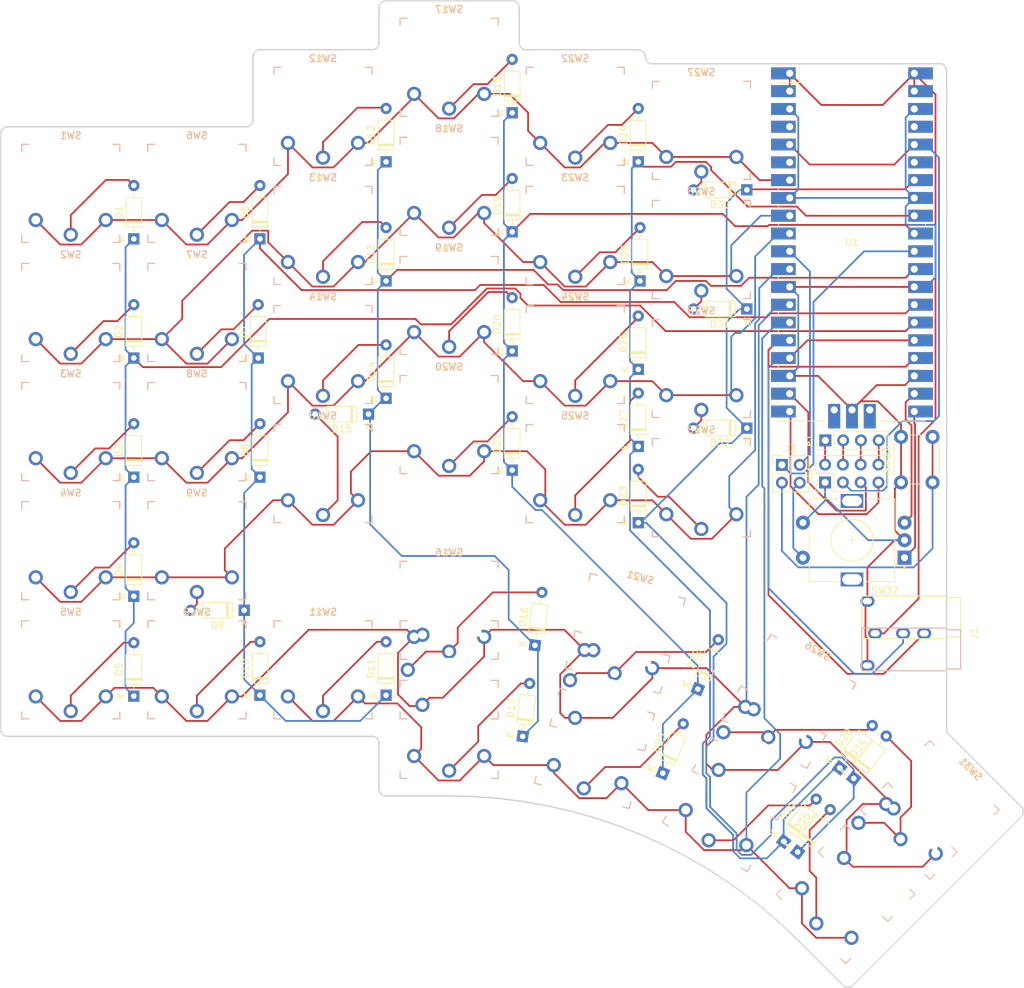
<source format=kicad_pcb>
(kicad_pcb (version 20171130) (host pcbnew 5.99.0+really5.1.10+dfsg1-1)
  (layers (0 F.Cu signal) (31 B.Cu signal) (34 B.Paste user) (35 F.Paste user) (36 B.SilkS user) (37 F.SilkS user) (38 B.Mask user) (39 F.Mask user) (44 Edge.Cuts user))
  (net 0 "")
  (net 1 "Net-(D1-Pad2)")
  (net 2 COL_0)
  (net 3 "Net-(D2-Pad2)")
  (net 4 "Net-(D3-Pad2)")
  (net 5 "Net-(D4-Pad2)")
  (net 6 "Net-(D5-Pad2)")
  (net 7 "Net-(D6-Pad2)")
  (net 8 COL_1)
  (net 9 "Net-(D7-Pad2)")
  (net 10 "Net-(D8-Pad2)")
  (net 11 "Net-(D9-Pad2)")
  (net 12 "Net-(D10-Pad2)")
  (net 13 "Net-(D11-Pad2)")
  (net 14 "Net-(D12-Pad2)")
  (net 15 COL_2)
  (net 16 "Net-(D13-Pad2)")
  (net 17 "Net-(D14-Pad2)")
  (net 18 "Net-(D15-Pad2)")
  (net 19 "Net-(D16-Pad2)")
  (net 20 "Net-(D17-Pad2)")
  (net 21 "Net-(D18-Pad2)")
  (net 22 COL_3)
  (net 23 "Net-(D19-Pad2)")
  (net 24 "Net-(D20-Pad2)")
  (net 25 "Net-(D21-Pad2)")
  (net 26 "Net-(D22-Pad2)")
  (net 27 "Net-(D23-Pad2)")
  (net 28 "Net-(D24-Pad2)")
  (net 29 COL_4)
  (net 30 "Net-(D25-Pad2)")
  (net 31 "Net-(D26-Pad2)")
  (net 32 "Net-(D27-Pad2)")
  (net 33 "Net-(D28-Pad2)")
  (net 34 "Net-(D29-Pad2)")
  (net 35 "Net-(D30-Pad2)")
  (net 36 COL_5)
  (net 37 "Net-(D31-Pad2)")
  (net 38 "Net-(D32-Pad2)")
  (net 39 "Net-(D33-Pad2)")
  (net 40 "Net-(D34-Pad2)")
  (net 41 "Net-(D35-Pad2)")
  (net 42 "Net-(J2-Pad8)")
  (net 43 "Net-(J2-Pad6)")
  (net 44 VBUS)
  (net 45 GND)
  (net 46 UART_RX)
  (net 47 UART_TX)
  (net 48 I2C_SDA_SCL)
  (net 49 I2C_SCL_SDA)
  (net 50 +3V3)
  (net 51 ROT_SW)
  (net 52 Reset)
  (net 53 "Net-(J3-Pad2)")
  (net 54 "Net-(J3-Pad1)")
  (net 55 ROW_5)
  (net 56 ROW_4)
  (net 57 ROW_3)
  (net 58 ROW_2)
  (net 59 ROW_1)
  (net 60 ROW_0)
  (net 61 ROT_A)
  (net 62 ROT_B)
  (net 63 "Net-(U1-Pad43)")
  (net 64 "Net-(U1-Pad41)")
  (net 65 "Net-(U1-Pad35)")
  (net 66 "Net-(U1-Pad37)")
  (net 67 "Net-(U1-Pad6)")
  (net 68 "Net-(U1-Pad4)")
  (net 69 "Net-(J2-Pad4)")
  (net 70 "Net-(J2-Pad2)")
  (module Connector_PinHeader_2.54mm:PinHeader_2x02_P2.54mm_Vertical (layer F.Cu) (at 134 90.25)
    (fp_text reference J3 (at 1.27 -2.33) (layer F.SilkS))
    (fp_text value Conn_02x02_Top_Bottom)
    (pad 4 thru_hole oval (at 2.54 2.54) (size 1.7 1.7) (drill 1) (layers *.Cu *.Mask) (net 51 ROT_SW))
    (pad 3 thru_hole oval (at 0 2.54) (size 1.7 1.7) (drill 1) (layers *.Cu *.Mask) (net 52 Reset))
    (pad 2 thru_hole oval (at 2.54 0) (size 1.7 1.7) (drill 1) (layers *.Cu *.Mask) (net 53 "Net-(J3-Pad2)"))
    (pad 1 thru_hole rect (at 0 0) (size 1.7 1.7) (drill 1) (layers *.Cu *.Mask) (net 54 "Net-(J3-Pad1)"))
  )
  (module Connector_PinHeader_2.54mm:PinHeader_1x04_P2.54mm_Vertical (layer F.Cu) (at 140.2 86.75 90)
    (fp_text reference e1 (at 0 -2.33 90) (layer F.SilkS))
    (fp_text value "I2C OLED")
    (pad 4 thru_hole oval (at 0 7.62 90) (size 1.7 1.7) (drill 1) (layers *.Cu *.Mask) (net 42 "Net-(J2-Pad8)"))
    (pad 3 thru_hole oval (at 0 5.08 90) (size 1.7 1.7) (drill 1) (layers *.Cu *.Mask) (net 43 "Net-(J2-Pad6)"))
    (pad 2 thru_hole oval (at 0 2.54 90) (size 1.7 1.7) (drill 1) (layers *.Cu *.Mask) (net 69 "Net-(J2-Pad4)"))
    (pad 1 thru_hole rect (at 0 0 90) (size 1.7 1.7) (drill 1) (layers *.Cu *.Mask) (net 70 "Net-(J2-Pad2)"))
  )
  (module footprints:RPi_Pico_SMD_TH_flipable (layer F.Cu) (at 144 58.5)
    (fp_text reference U1 (at 0 0) (layer F.SilkS))
    (fp_text value Pico)
    (pad 43 smd rect (at 2.54 23.9 90) (size 3.5 1.7) (drill (offset -0.9 0)) (layers B.Cu B.Mask) (net 63 "Net-(U1-Pad43)"))
    (pad 42 smd rect (at 0 23.9 90) (size 3.5 1.7) (drill (offset -0.9 0)) (layers B.Cu B.Mask) (net 45 GND))
    (pad 41 smd rect (at -2.54 23.9 90) (size 3.5 1.7) (drill (offset -0.9 0)) (layers B.Cu B.Mask) (net 64 "Net-(U1-Pad41)"))
    (pad 21 smd rect (at 8.89 24.13) (size 3.5 1.7) (drill (offset 0.9 0)) (layers B.Cu B.Mask) (net 61 ROT_A))
    (pad 22 smd rect (at 8.89 21.59) (size 3.5 1.7) (drill (offset 0.9 0)) (layers B.Cu B.Mask) (net 62 ROT_B))
    (pad 23 smd rect (at 8.89 19.05) (size 3.5 1.7) (drill (offset 0.9 0)) (layers B.Cu B.Mask) (net 45 GND))
    (pad 24 smd rect (at 8.89 16.51) (size 3.5 1.7) (drill (offset 0.9 0)) (layers B.Cu B.Mask) (net 47 UART_TX))
    (pad 25 smd rect (at 8.89 13.97) (size 3.5 1.7) (drill (offset 0.9 0)) (layers B.Cu B.Mask) (net 46 UART_RX))
    (pad 26 smd rect (at 8.89 11.43) (size 3.5 1.7) (drill (offset 0.9 0)) (layers B.Cu B.Mask) (net 2 COL_0))
    (pad 27 smd rect (at 8.89 8.89) (size 3.5 1.7) (drill (offset 0.9 0)) (layers B.Cu B.Mask) (net 8 COL_1))
    (pad 28 smd rect (at 8.89 6.35) (size 3.5 1.7) (drill (offset 0.9 0)) (layers B.Cu B.Mask) (net 45 GND))
    (pad 29 smd rect (at 8.89 3.81) (size 3.5 1.7) (drill (offset 0.9 0)) (layers B.Cu B.Mask) (net 15 COL_2))
    (pad 30 smd rect (at 8.89 1.27) (size 3.5 1.7) (drill (offset 0.9 0)) (layers B.Cu B.Mask) (net 54 "Net-(J3-Pad1)"))
    (pad 31 smd rect (at 8.89 -1.27) (size 3.5 1.7) (drill (offset 0.9 0)) (layers B.Cu B.Mask) (net 22 COL_3))
    (pad 32 smd rect (at 8.89 -3.81) (size 3.5 1.7) (drill (offset 0.9 0)) (layers B.Cu B.Mask) (net 29 COL_4))
    (pad 33 smd rect (at 8.89 -6.35) (size 3.5 1.7) (drill (offset 0.9 0)) (layers B.Cu B.Mask) (net 45 GND))
    (pad 34 smd rect (at 8.89 -8.89) (size 3.5 1.7) (drill (offset 0.9 0)) (layers B.Cu B.Mask) (net 36 COL_5))
    (pad 35 smd rect (at 8.89 -11.43) (size 3.5 1.7) (drill (offset 0.9 0)) (layers B.Cu B.Mask) (net 65 "Net-(U1-Pad35)"))
    (pad 36 smd rect (at 8.89 -13.97) (size 3.5 1.7) (drill (offset 0.9 0)) (layers B.Cu B.Mask) (net 50 +3V3))
    (pad 37 smd rect (at 8.89 -16.51) (size 3.5 1.7) (drill (offset 0.9 0)) (layers B.Cu B.Mask) (net 66 "Net-(U1-Pad37)"))
    (pad 38 smd rect (at 8.89 -19.05) (size 3.5 1.7) (drill (offset 0.9 0)) (layers B.Cu B.Mask) (net 45 GND))
    (pad 39 smd rect (at 8.89 -21.59) (size 3.5 1.7) (drill (offset 0.9 0)) (layers B.Cu B.Mask) (net 44 VBUS))
    (pad 40 smd rect (at 8.89 -24.13) (size 3.5 1.7) (drill (offset 0.9 0)) (layers B.Cu B.Mask) (net 44 VBUS))
    (pad 20 smd rect (at -8.89 24.13) (size 3.5 1.7) (drill (offset -0.9 0)) (layers B.Cu B.Mask) (net 48 I2C_SDA_SCL))
    (pad 19 smd rect (at -8.89 21.59) (size 3.5 1.7) (drill (offset -0.9 0)) (layers B.Cu B.Mask) (net 49 I2C_SCL_SDA))
    (pad 18 smd rect (at -8.89 19.05) (size 3.5 1.7) (drill (offset -0.9 0)) (layers B.Cu B.Mask) (net 45 GND))
    (pad 17 smd rect (at -8.89 16.51) (size 3.5 1.7) (drill (offset -0.9 0)) (layers B.Cu B.Mask) (net 46 UART_RX))
    (pad 16 smd rect (at -8.89 13.97) (size 3.5 1.7) (drill (offset -0.9 0)) (layers B.Cu B.Mask) (net 47 UART_TX))
    (pad 15 smd rect (at -8.89 11.43) (size 3.5 1.7) (drill (offset -0.9 0)) (layers B.Cu B.Mask) (net 60 ROW_0))
    (pad 14 smd rect (at -8.89 8.89) (size 3.5 1.7) (drill (offset -0.9 0)) (layers B.Cu B.Mask) (net 59 ROW_1))
    (pad 13 smd rect (at -8.89 6.35) (size 3.5 1.7) (drill (offset -0.9 0)) (layers B.Cu B.Mask) (net 45 GND))
    (pad 12 smd rect (at -8.89 3.81) (size 3.5 1.7) (drill (offset -0.9 0)) (layers B.Cu B.Mask) (net 58 ROW_2))
    (pad 11 smd rect (at -8.89 1.27) (size 3.5 1.7) (drill (offset -0.9 0)) (layers B.Cu B.Mask) (net 53 "Net-(J3-Pad2)"))
    (pad 10 smd rect (at -8.89 -1.27) (size 3.5 1.7) (drill (offset -0.9 0)) (layers B.Cu B.Mask) (net 57 ROW_3))
    (pad 9 smd rect (at -8.89 -3.81) (size 3.5 1.7) (drill (offset -0.9 0)) (layers B.Cu B.Mask) (net 56 ROW_4))
    (pad 8 smd rect (at -8.89 -6.35) (size 3.5 1.7) (drill (offset -0.9 0)) (layers B.Cu B.Mask) (net 45 GND))
    (pad 7 smd rect (at -8.89 -8.89) (size 3.5 1.7) (drill (offset -0.9 0)) (layers B.Cu B.Mask) (net 55 ROW_5))
    (pad 6 smd rect (at -8.89 -11.43) (size 3.5 1.7) (drill (offset -0.9 0)) (layers B.Cu B.Mask) (net 67 "Net-(U1-Pad6)"))
    (pad 5 smd rect (at -8.89 -13.97) (size 3.5 1.7) (drill (offset -0.9 0)) (layers B.Cu B.Mask) (net 50 +3V3))
    (pad 4 smd rect (at -8.89 -16.51) (size 3.5 1.7) (drill (offset -0.9 0)) (layers B.Cu B.Mask) (net 68 "Net-(U1-Pad4)"))
    (pad 3 smd rect (at -8.89 -19.05) (size 3.5 1.7) (drill (offset -0.9 0)) (layers B.Cu B.Mask) (net 45 GND))
    (pad 2 smd rect (at -8.89 -21.59) (size 3.5 1.7) (drill (offset -0.9 0)) (layers B.Cu B.Mask) (net 44 VBUS))
    (pad 1 smd rect (at -8.89 -24.13) (size 3.5 1.7) (drill (offset -0.9 0)) (layers B.Cu B.Mask) (net 44 VBUS))
    (pad 43 thru_hole oval (at 2.54 23.9) (size 1.7 1.7) (drill 1.02) (layers *.Cu *.Mask) (net 63 "Net-(U1-Pad43)"))
    (pad 43 smd rect (at 2.54 23.9 90) (size 3.5 1.7) (drill (offset -0.9 0)) (layers F.Cu F.Mask) (net 63 "Net-(U1-Pad43)"))
    (pad 42 thru_hole rect (at 0 23.9) (size 1.7 1.7) (drill 1.02) (layers *.Cu *.Mask) (net 45 GND))
    (pad 42 smd rect (at 0 23.9 90) (size 3.5 1.7) (drill (offset -0.9 0)) (layers F.Cu F.Mask) (net 45 GND))
    (pad 41 thru_hole oval (at -2.54 23.9) (size 1.7 1.7) (drill 1.02) (layers *.Cu *.Mask) (net 64 "Net-(U1-Pad41)"))
    (pad 41 smd rect (at -2.54 23.9 90) (size 3.5 1.7) (drill (offset -0.9 0)) (layers F.Cu F.Mask) (net 64 "Net-(U1-Pad41)"))
    (pad "" np_thru_hole oval (at 2.425 -20.97) (size 1.5 1.5) (drill 1.5) (layers *.Cu *.Mask))
    (pad "" np_thru_hole oval (at -2.425 -20.97) (size 1.5 1.5) (drill 1.5) (layers *.Cu *.Mask))
    (pad "" np_thru_hole oval (at 2.725 -24) (size 1.8 1.8) (drill 1.8) (layers *.Cu *.Mask))
    (pad "" np_thru_hole oval (at -2.725 -24) (size 1.8 1.8) (drill 1.8) (layers *.Cu *.Mask))
    (pad 21 smd rect (at 8.89 24.13) (size 3.5 1.7) (drill (offset 0.9 0)) (layers F.Cu F.Mask) (net 61 ROT_A))
    (pad 22 smd rect (at 8.89 21.59) (size 3.5 1.7) (drill (offset 0.9 0)) (layers F.Cu F.Mask) (net 62 ROT_B))
    (pad 23 smd rect (at 8.89 19.05) (size 3.5 1.7) (drill (offset 0.9 0)) (layers F.Cu F.Mask) (net 45 GND))
    (pad 24 smd rect (at 8.89 16.51) (size 3.5 1.7) (drill (offset 0.9 0)) (layers F.Cu F.Mask) (net 47 UART_TX))
    (pad 25 smd rect (at 8.89 13.97) (size 3.5 1.7) (drill (offset 0.9 0)) (layers F.Cu F.Mask) (net 46 UART_RX))
    (pad 26 smd rect (at 8.89 11.43) (size 3.5 1.7) (drill (offset 0.9 0)) (layers F.Cu F.Mask) (net 2 COL_0))
    (pad 27 smd rect (at 8.89 8.89) (size 3.5 1.7) (drill (offset 0.9 0)) (layers F.Cu F.Mask) (net 8 COL_1))
    (pad 28 smd rect (at 8.89 6.35) (size 3.5 1.7) (drill (offset 0.9 0)) (layers F.Cu F.Mask) (net 45 GND))
    (pad 29 smd rect (at 8.89 3.81) (size 3.5 1.7) (drill (offset 0.9 0)) (layers F.Cu F.Mask) (net 15 COL_2))
    (pad 30 smd rect (at 8.89 1.27) (size 3.5 1.7) (drill (offset 0.9 0)) (layers F.Cu F.Mask) (net 54 "Net-(J3-Pad1)"))
    (pad 31 smd rect (at 8.89 -1.27) (size 3.5 1.7) (drill (offset 0.9 0)) (layers F.Cu F.Mask) (net 22 COL_3))
    (pad 32 smd rect (at 8.89 -3.81) (size 3.5 1.7) (drill (offset 0.9 0)) (layers F.Cu F.Mask) (net 29 COL_4))
    (pad 33 smd rect (at 8.89 -6.35) (size 3.5 1.7) (drill (offset 0.9 0)) (layers F.Cu F.Mask) (net 45 GND))
    (pad 34 smd rect (at 8.89 -8.89) (size 3.5 1.7) (drill (offset 0.9 0)) (layers F.Cu F.Mask) (net 36 COL_5))
    (pad 35 smd rect (at 8.89 -11.43) (size 3.5 1.7) (drill (offset 0.9 0)) (layers F.Cu F.Mask) (net 65 "Net-(U1-Pad35)"))
    (pad 36 smd rect (at 8.89 -13.97) (size 3.5 1.7) (drill (offset 0.9 0)) (layers F.Cu F.Mask) (net 50 +3V3))
    (pad 37 smd rect (at 8.89 -16.51) (size 3.5 1.7) (drill (offset 0.9 0)) (layers F.Cu F.Mask) (net 66 "Net-(U1-Pad37)"))
    (pad 38 smd rect (at 8.89 -19.05) (size 3.5 1.7) (drill (offset 0.9 0)) (layers F.Cu F.Mask) (net 45 GND))
    (pad 39 smd rect (at 8.89 -21.59) (size 3.5 1.7) (drill (offset 0.9 0)) (layers F.Cu F.Mask) (net 44 VBUS))
    (pad 40 smd rect (at 8.89 -24.13) (size 3.5 1.7) (drill (offset 0.9 0)) (layers F.Cu F.Mask) (net 44 VBUS))
    (pad 20 smd rect (at -8.89 24.13) (size 3.5 1.7) (drill (offset -0.9 0)) (layers F.Cu F.Mask) (net 48 I2C_SDA_SCL))
    (pad 19 smd rect (at -8.89 21.59) (size 3.5 1.7) (drill (offset -0.9 0)) (layers F.Cu F.Mask) (net 49 I2C_SCL_SDA))
    (pad 18 smd rect (at -8.89 19.05) (size 3.5 1.7) (drill (offset -0.9 0)) (layers F.Cu F.Mask) (net 45 GND))
    (pad 17 smd rect (at -8.89 16.51) (size 3.5 1.7) (drill (offset -0.9 0)) (layers F.Cu F.Mask) (net 46 UART_RX))
    (pad 16 smd rect (at -8.89 13.97) (size 3.5 1.7) (drill (offset -0.9 0)) (layers F.Cu F.Mask) (net 47 UART_TX))
    (pad 15 smd rect (at -8.89 11.43) (size 3.5 1.7) (drill (offset -0.9 0)) (layers F.Cu F.Mask) (net 60 ROW_0))
    (pad 14 smd rect (at -8.89 8.89) (size 3.5 1.7) (drill (offset -0.9 0)) (layers F.Cu F.Mask) (net 59 ROW_1))
    (pad 13 smd rect (at -8.89 6.35) (size 3.5 1.7) (drill (offset -0.9 0)) (layers F.Cu F.Mask) (net 45 GND))
    (pad 12 smd rect (at -8.89 3.81) (size 3.5 1.7) (drill (offset -0.9 0)) (layers F.Cu F.Mask) (net 58 ROW_2))
    (pad 11 smd rect (at -8.89 1.27) (size 3.5 1.7) (drill (offset -0.9 0)) (layers F.Cu F.Mask) (net 53 "Net-(J3-Pad2)"))
    (pad 10 smd rect (at -8.89 -1.27) (size 3.5 1.7) (drill (offset -0.9 0)) (layers F.Cu F.Mask) (net 57 ROW_3))
    (pad 9 smd rect (at -8.89 -3.81) (size 3.5 1.7) (drill (offset -0.9 0)) (layers F.Cu F.Mask) (net 56 ROW_4))
    (pad 8 smd rect (at -8.89 -6.35) (size 3.5 1.7) (drill (offset -0.9 0)) (layers F.Cu F.Mask) (net 45 GND))
    (pad 7 smd rect (at -8.89 -8.89) (size 3.5 1.7) (drill (offset -0.9 0)) (layers F.Cu F.Mask) (net 55 ROW_5))
    (pad 6 smd rect (at -8.89 -11.43) (size 3.5 1.7) (drill (offset -0.9 0)) (layers F.Cu F.Mask) (net 67 "Net-(U1-Pad6)"))
    (pad 5 smd rect (at -8.89 -13.97) (size 3.5 1.7) (drill (offset -0.9 0)) (layers F.Cu F.Mask) (net 50 +3V3))
    (pad 4 smd rect (at -8.89 -16.51) (size 3.5 1.7) (drill (offset -0.9 0)) (layers F.Cu F.Mask) (net 68 "Net-(U1-Pad4)"))
    (pad 3 smd rect (at -8.89 -19.05) (size 3.5 1.7) (drill (offset -0.9 0)) (layers F.Cu F.Mask) (net 45 GND))
    (pad 2 smd rect (at -8.89 -21.59) (size 3.5 1.7) (drill (offset -0.9 0)) (layers F.Cu F.Mask) (net 44 VBUS))
    (pad 1 smd rect (at -8.89 -24.13) (size 3.5 1.7) (drill (offset -0.9 0)) (layers F.Cu F.Mask) (net 44 VBUS))
    (pad 40 thru_hole oval (at 8.89 -24.13) (size 1.7 1.7) (drill 1.02) (layers *.Cu *.Mask) (net 44 VBUS))
    (pad 39 thru_hole oval (at 8.89 -21.59) (size 1.7 1.7) (drill 1.02) (layers *.Cu *.Mask) (net 44 VBUS))
    (pad 38 thru_hole rect (at 8.89 -19.05) (size 1.7 1.7) (drill 1.02) (layers *.Cu *.Mask) (net 45 GND))
    (pad 37 thru_hole oval (at 8.89 -16.51) (size 1.7 1.7) (drill 1.02) (layers *.Cu *.Mask) (net 66 "Net-(U1-Pad37)"))
    (pad 36 thru_hole oval (at 8.89 -13.97) (size 1.7 1.7) (drill 1.02) (layers *.Cu *.Mask) (net 50 +3V3))
    (pad 35 thru_hole oval (at 8.89 -11.43) (size 1.7 1.7) (drill 1.02) (layers *.Cu *.Mask) (net 65 "Net-(U1-Pad35)"))
    (pad 34 thru_hole oval (at 8.89 -8.89) (size 1.7 1.7) (drill 1.02) (layers *.Cu *.Mask) (net 36 COL_5))
    (pad 33 thru_hole rect (at 8.89 -6.35) (size 1.7 1.7) (drill 1.02) (layers *.Cu *.Mask) (net 45 GND))
    (pad 32 thru_hole oval (at 8.89 -3.81) (size 1.7 1.7) (drill 1.02) (layers *.Cu *.Mask) (net 29 COL_4))
    (pad 31 thru_hole oval (at 8.89 -1.27) (size 1.7 1.7) (drill 1.02) (layers *.Cu *.Mask) (net 22 COL_3))
    (pad 30 thru_hole oval (at 8.89 1.27) (size 1.7 1.7) (drill 1.02) (layers *.Cu *.Mask) (net 54 "Net-(J3-Pad1)"))
    (pad 29 thru_hole oval (at 8.89 3.81) (size 1.7 1.7) (drill 1.02) (layers *.Cu *.Mask) (net 15 COL_2))
    (pad 28 thru_hole rect (at 8.89 6.35) (size 1.7 1.7) (drill 1.02) (layers *.Cu *.Mask) (net 45 GND))
    (pad 27 thru_hole oval (at 8.89 8.89) (size 1.7 1.7) (drill 1.02) (layers *.Cu *.Mask) (net 8 COL_1))
    (pad 26 thru_hole oval (at 8.89 11.43) (size 1.7 1.7) (drill 1.02) (layers *.Cu *.Mask) (net 2 COL_0))
    (pad 25 thru_hole oval (at 8.89 13.97) (size 1.7 1.7) (drill 1.02) (layers *.Cu *.Mask) (net 46 UART_RX))
    (pad 24 thru_hole oval (at 8.89 16.51) (size 1.7 1.7) (drill 1.02) (layers *.Cu *.Mask) (net 47 UART_TX))
    (pad 23 thru_hole rect (at 8.89 19.05) (size 1.7 1.7) (drill 1.02) (layers *.Cu *.Mask) (net 45 GND))
    (pad 22 thru_hole oval (at 8.89 21.59) (size 1.7 1.7) (drill 1.02) (layers *.Cu *.Mask) (net 62 ROT_B))
    (pad 21 thru_hole oval (at 8.89 24.13) (size 1.7 1.7) (drill 1.02) (layers *.Cu *.Mask) (net 61 ROT_A))
    (pad 20 thru_hole oval (at -8.89 24.13) (size 1.7 1.7) (drill 1.02) (layers *.Cu *.Mask) (net 48 I2C_SDA_SCL))
    (pad 19 thru_hole oval (at -8.89 21.59) (size 1.7 1.7) (drill 1.02) (layers *.Cu *.Mask) (net 49 I2C_SCL_SDA))
    (pad 18 thru_hole rect (at -8.89 19.05) (size 1.7 1.7) (drill 1.02) (layers *.Cu *.Mask) (net 45 GND))
    (pad 17 thru_hole oval (at -8.89 16.51) (size 1.7 1.7) (drill 1.02) (layers *.Cu *.Mask) (net 46 UART_RX))
    (pad 16 thru_hole oval (at -8.89 13.97) (size 1.7 1.7) (drill 1.02) (layers *.Cu *.Mask) (net 47 UART_TX))
    (pad 15 thru_hole oval (at -8.89 11.43) (size 1.7 1.7) (drill 1.02) (layers *.Cu *.Mask) (net 60 ROW_0))
    (pad 14 thru_hole oval (at -8.89 8.89) (size 1.7 1.7) (drill 1.02) (layers *.Cu *.Mask) (net 59 ROW_1))
    (pad 13 thru_hole rect (at -8.89 6.35) (size 1.7 1.7) (drill 1.02) (layers *.Cu *.Mask) (net 45 GND))
    (pad 12 thru_hole oval (at -8.89 3.81) (size 1.7 1.7) (drill 1.02) (layers *.Cu *.Mask) (net 58 ROW_2))
    (pad 11 thru_hole oval (at -8.89 1.27) (size 1.7 1.7) (drill 1.02) (layers *.Cu *.Mask) (net 53 "Net-(J3-Pad2)"))
    (pad 10 thru_hole oval (at -8.89 -1.27) (size 1.7 1.7) (drill 1.02) (layers *.Cu *.Mask) (net 57 ROW_3))
    (pad 9 thru_hole oval (at -8.89 -3.81) (size 1.7 1.7) (drill 1.02) (layers *.Cu *.Mask) (net 56 ROW_4))
    (pad 8 thru_hole rect (at -8.89 -6.35) (size 1.7 1.7) (drill 1.02) (layers *.Cu *.Mask) (net 45 GND))
    (pad 7 thru_hole oval (at -8.89 -8.89) (size 1.7 1.7) (drill 1.02) (layers *.Cu *.Mask) (net 55 ROW_5))
    (pad 6 thru_hole oval (at -8.89 -11.43) (size 1.7 1.7) (drill 1.02) (layers *.Cu *.Mask) (net 67 "Net-(U1-Pad6)"))
    (pad 5 thru_hole oval (at -8.89 -13.97) (size 1.7 1.7) (drill 1.02) (layers *.Cu *.Mask) (net 50 +3V3))
    (pad 4 thru_hole oval (at -8.89 -16.51) (size 1.7 1.7) (drill 1.02) (layers *.Cu *.Mask) (net 68 "Net-(U1-Pad4)"))
    (pad 3 thru_hole rect (at -8.89 -19.05) (size 1.7 1.7) (drill 1.02) (layers *.Cu *.Mask) (net 45 GND))
    (pad 2 thru_hole oval (at -8.89 -21.59) (size 1.7 1.7) (drill 1.02) (layers *.Cu *.Mask) (net 44 VBUS))
    (pad 1 thru_hole oval (at -8.89 -24.13) (size 1.7 1.7) (drill 1.02) (layers *.Cu *.Mask) (net 44 VBUS))
  )
  (module Button_Switch_THT:SW_PUSH_6mm (layer F.Cu) (at 151 92.75 90)
    (fp_text reference SW33 (at 3.25 -2 90) (layer F.SilkS))
    (fp_text value SW_Push)
    (pad 1 thru_hole circle (at 6.5 0 180) (size 2 2) (drill 1.1) (layers *.Cu *.Mask) (net 45 GND))
    (pad 2 thru_hole circle (at 6.5 4.5 180) (size 2 2) (drill 1.1) (layers *.Cu *.Mask) (net 52 Reset))
    (pad 1 thru_hole circle (at 0 0 180) (size 2 2) (drill 1.1) (layers *.Cu *.Mask) (net 45 GND))
    (pad 2 thru_hole circle (at 0 4.5 180) (size 2 2) (drill 1.1) (layers *.Cu *.Mask) (net 52 Reset))
  )
  (module Rotary_Encoder:RotaryEncoder_Alps_EC11E-Switch_Vertical_H20mm (layer F.Cu) (at 151.5 103.5 180)
    (fp_text reference SW32 (at 2.8 -4.7) (layer F.SilkS))
    (fp_text value Rotary_Encoder_Switch)
    (pad A thru_hole rect (at 0 0 180) (size 2 2) (drill 1) (layers *.Cu *.Mask) (net 61 ROT_A))
    (pad C thru_hole circle (at 0 2.5 180) (size 2 2) (drill 1) (layers *.Cu *.Mask) (net 45 GND))
    (pad B thru_hole circle (at 0 5 180) (size 2 2) (drill 1) (layers *.Cu *.Mask) (net 62 ROT_B))
    (pad MP thru_hole rect (at 7.5 -3.1 180) (size 3.2 2) (drill oval 2.8 1.5) (layers *.Cu *.Mask))
    (pad MP thru_hole rect (at 7.5 8.1 180) (size 3.2 2) (drill oval 2.8 1.5) (layers *.Cu *.Mask))
    (pad S2 thru_hole circle (at 14.5 0 180) (size 2 2) (drill 1) (layers *.Cu *.Mask) (net 51 ROT_SW))
    (pad S1 thru_hole circle (at 14.5 5 180) (size 2 2) (drill 1) (layers *.Cu *.Mask) (net 45 GND))
  )
  (module footprints:SW_PG1350_reversible_double_rotatable (layer F.Cu) (at 155.1 139.5 315)
    (fp_text reference SW31 (at 0 -8.255 135) (layer F.SilkS))
    (fp_text value SW_Push_Dual_x2)
    (fp_text user %R (at 0 -8.255 135) (layer B.SilkS) (effects (justify mirror)))
    (pad "" np_thru_hole circle (at 0 14 225) (size 1.7018 1.7018) (drill 1.7018) (layers *.Cu *.Mask))
    (pad "" np_thru_hole circle (at 4.2 13.72 225) (size 0.9906 0.9906) (drill 0.9906) (layers *.Cu *.Mask))
    (pad "" np_thru_hole circle (at 0 3 225) (size 1.7018 1.7018) (drill 1.7018) (layers *.Cu *.Mask))
    (pad 2 thru_hole circle (at -3.8 13.5 225) (size 2.032 2.032) (drill 1.27) (layers *.Cu *.Mask) (net 59 ROW_1))
    (pad 2 thru_hole circle (at -3.8 3.5 225) (size 2.032 2.032) (drill 1.27) (layers *.Cu *.Mask) (net 59 ROW_1))
    (pad "" np_thru_hole circle (at 4.2 3.28 225) (size 0.9906 0.9906) (drill 0.9906) (layers *.Cu *.Mask))
    (pad 1 thru_hole circle (at -5.9 8.5 225) (size 2.032 2.032) (drill 1.27) (layers *.Cu *.Mask) (net 40 "Net-(D34-Pad2)"))
    (pad "" np_thru_hole circle (at 0 8.5 225) (size 3.429 3.429) (drill 3.429) (layers *.Cu *.Mask))
    (pad "" np_thru_hole circle (at 5.5 17 315) (size 1.7018 1.7018) (drill 1.7018) (layers *.Cu *.Mask))
    (pad "" np_thru_hole circle (at 5.22 12.8 315) (size 0.9906 0.9906) (drill 0.9906) (layers *.Cu *.Mask))
    (pad "" np_thru_hole circle (at -5.5 17 315) (size 1.7018 1.7018) (drill 1.7018) (layers *.Cu *.Mask))
    (pad 4 thru_hole circle (at 5 20.8 315) (size 2.032 2.032) (drill 1.27) (layers *.Cu *.Mask) (net 60 ROW_0))
    (pad 4 thru_hole circle (at -5 20.8 315) (size 2.032 2.032) (drill 1.27) (layers *.Cu *.Mask) (net 60 ROW_0))
    (pad "" np_thru_hole circle (at -5.22 12.8 315) (size 0.9906 0.9906) (drill 0.9906) (layers *.Cu *.Mask))
    (pad 3 thru_hole circle (at 0 22.9 315) (size 2.032 2.032) (drill 1.27) (layers *.Cu *.Mask) (net 41 "Net-(D35-Pad2)"))
    (pad "" np_thru_hole circle (at 0 17 315) (size 3.429 3.429) (drill 3.429) (layers *.Cu *.Mask))
    (pad "" np_thru_hole circle (at -5.5 0 315) (size 1.7018 1.7018) (drill 1.7018) (layers *.Cu *.Mask))
    (pad "" np_thru_hole circle (at 5.5 0 315) (size 1.7018 1.7018) (drill 1.7018) (layers *.Cu *.Mask))
    (pad "" np_thru_hole circle (at 5.22 -4.2 315) (size 0.9906 0.9906) (drill 0.9906) (layers *.Cu *.Mask))
    (pad 1 thru_hole circle (at 0 5.9 315) (size 2.032 2.032) (drill 1.27) (layers *.Cu *.Mask) (net 40 "Net-(D34-Pad2)"))
    (pad 2 thru_hole circle (at -5 3.8 315) (size 2.032 2.032) (drill 1.27) (layers *.Cu *.Mask) (net 59 ROW_1))
    (pad "" np_thru_hole circle (at 0 0 315) (size 3.429 3.429) (drill 3.429) (layers *.Cu *.Mask))
    (pad 2 thru_hole circle (at 5 3.8 315) (size 2.032 2.032) (drill 1.27) (layers *.Cu *.Mask) (net 59 ROW_1))
    (pad "" np_thru_hole circle (at -5.22 -4.2 315) (size 0.9906 0.9906) (drill 0.9906) (layers *.Cu *.Mask))
  )
  (module keyswitches:SW_PG1350_reversible (layer F.Cu) (at 122.5 93.5)
    (fp_text reference SW30 (at 0 -8.255) (layer F.SilkS))
    (fp_text value SW_Push)
    (fp_text user %R (at 0 -8.255) (layer B.SilkS) (effects (justify mirror)))
    (pad "" np_thru_hole circle (at -5.5 0) (size 1.7018 1.7018) (drill 1.7018) (layers *.Cu *.Mask))
    (pad "" np_thru_hole circle (at 5.5 0) (size 1.7018 1.7018) (drill 1.7018) (layers *.Cu *.Mask))
    (pad "" np_thru_hole circle (at 5.22 -4.2) (size 0.9906 0.9906) (drill 0.9906) (layers *.Cu *.Mask))
    (pad 1 thru_hole circle (at 0 5.9) (size 2.032 2.032) (drill 1.27) (layers *.Cu *.Mask) (net 39 "Net-(D33-Pad2)"))
    (pad 2 thru_hole circle (at -5 3.8) (size 2.032 2.032) (drill 1.27) (layers *.Cu *.Mask) (net 58 ROW_2))
    (pad "" np_thru_hole circle (at 0 0) (size 3.429 3.429) (drill 3.429) (layers *.Cu *.Mask))
    (pad 2 thru_hole circle (at 5 3.8) (size 2.032 2.032) (drill 1.27) (layers *.Cu *.Mask) (net 58 ROW_2))
    (pad "" np_thru_hole circle (at -5.22 -4.2) (size 0.9906 0.9906) (drill 0.9906) (layers *.Cu *.Mask))
  )
  (module keyswitches:SW_PG1350_reversible (layer F.Cu) (at 122.5 76.5)
    (fp_text reference SW29 (at 0 -8.255) (layer F.SilkS))
    (fp_text value SW_Push)
    (fp_text user %R (at 0 -8.255) (layer B.SilkS) (effects (justify mirror)))
    (pad "" np_thru_hole circle (at -5.5 0) (size 1.7018 1.7018) (drill 1.7018) (layers *.Cu *.Mask))
    (pad "" np_thru_hole circle (at 5.5 0) (size 1.7018 1.7018) (drill 1.7018) (layers *.Cu *.Mask))
    (pad "" np_thru_hole circle (at 5.22 -4.2) (size 0.9906 0.9906) (drill 0.9906) (layers *.Cu *.Mask))
    (pad 1 thru_hole circle (at 0 5.9) (size 2.032 2.032) (drill 1.27) (layers *.Cu *.Mask) (net 38 "Net-(D32-Pad2)"))
    (pad 2 thru_hole circle (at -5 3.8) (size 2.032 2.032) (drill 1.27) (layers *.Cu *.Mask) (net 57 ROW_3))
    (pad "" np_thru_hole circle (at 0 0) (size 3.429 3.429) (drill 3.429) (layers *.Cu *.Mask))
    (pad 2 thru_hole circle (at 5 3.8) (size 2.032 2.032) (drill 1.27) (layers *.Cu *.Mask) (net 57 ROW_3))
    (pad "" np_thru_hole circle (at -5.22 -4.2) (size 0.9906 0.9906) (drill 0.9906) (layers *.Cu *.Mask))
  )
  (module keyswitches:SW_PG1350_reversible (layer F.Cu) (at 122.5 59.5)
    (fp_text reference SW28 (at 0 -8.255) (layer F.SilkS))
    (fp_text value SW_Push)
    (fp_text user %R (at 0 -8.255) (layer B.SilkS) (effects (justify mirror)))
    (pad "" np_thru_hole circle (at -5.5 0) (size 1.7018 1.7018) (drill 1.7018) (layers *.Cu *.Mask))
    (pad "" np_thru_hole circle (at 5.5 0) (size 1.7018 1.7018) (drill 1.7018) (layers *.Cu *.Mask))
    (pad "" np_thru_hole circle (at 5.22 -4.2) (size 0.9906 0.9906) (drill 0.9906) (layers *.Cu *.Mask))
    (pad 1 thru_hole circle (at 0 5.9) (size 2.032 2.032) (drill 1.27) (layers *.Cu *.Mask) (net 37 "Net-(D31-Pad2)"))
    (pad 2 thru_hole circle (at -5 3.8) (size 2.032 2.032) (drill 1.27) (layers *.Cu *.Mask) (net 56 ROW_4))
    (pad "" np_thru_hole circle (at 0 0) (size 3.429 3.429) (drill 3.429) (layers *.Cu *.Mask))
    (pad 2 thru_hole circle (at 5 3.8) (size 2.032 2.032) (drill 1.27) (layers *.Cu *.Mask) (net 56 ROW_4))
    (pad "" np_thru_hole circle (at -5.22 -4.2) (size 0.9906 0.9906) (drill 0.9906) (layers *.Cu *.Mask))
  )
  (module keyswitches:SW_PG1350_reversible (layer F.Cu) (at 122.5 42.5)
    (fp_text reference SW27 (at 0 -8.255) (layer F.SilkS))
    (fp_text value SW_Push)
    (fp_text user %R (at 0 -8.255) (layer B.SilkS) (effects (justify mirror)))
    (pad "" np_thru_hole circle (at -5.5 0) (size 1.7018 1.7018) (drill 1.7018) (layers *.Cu *.Mask))
    (pad "" np_thru_hole circle (at 5.5 0) (size 1.7018 1.7018) (drill 1.7018) (layers *.Cu *.Mask))
    (pad "" np_thru_hole circle (at 5.22 -4.2) (size 0.9906 0.9906) (drill 0.9906) (layers *.Cu *.Mask))
    (pad 1 thru_hole circle (at 0 5.9) (size 2.032 2.032) (drill 1.27) (layers *.Cu *.Mask) (net 35 "Net-(D30-Pad2)"))
    (pad 2 thru_hole circle (at -5 3.8) (size 2.032 2.032) (drill 1.27) (layers *.Cu *.Mask) (net 55 ROW_5))
    (pad "" np_thru_hole circle (at 0 0) (size 3.429 3.429) (drill 3.429) (layers *.Cu *.Mask))
    (pad 2 thru_hole circle (at 5 3.8) (size 2.032 2.032) (drill 1.27) (layers *.Cu *.Mask) (net 55 ROW_5))
    (pad "" np_thru_hole circle (at -5.22 -4.2) (size 0.9906 0.9906) (drill 0.9906) (layers *.Cu *.Mask))
  )
  (module footprints:SW_PG1350_reversible_double_rotatable (layer F.Cu) (at 135 124 330)
    (fp_text reference SW26 (at 0 -8.255 150) (layer F.SilkS))
    (fp_text value SW_Push_Dual_x2)
    (fp_text user %R (at 0 -8.255 150) (layer B.SilkS) (effects (justify mirror)))
    (pad "" np_thru_hole circle (at 0 14 240) (size 1.7018 1.7018) (drill 1.7018) (layers *.Cu *.Mask))
    (pad "" np_thru_hole circle (at 4.2 13.72 240) (size 0.9906 0.9906) (drill 0.9906) (layers *.Cu *.Mask))
    (pad "" np_thru_hole circle (at 0 3 240) (size 1.7018 1.7018) (drill 1.7018) (layers *.Cu *.Mask))
    (pad 2 thru_hole circle (at -3.8 13.5 240) (size 2.032 2.032) (drill 1.27) (layers *.Cu *.Mask) (net 59 ROW_1))
    (pad 2 thru_hole circle (at -3.8 3.5 240) (size 2.032 2.032) (drill 1.27) (layers *.Cu *.Mask) (net 59 ROW_1))
    (pad "" np_thru_hole circle (at 4.2 3.28 240) (size 0.9906 0.9906) (drill 0.9906) (layers *.Cu *.Mask))
    (pad 1 thru_hole circle (at -5.9 8.5 240) (size 2.032 2.032) (drill 1.27) (layers *.Cu *.Mask) (net 33 "Net-(D28-Pad2)"))
    (pad "" np_thru_hole circle (at 0 8.5 240) (size 3.429 3.429) (drill 3.429) (layers *.Cu *.Mask))
    (pad "" np_thru_hole circle (at 5.5 17 330) (size 1.7018 1.7018) (drill 1.7018) (layers *.Cu *.Mask))
    (pad "" np_thru_hole circle (at 5.22 12.8 330) (size 0.9906 0.9906) (drill 0.9906) (layers *.Cu *.Mask))
    (pad "" np_thru_hole circle (at -5.5 17 330) (size 1.7018 1.7018) (drill 1.7018) (layers *.Cu *.Mask))
    (pad 4 thru_hole circle (at 5 20.8 330) (size 2.032 2.032) (drill 1.27) (layers *.Cu *.Mask) (net 60 ROW_0))
    (pad 4 thru_hole circle (at -5 20.8 330) (size 2.032 2.032) (drill 1.27) (layers *.Cu *.Mask) (net 60 ROW_0))
    (pad "" np_thru_hole circle (at -5.22 12.8 330) (size 0.9906 0.9906) (drill 0.9906) (layers *.Cu *.Mask))
    (pad 3 thru_hole circle (at 0 22.9 330) (size 2.032 2.032) (drill 1.27) (layers *.Cu *.Mask) (net 34 "Net-(D29-Pad2)"))
    (pad "" np_thru_hole circle (at 0 17 330) (size 3.429 3.429) (drill 3.429) (layers *.Cu *.Mask))
    (pad "" np_thru_hole circle (at -5.5 0 330) (size 1.7018 1.7018) (drill 1.7018) (layers *.Cu *.Mask))
    (pad "" np_thru_hole circle (at 5.5 0 330) (size 1.7018 1.7018) (drill 1.7018) (layers *.Cu *.Mask))
    (pad "" np_thru_hole circle (at 5.22 -4.2 330) (size 0.9906 0.9906) (drill 0.9906) (layers *.Cu *.Mask))
    (pad 1 thru_hole circle (at 0 5.9 330) (size 2.032 2.032) (drill 1.27) (layers *.Cu *.Mask) (net 33 "Net-(D28-Pad2)"))
    (pad 2 thru_hole circle (at -5 3.8 330) (size 2.032 2.032) (drill 1.27) (layers *.Cu *.Mask) (net 59 ROW_1))
    (pad "" np_thru_hole circle (at 0 0 330) (size 3.429 3.429) (drill 3.429) (layers *.Cu *.Mask))
    (pad 2 thru_hole circle (at 5 3.8 330) (size 2.032 2.032) (drill 1.27) (layers *.Cu *.Mask) (net 59 ROW_1))
    (pad "" np_thru_hole circle (at -5.22 -4.2 330) (size 0.9906 0.9906) (drill 0.9906) (layers *.Cu *.Mask))
  )
  (module keyswitches:SW_PG1350_reversible (layer F.Cu) (at 104.5 91.5)
    (fp_text reference SW25 (at 0 -8.255) (layer F.SilkS))
    (fp_text value SW_Push)
    (fp_text user %R (at 0 -8.255) (layer B.SilkS) (effects (justify mirror)))
    (pad "" np_thru_hole circle (at -5.5 0) (size 1.7018 1.7018) (drill 1.7018) (layers *.Cu *.Mask))
    (pad "" np_thru_hole circle (at 5.5 0) (size 1.7018 1.7018) (drill 1.7018) (layers *.Cu *.Mask))
    (pad "" np_thru_hole circle (at 5.22 -4.2) (size 0.9906 0.9906) (drill 0.9906) (layers *.Cu *.Mask))
    (pad 1 thru_hole circle (at 0 5.9) (size 2.032 2.032) (drill 1.27) (layers *.Cu *.Mask) (net 32 "Net-(D27-Pad2)"))
    (pad 2 thru_hole circle (at -5 3.8) (size 2.032 2.032) (drill 1.27) (layers *.Cu *.Mask) (net 58 ROW_2))
    (pad "" np_thru_hole circle (at 0 0) (size 3.429 3.429) (drill 3.429) (layers *.Cu *.Mask))
    (pad 2 thru_hole circle (at 5 3.8) (size 2.032 2.032) (drill 1.27) (layers *.Cu *.Mask) (net 58 ROW_2))
    (pad "" np_thru_hole circle (at -5.22 -4.2) (size 0.9906 0.9906) (drill 0.9906) (layers *.Cu *.Mask))
  )
  (module keyswitches:SW_PG1350_reversible (layer F.Cu) (at 104.5 74.5)
    (fp_text reference SW24 (at 0 -8.255) (layer F.SilkS))
    (fp_text value SW_Push)
    (fp_text user %R (at 0 -8.255) (layer B.SilkS) (effects (justify mirror)))
    (pad "" np_thru_hole circle (at -5.5 0) (size 1.7018 1.7018) (drill 1.7018) (layers *.Cu *.Mask))
    (pad "" np_thru_hole circle (at 5.5 0) (size 1.7018 1.7018) (drill 1.7018) (layers *.Cu *.Mask))
    (pad "" np_thru_hole circle (at 5.22 -4.2) (size 0.9906 0.9906) (drill 0.9906) (layers *.Cu *.Mask))
    (pad 1 thru_hole circle (at 0 5.9) (size 2.032 2.032) (drill 1.27) (layers *.Cu *.Mask) (net 31 "Net-(D26-Pad2)"))
    (pad 2 thru_hole circle (at -5 3.8) (size 2.032 2.032) (drill 1.27) (layers *.Cu *.Mask) (net 57 ROW_3))
    (pad "" np_thru_hole circle (at 0 0) (size 3.429 3.429) (drill 3.429) (layers *.Cu *.Mask))
    (pad 2 thru_hole circle (at 5 3.8) (size 2.032 2.032) (drill 1.27) (layers *.Cu *.Mask) (net 57 ROW_3))
    (pad "" np_thru_hole circle (at -5.22 -4.2) (size 0.9906 0.9906) (drill 0.9906) (layers *.Cu *.Mask))
  )
  (module keyswitches:SW_PG1350_reversible (layer F.Cu) (at 104.5 57.5)
    (fp_text reference SW23 (at 0 -8.255) (layer F.SilkS))
    (fp_text value SW_Push)
    (fp_text user %R (at 0 -8.255) (layer B.SilkS) (effects (justify mirror)))
    (pad "" np_thru_hole circle (at -5.5 0) (size 1.7018 1.7018) (drill 1.7018) (layers *.Cu *.Mask))
    (pad "" np_thru_hole circle (at 5.5 0) (size 1.7018 1.7018) (drill 1.7018) (layers *.Cu *.Mask))
    (pad "" np_thru_hole circle (at 5.22 -4.2) (size 0.9906 0.9906) (drill 0.9906) (layers *.Cu *.Mask))
    (pad 1 thru_hole circle (at 0 5.9) (size 2.032 2.032) (drill 1.27) (layers *.Cu *.Mask) (net 30 "Net-(D25-Pad2)"))
    (pad 2 thru_hole circle (at -5 3.8) (size 2.032 2.032) (drill 1.27) (layers *.Cu *.Mask) (net 56 ROW_4))
    (pad "" np_thru_hole circle (at 0 0) (size 3.429 3.429) (drill 3.429) (layers *.Cu *.Mask))
    (pad 2 thru_hole circle (at 5 3.8) (size 2.032 2.032) (drill 1.27) (layers *.Cu *.Mask) (net 56 ROW_4))
    (pad "" np_thru_hole circle (at -5.22 -4.2) (size 0.9906 0.9906) (drill 0.9906) (layers *.Cu *.Mask))
  )
  (module keyswitches:SW_PG1350_reversible (layer F.Cu) (at 104.5 40.5)
    (fp_text reference SW22 (at 0 -8.255) (layer F.SilkS))
    (fp_text value SW_Push)
    (fp_text user %R (at 0 -8.255) (layer B.SilkS) (effects (justify mirror)))
    (pad "" np_thru_hole circle (at -5.5 0) (size 1.7018 1.7018) (drill 1.7018) (layers *.Cu *.Mask))
    (pad "" np_thru_hole circle (at 5.5 0) (size 1.7018 1.7018) (drill 1.7018) (layers *.Cu *.Mask))
    (pad "" np_thru_hole circle (at 5.22 -4.2) (size 0.9906 0.9906) (drill 0.9906) (layers *.Cu *.Mask))
    (pad 1 thru_hole circle (at 0 5.9) (size 2.032 2.032) (drill 1.27) (layers *.Cu *.Mask) (net 28 "Net-(D24-Pad2)"))
    (pad 2 thru_hole circle (at -5 3.8) (size 2.032 2.032) (drill 1.27) (layers *.Cu *.Mask) (net 55 ROW_5))
    (pad "" np_thru_hole circle (at 0 0) (size 3.429 3.429) (drill 3.429) (layers *.Cu *.Mask))
    (pad 2 thru_hole circle (at 5 3.8) (size 2.032 2.032) (drill 1.27) (layers *.Cu *.Mask) (net 55 ROW_5))
    (pad "" np_thru_hole circle (at -5.22 -4.2) (size 0.9906 0.9906) (drill 0.9906) (layers *.Cu *.Mask))
  )
  (module footprints:SW_PG1350_reversible_double_rotatable (layer F.Cu) (at 111.65 114.3 345)
    (fp_text reference SW21 (at 0 -8.255 165) (layer F.SilkS))
    (fp_text value SW_Push_Dual_x2)
    (fp_text user %R (at 0 -8.255 165) (layer B.SilkS) (effects (justify mirror)))
    (pad "" np_thru_hole circle (at 0 14 255) (size 1.7018 1.7018) (drill 1.7018) (layers *.Cu *.Mask))
    (pad "" np_thru_hole circle (at 4.2 13.72 255) (size 0.9906 0.9906) (drill 0.9906) (layers *.Cu *.Mask))
    (pad "" np_thru_hole circle (at 0 3 255) (size 1.7018 1.7018) (drill 1.7018) (layers *.Cu *.Mask))
    (pad 2 thru_hole circle (at -3.8 13.5 255) (size 2.032 2.032) (drill 1.27) (layers *.Cu *.Mask) (net 59 ROW_1))
    (pad 2 thru_hole circle (at -3.8 3.5 255) (size 2.032 2.032) (drill 1.27) (layers *.Cu *.Mask) (net 59 ROW_1))
    (pad "" np_thru_hole circle (at 4.2 3.28 255) (size 0.9906 0.9906) (drill 0.9906) (layers *.Cu *.Mask))
    (pad 1 thru_hole circle (at -5.9 8.5 255) (size 2.032 2.032) (drill 1.27) (layers *.Cu *.Mask) (net 26 "Net-(D22-Pad2)"))
    (pad "" np_thru_hole circle (at 0 8.5 255) (size 3.429 3.429) (drill 3.429) (layers *.Cu *.Mask))
    (pad "" np_thru_hole circle (at 5.5 17 345) (size 1.7018 1.7018) (drill 1.7018) (layers *.Cu *.Mask))
    (pad "" np_thru_hole circle (at 5.22 12.8 345) (size 0.9906 0.9906) (drill 0.9906) (layers *.Cu *.Mask))
    (pad "" np_thru_hole circle (at -5.5 17 345) (size 1.7018 1.7018) (drill 1.7018) (layers *.Cu *.Mask))
    (pad 4 thru_hole circle (at 5 20.8 345) (size 2.032 2.032) (drill 1.27) (layers *.Cu *.Mask) (net 60 ROW_0))
    (pad 4 thru_hole circle (at -5 20.8 345) (size 2.032 2.032) (drill 1.27) (layers *.Cu *.Mask) (net 60 ROW_0))
    (pad "" np_thru_hole circle (at -5.22 12.8 345) (size 0.9906 0.9906) (drill 0.9906) (layers *.Cu *.Mask))
    (pad 3 thru_hole circle (at 0 22.9 345) (size 2.032 2.032) (drill 1.27) (layers *.Cu *.Mask) (net 27 "Net-(D23-Pad2)"))
    (pad "" np_thru_hole circle (at 0 17 345) (size 3.429 3.429) (drill 3.429) (layers *.Cu *.Mask))
    (pad "" np_thru_hole circle (at -5.5 0 345) (size 1.7018 1.7018) (drill 1.7018) (layers *.Cu *.Mask))
    (pad "" np_thru_hole circle (at 5.5 0 345) (size 1.7018 1.7018) (drill 1.7018) (layers *.Cu *.Mask))
    (pad "" np_thru_hole circle (at 5.22 -4.2 345) (size 0.9906 0.9906) (drill 0.9906) (layers *.Cu *.Mask))
    (pad 1 thru_hole circle (at 0 5.9 345) (size 2.032 2.032) (drill 1.27) (layers *.Cu *.Mask) (net 26 "Net-(D22-Pad2)"))
    (pad 2 thru_hole circle (at -5 3.8 345) (size 2.032 2.032) (drill 1.27) (layers *.Cu *.Mask) (net 59 ROW_1))
    (pad "" np_thru_hole circle (at 0 0 345) (size 3.429 3.429) (drill 3.429) (layers *.Cu *.Mask))
    (pad 2 thru_hole circle (at 5 3.8 345) (size 2.032 2.032) (drill 1.27) (layers *.Cu *.Mask) (net 59 ROW_1))
    (pad "" np_thru_hole circle (at -5.22 -4.2 345) (size 0.9906 0.9906) (drill 0.9906) (layers *.Cu *.Mask))
  )
  (module keyswitches:SW_PG1350_reversible (layer F.Cu) (at 86.5 84.5)
    (fp_text reference SW20 (at 0 -8.255) (layer F.SilkS))
    (fp_text value SW_Push)
    (fp_text user %R (at 0 -8.255) (layer B.SilkS) (effects (justify mirror)))
    (pad "" np_thru_hole circle (at -5.5 0) (size 1.7018 1.7018) (drill 1.7018) (layers *.Cu *.Mask))
    (pad "" np_thru_hole circle (at 5.5 0) (size 1.7018 1.7018) (drill 1.7018) (layers *.Cu *.Mask))
    (pad "" np_thru_hole circle (at 5.22 -4.2) (size 0.9906 0.9906) (drill 0.9906) (layers *.Cu *.Mask))
    (pad 1 thru_hole circle (at 0 5.9) (size 2.032 2.032) (drill 1.27) (layers *.Cu *.Mask) (net 25 "Net-(D21-Pad2)"))
    (pad 2 thru_hole circle (at -5 3.8) (size 2.032 2.032) (drill 1.27) (layers *.Cu *.Mask) (net 58 ROW_2))
    (pad "" np_thru_hole circle (at 0 0) (size 3.429 3.429) (drill 3.429) (layers *.Cu *.Mask))
    (pad 2 thru_hole circle (at 5 3.8) (size 2.032 2.032) (drill 1.27) (layers *.Cu *.Mask) (net 58 ROW_2))
    (pad "" np_thru_hole circle (at -5.22 -4.2) (size 0.9906 0.9906) (drill 0.9906) (layers *.Cu *.Mask))
  )
  (module keyswitches:SW_PG1350_reversible (layer F.Cu) (at 86.5 67.5)
    (fp_text reference SW19 (at 0 -8.255) (layer F.SilkS))
    (fp_text value SW_Push)
    (fp_text user %R (at 0 -8.255) (layer B.SilkS) (effects (justify mirror)))
    (pad "" np_thru_hole circle (at -5.5 0) (size 1.7018 1.7018) (drill 1.7018) (layers *.Cu *.Mask))
    (pad "" np_thru_hole circle (at 5.5 0) (size 1.7018 1.7018) (drill 1.7018) (layers *.Cu *.Mask))
    (pad "" np_thru_hole circle (at 5.22 -4.2) (size 0.9906 0.9906) (drill 0.9906) (layers *.Cu *.Mask))
    (pad 1 thru_hole circle (at 0 5.9) (size 2.032 2.032) (drill 1.27) (layers *.Cu *.Mask) (net 24 "Net-(D20-Pad2)"))
    (pad 2 thru_hole circle (at -5 3.8) (size 2.032 2.032) (drill 1.27) (layers *.Cu *.Mask) (net 57 ROW_3))
    (pad "" np_thru_hole circle (at 0 0) (size 3.429 3.429) (drill 3.429) (layers *.Cu *.Mask))
    (pad 2 thru_hole circle (at 5 3.8) (size 2.032 2.032) (drill 1.27) (layers *.Cu *.Mask) (net 57 ROW_3))
    (pad "" np_thru_hole circle (at -5.22 -4.2) (size 0.9906 0.9906) (drill 0.9906) (layers *.Cu *.Mask))
  )
  (module keyswitches:SW_PG1350_reversible (layer F.Cu) (at 86.5 50.5)
    (fp_text reference SW18 (at 0 -8.255) (layer F.SilkS))
    (fp_text value SW_Push)
    (fp_text user %R (at 0 -8.255) (layer B.SilkS) (effects (justify mirror)))
    (pad "" np_thru_hole circle (at -5.5 0) (size 1.7018 1.7018) (drill 1.7018) (layers *.Cu *.Mask))
    (pad "" np_thru_hole circle (at 5.5 0) (size 1.7018 1.7018) (drill 1.7018) (layers *.Cu *.Mask))
    (pad "" np_thru_hole circle (at 5.22 -4.2) (size 0.9906 0.9906) (drill 0.9906) (layers *.Cu *.Mask))
    (pad 1 thru_hole circle (at 0 5.9) (size 2.032 2.032) (drill 1.27) (layers *.Cu *.Mask) (net 23 "Net-(D19-Pad2)"))
    (pad 2 thru_hole circle (at -5 3.8) (size 2.032 2.032) (drill 1.27) (layers *.Cu *.Mask) (net 56 ROW_4))
    (pad "" np_thru_hole circle (at 0 0) (size 3.429 3.429) (drill 3.429) (layers *.Cu *.Mask))
    (pad 2 thru_hole circle (at 5 3.8) (size 2.032 2.032) (drill 1.27) (layers *.Cu *.Mask) (net 56 ROW_4))
    (pad "" np_thru_hole circle (at -5.22 -4.2) (size 0.9906 0.9906) (drill 0.9906) (layers *.Cu *.Mask))
  )
  (module keyswitches:SW_PG1350_reversible (layer F.Cu) (at 86.5 33.5)
    (fp_text reference SW17 (at 0 -8.255) (layer F.SilkS))
    (fp_text value SW_Push)
    (fp_text user %R (at 0 -8.255) (layer B.SilkS) (effects (justify mirror)))
    (pad "" np_thru_hole circle (at -5.5 0) (size 1.7018 1.7018) (drill 1.7018) (layers *.Cu *.Mask))
    (pad "" np_thru_hole circle (at 5.5 0) (size 1.7018 1.7018) (drill 1.7018) (layers *.Cu *.Mask))
    (pad "" np_thru_hole circle (at 5.22 -4.2) (size 0.9906 0.9906) (drill 0.9906) (layers *.Cu *.Mask))
    (pad 1 thru_hole circle (at 0 5.9) (size 2.032 2.032) (drill 1.27) (layers *.Cu *.Mask) (net 21 "Net-(D18-Pad2)"))
    (pad 2 thru_hole circle (at -5 3.8) (size 2.032 2.032) (drill 1.27) (layers *.Cu *.Mask) (net 55 ROW_5))
    (pad "" np_thru_hole circle (at 0 0) (size 3.429 3.429) (drill 3.429) (layers *.Cu *.Mask))
    (pad 2 thru_hole circle (at 5 3.8) (size 2.032 2.032) (drill 1.27) (layers *.Cu *.Mask) (net 55 ROW_5))
    (pad "" np_thru_hole circle (at -5.22 -4.2) (size 0.9906 0.9906) (drill 0.9906) (layers *.Cu *.Mask))
  )
  (module footprints:SW_PG1350_reversible_double_rotatable (layer F.Cu) (at 86.5 111)
    (fp_text reference SW16 (at 0 -8.255) (layer F.SilkS))
    (fp_text value SW_Push_Dual_x2)
    (fp_text user %R (at 0 -8.255) (layer B.SilkS) (effects (justify mirror)))
    (pad "" np_thru_hole circle (at 0 14 270) (size 1.7018 1.7018) (drill 1.7018) (layers *.Cu *.Mask))
    (pad "" np_thru_hole circle (at 4.2 13.72 270) (size 0.9906 0.9906) (drill 0.9906) (layers *.Cu *.Mask))
    (pad "" np_thru_hole circle (at 0 3 270) (size 1.7018 1.7018) (drill 1.7018) (layers *.Cu *.Mask))
    (pad 2 thru_hole circle (at -3.8 13.5 270) (size 2.032 2.032) (drill 1.27) (layers *.Cu *.Mask) (net 59 ROW_1))
    (pad 2 thru_hole circle (at -3.8 3.5 270) (size 2.032 2.032) (drill 1.27) (layers *.Cu *.Mask) (net 59 ROW_1))
    (pad "" np_thru_hole circle (at 4.2 3.28 270) (size 0.9906 0.9906) (drill 0.9906) (layers *.Cu *.Mask))
    (pad 1 thru_hole circle (at -5.9 8.5 270) (size 2.032 2.032) (drill 1.27) (layers *.Cu *.Mask) (net 19 "Net-(D16-Pad2)"))
    (pad "" np_thru_hole circle (at 0 8.5 270) (size 3.429 3.429) (drill 3.429) (layers *.Cu *.Mask))
    (pad "" np_thru_hole circle (at 5.5 17) (size 1.7018 1.7018) (drill 1.7018) (layers *.Cu *.Mask))
    (pad "" np_thru_hole circle (at 5.22 12.8) (size 0.9906 0.9906) (drill 0.9906) (layers *.Cu *.Mask))
    (pad "" np_thru_hole circle (at -5.5 17) (size 1.7018 1.7018) (drill 1.7018) (layers *.Cu *.Mask))
    (pad 4 thru_hole circle (at 5 20.8) (size 2.032 2.032) (drill 1.27) (layers *.Cu *.Mask) (net 60 ROW_0))
    (pad 4 thru_hole circle (at -5 20.8) (size 2.032 2.032) (drill 1.27) (layers *.Cu *.Mask) (net 60 ROW_0))
    (pad "" np_thru_hole circle (at -5.22 12.8) (size 0.9906 0.9906) (drill 0.9906) (layers *.Cu *.Mask))
    (pad 3 thru_hole circle (at 0 22.9) (size 2.032 2.032) (drill 1.27) (layers *.Cu *.Mask) (net 20 "Net-(D17-Pad2)"))
    (pad "" np_thru_hole circle (at 0 17) (size 3.429 3.429) (drill 3.429) (layers *.Cu *.Mask))
    (pad "" np_thru_hole circle (at -5.5 0) (size 1.7018 1.7018) (drill 1.7018) (layers *.Cu *.Mask))
    (pad "" np_thru_hole circle (at 5.5 0) (size 1.7018 1.7018) (drill 1.7018) (layers *.Cu *.Mask))
    (pad "" np_thru_hole circle (at 5.22 -4.2) (size 0.9906 0.9906) (drill 0.9906) (layers *.Cu *.Mask))
    (pad 1 thru_hole circle (at 0 5.9) (size 2.032 2.032) (drill 1.27) (layers *.Cu *.Mask) (net 19 "Net-(D16-Pad2)"))
    (pad 2 thru_hole circle (at -5 3.8) (size 2.032 2.032) (drill 1.27) (layers *.Cu *.Mask) (net 59 ROW_1))
    (pad "" np_thru_hole circle (at 0 0) (size 3.429 3.429) (drill 3.429) (layers *.Cu *.Mask))
    (pad 2 thru_hole circle (at 5 3.8) (size 2.032 2.032) (drill 1.27) (layers *.Cu *.Mask) (net 59 ROW_1))
    (pad "" np_thru_hole circle (at -5.22 -4.2) (size 0.9906 0.9906) (drill 0.9906) (layers *.Cu *.Mask))
  )
  (module keyswitches:SW_PG1350_reversible (layer F.Cu) (at 68.5 91.5)
    (fp_text reference SW15 (at 0 -8.255) (layer F.SilkS))
    (fp_text value SW_Push)
    (fp_text user %R (at 0 -8.255) (layer B.SilkS) (effects (justify mirror)))
    (pad "" np_thru_hole circle (at -5.5 0) (size 1.7018 1.7018) (drill 1.7018) (layers *.Cu *.Mask))
    (pad "" np_thru_hole circle (at 5.5 0) (size 1.7018 1.7018) (drill 1.7018) (layers *.Cu *.Mask))
    (pad "" np_thru_hole circle (at 5.22 -4.2) (size 0.9906 0.9906) (drill 0.9906) (layers *.Cu *.Mask))
    (pad 1 thru_hole circle (at 0 5.9) (size 2.032 2.032) (drill 1.27) (layers *.Cu *.Mask) (net 18 "Net-(D15-Pad2)"))
    (pad 2 thru_hole circle (at -5 3.8) (size 2.032 2.032) (drill 1.27) (layers *.Cu *.Mask) (net 58 ROW_2))
    (pad "" np_thru_hole circle (at 0 0) (size 3.429 3.429) (drill 3.429) (layers *.Cu *.Mask))
    (pad 2 thru_hole circle (at 5 3.8) (size 2.032 2.032) (drill 1.27) (layers *.Cu *.Mask) (net 58 ROW_2))
    (pad "" np_thru_hole circle (at -5.22 -4.2) (size 0.9906 0.9906) (drill 0.9906) (layers *.Cu *.Mask))
  )
  (module keyswitches:SW_PG1350_reversible (layer F.Cu) (at 68.5 74.5)
    (fp_text reference SW14 (at 0 -8.255) (layer F.SilkS))
    (fp_text value SW_Push)
    (fp_text user %R (at 0 -8.255) (layer B.SilkS) (effects (justify mirror)))
    (pad "" np_thru_hole circle (at -5.5 0) (size 1.7018 1.7018) (drill 1.7018) (layers *.Cu *.Mask))
    (pad "" np_thru_hole circle (at 5.5 0) (size 1.7018 1.7018) (drill 1.7018) (layers *.Cu *.Mask))
    (pad "" np_thru_hole circle (at 5.22 -4.2) (size 0.9906 0.9906) (drill 0.9906) (layers *.Cu *.Mask))
    (pad 1 thru_hole circle (at 0 5.9) (size 2.032 2.032) (drill 1.27) (layers *.Cu *.Mask) (net 17 "Net-(D14-Pad2)"))
    (pad 2 thru_hole circle (at -5 3.8) (size 2.032 2.032) (drill 1.27) (layers *.Cu *.Mask) (net 57 ROW_3))
    (pad "" np_thru_hole circle (at 0 0) (size 3.429 3.429) (drill 3.429) (layers *.Cu *.Mask))
    (pad 2 thru_hole circle (at 5 3.8) (size 2.032 2.032) (drill 1.27) (layers *.Cu *.Mask) (net 57 ROW_3))
    (pad "" np_thru_hole circle (at -5.22 -4.2) (size 0.9906 0.9906) (drill 0.9906) (layers *.Cu *.Mask))
  )
  (module keyswitches:SW_PG1350_reversible (layer F.Cu) (at 68.5 57.5)
    (fp_text reference SW13 (at 0 -8.255) (layer F.SilkS))
    (fp_text value SW_Push)
    (fp_text user %R (at 0 -8.255) (layer B.SilkS) (effects (justify mirror)))
    (pad "" np_thru_hole circle (at -5.5 0) (size 1.7018 1.7018) (drill 1.7018) (layers *.Cu *.Mask))
    (pad "" np_thru_hole circle (at 5.5 0) (size 1.7018 1.7018) (drill 1.7018) (layers *.Cu *.Mask))
    (pad "" np_thru_hole circle (at 5.22 -4.2) (size 0.9906 0.9906) (drill 0.9906) (layers *.Cu *.Mask))
    (pad 1 thru_hole circle (at 0 5.9) (size 2.032 2.032) (drill 1.27) (layers *.Cu *.Mask) (net 16 "Net-(D13-Pad2)"))
    (pad 2 thru_hole circle (at -5 3.8) (size 2.032 2.032) (drill 1.27) (layers *.Cu *.Mask) (net 56 ROW_4))
    (pad "" np_thru_hole circle (at 0 0) (size 3.429 3.429) (drill 3.429) (layers *.Cu *.Mask))
    (pad 2 thru_hole circle (at 5 3.8) (size 2.032 2.032) (drill 1.27) (layers *.Cu *.Mask) (net 56 ROW_4))
    (pad "" np_thru_hole circle (at -5.22 -4.2) (size 0.9906 0.9906) (drill 0.9906) (layers *.Cu *.Mask))
  )
  (module keyswitches:SW_PG1350_reversible (layer F.Cu) (at 68.5 40.5)
    (fp_text reference SW12 (at 0 -8.255) (layer F.SilkS))
    (fp_text value SW_Push)
    (fp_text user %R (at 0 -8.255) (layer B.SilkS) (effects (justify mirror)))
    (pad "" np_thru_hole circle (at -5.5 0) (size 1.7018 1.7018) (drill 1.7018) (layers *.Cu *.Mask))
    (pad "" np_thru_hole circle (at 5.5 0) (size 1.7018 1.7018) (drill 1.7018) (layers *.Cu *.Mask))
    (pad "" np_thru_hole circle (at 5.22 -4.2) (size 0.9906 0.9906) (drill 0.9906) (layers *.Cu *.Mask))
    (pad 1 thru_hole circle (at 0 5.9) (size 2.032 2.032) (drill 1.27) (layers *.Cu *.Mask) (net 14 "Net-(D12-Pad2)"))
    (pad 2 thru_hole circle (at -5 3.8) (size 2.032 2.032) (drill 1.27) (layers *.Cu *.Mask) (net 55 ROW_5))
    (pad "" np_thru_hole circle (at 0 0) (size 3.429 3.429) (drill 3.429) (layers *.Cu *.Mask))
    (pad 2 thru_hole circle (at 5 3.8) (size 2.032 2.032) (drill 1.27) (layers *.Cu *.Mask) (net 55 ROW_5))
    (pad "" np_thru_hole circle (at -5.22 -4.2) (size 0.9906 0.9906) (drill 0.9906) (layers *.Cu *.Mask))
  )
  (module keyswitches:SW_PG1350_reversible (layer F.Cu) (at 68.5 119.5)
    (fp_text reference SW11 (at 0 -8.255) (layer F.SilkS))
    (fp_text value SW_Push)
    (fp_text user %R (at 0 -8.255) (layer B.SilkS) (effects (justify mirror)))
    (pad "" np_thru_hole circle (at -5.5 0) (size 1.7018 1.7018) (drill 1.7018) (layers *.Cu *.Mask))
    (pad "" np_thru_hole circle (at 5.5 0) (size 1.7018 1.7018) (drill 1.7018) (layers *.Cu *.Mask))
    (pad "" np_thru_hole circle (at 5.22 -4.2) (size 0.9906 0.9906) (drill 0.9906) (layers *.Cu *.Mask))
    (pad 1 thru_hole circle (at 0 5.9) (size 2.032 2.032) (drill 1.27) (layers *.Cu *.Mask) (net 13 "Net-(D11-Pad2)"))
    (pad 2 thru_hole circle (at -5 3.8) (size 2.032 2.032) (drill 1.27) (layers *.Cu *.Mask) (net 60 ROW_0))
    (pad "" np_thru_hole circle (at 0 0) (size 3.429 3.429) (drill 3.429) (layers *.Cu *.Mask))
    (pad 2 thru_hole circle (at 5 3.8) (size 2.032 2.032) (drill 1.27) (layers *.Cu *.Mask) (net 60 ROW_0))
    (pad "" np_thru_hole circle (at -5.22 -4.2) (size 0.9906 0.9906) (drill 0.9906) (layers *.Cu *.Mask))
  )
  (module keyswitches:SW_PG1350_reversible (layer F.Cu) (at 50.5 119.5)
    (fp_text reference SW10 (at 0 -8.255) (layer F.SilkS))
    (fp_text value SW_Push)
    (fp_text user %R (at 0 -8.255) (layer B.SilkS) (effects (justify mirror)))
    (pad "" np_thru_hole circle (at -5.5 0) (size 1.7018 1.7018) (drill 1.7018) (layers *.Cu *.Mask))
    (pad "" np_thru_hole circle (at 5.5 0) (size 1.7018 1.7018) (drill 1.7018) (layers *.Cu *.Mask))
    (pad "" np_thru_hole circle (at 5.22 -4.2) (size 0.9906 0.9906) (drill 0.9906) (layers *.Cu *.Mask))
    (pad 1 thru_hole circle (at 0 5.9) (size 2.032 2.032) (drill 1.27) (layers *.Cu *.Mask) (net 12 "Net-(D10-Pad2)"))
    (pad 2 thru_hole circle (at -5 3.8) (size 2.032 2.032) (drill 1.27) (layers *.Cu *.Mask) (net 59 ROW_1))
    (pad "" np_thru_hole circle (at 0 0) (size 3.429 3.429) (drill 3.429) (layers *.Cu *.Mask))
    (pad 2 thru_hole circle (at 5 3.8) (size 2.032 2.032) (drill 1.27) (layers *.Cu *.Mask) (net 59 ROW_1))
    (pad "" np_thru_hole circle (at -5.22 -4.2) (size 0.9906 0.9906) (drill 0.9906) (layers *.Cu *.Mask))
  )
  (module keyswitches:SW_PG1350_reversible (layer F.Cu) (at 50.5 102.5)
    (fp_text reference SW9 (at 0 -8.255) (layer F.SilkS))
    (fp_text value SW_Push)
    (fp_text user %R (at 0 -8.255) (layer B.SilkS) (effects (justify mirror)))
    (pad "" np_thru_hole circle (at -5.5 0) (size 1.7018 1.7018) (drill 1.7018) (layers *.Cu *.Mask))
    (pad "" np_thru_hole circle (at 5.5 0) (size 1.7018 1.7018) (drill 1.7018) (layers *.Cu *.Mask))
    (pad "" np_thru_hole circle (at 5.22 -4.2) (size 0.9906 0.9906) (drill 0.9906) (layers *.Cu *.Mask))
    (pad 1 thru_hole circle (at 0 5.9) (size 2.032 2.032) (drill 1.27) (layers *.Cu *.Mask) (net 11 "Net-(D9-Pad2)"))
    (pad 2 thru_hole circle (at -5 3.8) (size 2.032 2.032) (drill 1.27) (layers *.Cu *.Mask) (net 58 ROW_2))
    (pad "" np_thru_hole circle (at 0 0) (size 3.429 3.429) (drill 3.429) (layers *.Cu *.Mask))
    (pad 2 thru_hole circle (at 5 3.8) (size 2.032 2.032) (drill 1.27) (layers *.Cu *.Mask) (net 58 ROW_2))
    (pad "" np_thru_hole circle (at -5.22 -4.2) (size 0.9906 0.9906) (drill 0.9906) (layers *.Cu *.Mask))
  )
  (module keyswitches:SW_PG1350_reversible (layer F.Cu) (at 50.5 85.5)
    (fp_text reference SW8 (at 0 -8.255) (layer F.SilkS))
    (fp_text value SW_Push)
    (fp_text user %R (at 0 -8.255) (layer B.SilkS) (effects (justify mirror)))
    (pad "" np_thru_hole circle (at -5.5 0) (size 1.7018 1.7018) (drill 1.7018) (layers *.Cu *.Mask))
    (pad "" np_thru_hole circle (at 5.5 0) (size 1.7018 1.7018) (drill 1.7018) (layers *.Cu *.Mask))
    (pad "" np_thru_hole circle (at 5.22 -4.2) (size 0.9906 0.9906) (drill 0.9906) (layers *.Cu *.Mask))
    (pad 1 thru_hole circle (at 0 5.9) (size 2.032 2.032) (drill 1.27) (layers *.Cu *.Mask) (net 10 "Net-(D8-Pad2)"))
    (pad 2 thru_hole circle (at -5 3.8) (size 2.032 2.032) (drill 1.27) (layers *.Cu *.Mask) (net 57 ROW_3))
    (pad "" np_thru_hole circle (at 0 0) (size 3.429 3.429) (drill 3.429) (layers *.Cu *.Mask))
    (pad 2 thru_hole circle (at 5 3.8) (size 2.032 2.032) (drill 1.27) (layers *.Cu *.Mask) (net 57 ROW_3))
    (pad "" np_thru_hole circle (at -5.22 -4.2) (size 0.9906 0.9906) (drill 0.9906) (layers *.Cu *.Mask))
  )
  (module keyswitches:SW_PG1350_reversible (layer F.Cu) (at 50.5 68.5)
    (fp_text reference SW7 (at 0 -8.255) (layer F.SilkS))
    (fp_text value SW_Push)
    (fp_text user %R (at 0 -8.255) (layer B.SilkS) (effects (justify mirror)))
    (pad "" np_thru_hole circle (at -5.5 0) (size 1.7018 1.7018) (drill 1.7018) (layers *.Cu *.Mask))
    (pad "" np_thru_hole circle (at 5.5 0) (size 1.7018 1.7018) (drill 1.7018) (layers *.Cu *.Mask))
    (pad "" np_thru_hole circle (at 5.22 -4.2) (size 0.9906 0.9906) (drill 0.9906) (layers *.Cu *.Mask))
    (pad 1 thru_hole circle (at 0 5.9) (size 2.032 2.032) (drill 1.27) (layers *.Cu *.Mask) (net 9 "Net-(D7-Pad2)"))
    (pad 2 thru_hole circle (at -5 3.8) (size 2.032 2.032) (drill 1.27) (layers *.Cu *.Mask) (net 56 ROW_4))
    (pad "" np_thru_hole circle (at 0 0) (size 3.429 3.429) (drill 3.429) (layers *.Cu *.Mask))
    (pad 2 thru_hole circle (at 5 3.8) (size 2.032 2.032) (drill 1.27) (layers *.Cu *.Mask) (net 56 ROW_4))
    (pad "" np_thru_hole circle (at -5.22 -4.2) (size 0.9906 0.9906) (drill 0.9906) (layers *.Cu *.Mask))
  )
  (module keyswitches:SW_PG1350_reversible (layer F.Cu) (at 50.5 51.5)
    (fp_text reference SW6 (at 0 -8.255) (layer F.SilkS))
    (fp_text value SW_Push)
    (fp_text user %R (at 0 -8.255) (layer B.SilkS) (effects (justify mirror)))
    (pad "" np_thru_hole circle (at -5.5 0) (size 1.7018 1.7018) (drill 1.7018) (layers *.Cu *.Mask))
    (pad "" np_thru_hole circle (at 5.5 0) (size 1.7018 1.7018) (drill 1.7018) (layers *.Cu *.Mask))
    (pad "" np_thru_hole circle (at 5.22 -4.2) (size 0.9906 0.9906) (drill 0.9906) (layers *.Cu *.Mask))
    (pad 1 thru_hole circle (at 0 5.9) (size 2.032 2.032) (drill 1.27) (layers *.Cu *.Mask) (net 7 "Net-(D6-Pad2)"))
    (pad 2 thru_hole circle (at -5 3.8) (size 2.032 2.032) (drill 1.27) (layers *.Cu *.Mask) (net 55 ROW_5))
    (pad "" np_thru_hole circle (at 0 0) (size 3.429 3.429) (drill 3.429) (layers *.Cu *.Mask))
    (pad 2 thru_hole circle (at 5 3.8) (size 2.032 2.032) (drill 1.27) (layers *.Cu *.Mask) (net 55 ROW_5))
    (pad "" np_thru_hole circle (at -5.22 -4.2) (size 0.9906 0.9906) (drill 0.9906) (layers *.Cu *.Mask))
  )
  (module keyswitches:SW_PG1350_reversible (layer F.Cu) (at 32.5 119.5)
    (fp_text reference SW5 (at 0 -8.255) (layer F.SilkS))
    (fp_text value SW_Push)
    (fp_text user %R (at 0 -8.255) (layer B.SilkS) (effects (justify mirror)))
    (pad "" np_thru_hole circle (at -5.5 0) (size 1.7018 1.7018) (drill 1.7018) (layers *.Cu *.Mask))
    (pad "" np_thru_hole circle (at 5.5 0) (size 1.7018 1.7018) (drill 1.7018) (layers *.Cu *.Mask))
    (pad "" np_thru_hole circle (at 5.22 -4.2) (size 0.9906 0.9906) (drill 0.9906) (layers *.Cu *.Mask))
    (pad 1 thru_hole circle (at 0 5.9) (size 2.032 2.032) (drill 1.27) (layers *.Cu *.Mask) (net 6 "Net-(D5-Pad2)"))
    (pad 2 thru_hole circle (at -5 3.8) (size 2.032 2.032) (drill 1.27) (layers *.Cu *.Mask) (net 59 ROW_1))
    (pad "" np_thru_hole circle (at 0 0) (size 3.429 3.429) (drill 3.429) (layers *.Cu *.Mask))
    (pad 2 thru_hole circle (at 5 3.8) (size 2.032 2.032) (drill 1.27) (layers *.Cu *.Mask) (net 59 ROW_1))
    (pad "" np_thru_hole circle (at -5.22 -4.2) (size 0.9906 0.9906) (drill 0.9906) (layers *.Cu *.Mask))
  )
  (module keyswitches:SW_PG1350_reversible (layer F.Cu) (at 32.5 102.5)
    (fp_text reference SW4 (at 0 -8.255) (layer F.SilkS))
    (fp_text value SW_Push)
    (fp_text user %R (at 0 -8.255) (layer B.SilkS) (effects (justify mirror)))
    (pad "" np_thru_hole circle (at -5.5 0) (size 1.7018 1.7018) (drill 1.7018) (layers *.Cu *.Mask))
    (pad "" np_thru_hole circle (at 5.5 0) (size 1.7018 1.7018) (drill 1.7018) (layers *.Cu *.Mask))
    (pad "" np_thru_hole circle (at 5.22 -4.2) (size 0.9906 0.9906) (drill 0.9906) (layers *.Cu *.Mask))
    (pad 1 thru_hole circle (at 0 5.9) (size 2.032 2.032) (drill 1.27) (layers *.Cu *.Mask) (net 5 "Net-(D4-Pad2)"))
    (pad 2 thru_hole circle (at -5 3.8) (size 2.032 2.032) (drill 1.27) (layers *.Cu *.Mask) (net 58 ROW_2))
    (pad "" np_thru_hole circle (at 0 0) (size 3.429 3.429) (drill 3.429) (layers *.Cu *.Mask))
    (pad 2 thru_hole circle (at 5 3.8) (size 2.032 2.032) (drill 1.27) (layers *.Cu *.Mask) (net 58 ROW_2))
    (pad "" np_thru_hole circle (at -5.22 -4.2) (size 0.9906 0.9906) (drill 0.9906) (layers *.Cu *.Mask))
  )
  (module keyswitches:SW_PG1350_reversible (layer F.Cu) (at 32.5 85.5)
    (fp_text reference SW3 (at 0 -8.255) (layer F.SilkS))
    (fp_text value SW_Push)
    (fp_text user %R (at 0 -8.255) (layer B.SilkS) (effects (justify mirror)))
    (pad "" np_thru_hole circle (at -5.5 0) (size 1.7018 1.7018) (drill 1.7018) (layers *.Cu *.Mask))
    (pad "" np_thru_hole circle (at 5.5 0) (size 1.7018 1.7018) (drill 1.7018) (layers *.Cu *.Mask))
    (pad "" np_thru_hole circle (at 5.22 -4.2) (size 0.9906 0.9906) (drill 0.9906) (layers *.Cu *.Mask))
    (pad 1 thru_hole circle (at 0 5.9) (size 2.032 2.032) (drill 1.27) (layers *.Cu *.Mask) (net 4 "Net-(D3-Pad2)"))
    (pad 2 thru_hole circle (at -5 3.8) (size 2.032 2.032) (drill 1.27) (layers *.Cu *.Mask) (net 57 ROW_3))
    (pad "" np_thru_hole circle (at 0 0) (size 3.429 3.429) (drill 3.429) (layers *.Cu *.Mask))
    (pad 2 thru_hole circle (at 5 3.8) (size 2.032 2.032) (drill 1.27) (layers *.Cu *.Mask) (net 57 ROW_3))
    (pad "" np_thru_hole circle (at -5.22 -4.2) (size 0.9906 0.9906) (drill 0.9906) (layers *.Cu *.Mask))
  )
  (module keyswitches:SW_PG1350_reversible (layer F.Cu) (at 32.5 68.5)
    (fp_text reference SW2 (at 0 -8.255) (layer F.SilkS))
    (fp_text value SW_Push)
    (fp_text user %R (at 0 -8.255) (layer B.SilkS) (effects (justify mirror)))
    (pad "" np_thru_hole circle (at -5.5 0) (size 1.7018 1.7018) (drill 1.7018) (layers *.Cu *.Mask))
    (pad "" np_thru_hole circle (at 5.5 0) (size 1.7018 1.7018) (drill 1.7018) (layers *.Cu *.Mask))
    (pad "" np_thru_hole circle (at 5.22 -4.2) (size 0.9906 0.9906) (drill 0.9906) (layers *.Cu *.Mask))
    (pad 1 thru_hole circle (at 0 5.9) (size 2.032 2.032) (drill 1.27) (layers *.Cu *.Mask) (net 3 "Net-(D2-Pad2)"))
    (pad 2 thru_hole circle (at -5 3.8) (size 2.032 2.032) (drill 1.27) (layers *.Cu *.Mask) (net 56 ROW_4))
    (pad "" np_thru_hole circle (at 0 0) (size 3.429 3.429) (drill 3.429) (layers *.Cu *.Mask))
    (pad 2 thru_hole circle (at 5 3.8) (size 2.032 2.032) (drill 1.27) (layers *.Cu *.Mask) (net 56 ROW_4))
    (pad "" np_thru_hole circle (at -5.22 -4.2) (size 0.9906 0.9906) (drill 0.9906) (layers *.Cu *.Mask))
  )
  (module keyswitches:SW_PG1350_reversible (layer F.Cu) (at 32.5 51.5)
    (fp_text reference SW1 (at 0 -8.255) (layer F.SilkS))
    (fp_text value SW_Push)
    (fp_text user %R (at 0 -8.255) (layer B.SilkS) (effects (justify mirror)))
    (pad "" np_thru_hole circle (at -5.5 0) (size 1.7018 1.7018) (drill 1.7018) (layers *.Cu *.Mask))
    (pad "" np_thru_hole circle (at 5.5 0) (size 1.7018 1.7018) (drill 1.7018) (layers *.Cu *.Mask))
    (pad "" np_thru_hole circle (at 5.22 -4.2) (size 0.9906 0.9906) (drill 0.9906) (layers *.Cu *.Mask))
    (pad 1 thru_hole circle (at 0 5.9) (size 2.032 2.032) (drill 1.27) (layers *.Cu *.Mask) (net 1 "Net-(D1-Pad2)"))
    (pad 2 thru_hole circle (at -5 3.8) (size 2.032 2.032) (drill 1.27) (layers *.Cu *.Mask) (net 55 ROW_5))
    (pad "" np_thru_hole circle (at 0 0) (size 3.429 3.429) (drill 3.429) (layers *.Cu *.Mask))
    (pad 2 thru_hole circle (at 5 3.8) (size 2.032 2.032) (drill 1.27) (layers *.Cu *.Mask) (net 55 ROW_5))
    (pad "" np_thru_hole circle (at -5.22 -4.2) (size 0.9906 0.9906) (drill 0.9906) (layers *.Cu *.Mask))
  )
  (module Connector_PinHeader_2.54mm:PinHeader_2x04_P2.54mm_Vertical (layer F.Cu) (at 140.16 92.75 90)
    (fp_text reference J2 (at 1.27 -2.33 90) (layer F.SilkS))
    (fp_text value Conn_02x04_Top_Bottom)
    (pad 8 thru_hole oval (at 2.54 7.62 90) (size 1.7 1.7) (drill 1) (layers *.Cu *.Mask) (net 42 "Net-(J2-Pad8)"))
    (pad 7 thru_hole oval (at 0 7.62 90) (size 1.7 1.7) (drill 1) (layers *.Cu *.Mask) (net 48 I2C_SDA_SCL))
    (pad 6 thru_hole oval (at 2.54 5.08 90) (size 1.7 1.7) (drill 1) (layers *.Cu *.Mask) (net 43 "Net-(J2-Pad6)"))
    (pad 5 thru_hole oval (at 0 5.08 90) (size 1.7 1.7) (drill 1) (layers *.Cu *.Mask) (net 49 I2C_SCL_SDA))
    (pad 4 thru_hole oval (at 2.54 2.54 90) (size 1.7 1.7) (drill 1) (layers *.Cu *.Mask) (net 69 "Net-(J2-Pad4)"))
    (pad 3 thru_hole oval (at 0 2.54 90) (size 1.7 1.7) (drill 1) (layers *.Cu *.Mask) (net 50 +3V3))
    (pad 2 thru_hole oval (at 2.54 0 90) (size 1.7 1.7) (drill 1) (layers *.Cu *.Mask) (net 70 "Net-(J2-Pad2)"))
    (pad 1 thru_hole rect (at 0 0 90) (size 1.7 1.7) (drill 1) (layers *.Cu *.Mask) (net 45 GND))
  )
  (module footprints:TRRS-PJ-320A_reversable (layer F.Cu) (at 157.5 112 270)
    (fp_text reference J1 (at 2.286 -3.9497 90) (layer F.SilkS))
    (fp_text value AudioJack4)
    (pad T thru_hole oval (at 2.2905 10.196 90) (size 1.6 2) (drill oval 0.9 1.3) (layers *.Cu *.Mask) (net 44 VBUS))
    (pad S thru_hole oval (at 6.8905 11.296 90) (size 1.6 2) (drill oval 0.9 1.3) (layers *.Cu *.Mask) (net 45 GND))
    (pad "" np_thru_hole circle (at 4.5905 8.596 90) (size 0.8 0.8) (drill 0.8) (layers *.Cu *.Mask))
    (pad "" np_thru_hole circle (at 4.5905 1.596 90) (size 0.8 0.8) (drill 0.8) (layers *.Cu *.Mask))
    (pad R1 thru_hole oval (at 2.3 6.2 270) (size 1.6 2) (drill oval 0.9 1.3) (layers *.Cu *.Mask) (net 46 UART_RX))
    (pad "" np_thru_hole circle (at 0 1.6 270) (size 0.8 0.8) (drill 0.8) (layers *.Cu *.Mask))
    (pad "" np_thru_hole circle (at 0 8.6 270) (size 0.8 0.8) (drill 0.8) (layers *.Cu *.Mask))
    (pad R2 thru_hole oval (at 2.3 3.2 270) (size 1.6 2) (drill oval 0.9 1.3) (layers *.Cu *.Mask) (net 47 UART_TX))
    (pad S thru_hole oval (at -2.3 11.3 270) (size 1.6 2) (drill oval 0.9 1.3) (layers *.Cu *.Mask) (net 45 GND))
  )
  (module Diode_THT:D_DO-35_SOD27_P7.62mm_Horizontal (layer F.Cu) (at 136.25 145.5 52.5)
    (fp_text reference D35 (at 3.81 -2.12 52.5) (layer F.SilkS))
    (fp_text value D_ALT)
    (fp_text user K (at 0 -1.8 52.5) (layer F.SilkS))
    (pad 2 thru_hole oval (at 7.62 0 52.5) (size 1.6 1.6) (drill 0.8) (layers *.Cu *.Mask) (net 41 "Net-(D35-Pad2)"))
    (pad 1 thru_hole rect (at 0 0 52.5) (size 1.6 1.6) (drill 0.8) (layers *.Cu *.Mask) (net 36 COL_5))
  )
  (module Diode_THT:D_DO-35_SOD27_P7.62mm_Horizontal (layer F.Cu) (at 144.25 135 52.5)
    (fp_text reference D34 (at 3.81 -2.12 52.5) (layer F.SilkS))
    (fp_text value D_ALT)
    (fp_text user K (at 0 -1.8 52.5) (layer F.SilkS))
    (pad 2 thru_hole oval (at 7.62 0 52.5) (size 1.6 1.6) (drill 0.8) (layers *.Cu *.Mask) (net 40 "Net-(D34-Pad2)"))
    (pad 1 thru_hole rect (at 0 0 52.5) (size 1.6 1.6) (drill 0.8) (layers *.Cu *.Mask) (net 36 COL_5))
  )
  (module Diode_THT:D_DO-35_SOD27_P7.62mm_Horizontal (layer F.Cu) (at 113.5 98.5 90)
    (fp_text reference D33 (at 3.81 -2.12 90) (layer F.SilkS))
    (fp_text value D_ALT)
    (fp_text user K (at 0 -1.8 90) (layer F.SilkS))
    (pad 2 thru_hole oval (at 7.62 0 90) (size 1.6 1.6) (drill 0.8) (layers *.Cu *.Mask) (net 39 "Net-(D33-Pad2)"))
    (pad 1 thru_hole rect (at 0 0 90) (size 1.6 1.6) (drill 0.8) (layers *.Cu *.Mask) (net 36 COL_5))
  )
  (module Diode_THT:D_DO-35_SOD27_P7.62mm_Horizontal (layer F.Cu) (at 129 85 180)
    (fp_text reference D32 (at 3.81 -2.12) (layer F.SilkS))
    (fp_text value D_ALT)
    (fp_text user K (at 0 -1.8) (layer F.SilkS))
    (pad 2 thru_hole oval (at 7.62 0 180) (size 1.6 1.6) (drill 0.8) (layers *.Cu *.Mask) (net 38 "Net-(D32-Pad2)"))
    (pad 1 thru_hole rect (at 0 0 180) (size 1.6 1.6) (drill 0.8) (layers *.Cu *.Mask) (net 36 COL_5))
  )
  (module Diode_THT:D_DO-35_SOD27_P7.62mm_Horizontal (layer F.Cu) (at 129 68 180)
    (fp_text reference D31 (at 3.81 -2.12) (layer F.SilkS))
    (fp_text value D_ALT)
    (fp_text user K (at 0 -1.8) (layer F.SilkS))
    (pad 2 thru_hole oval (at 7.62 0 180) (size 1.6 1.6) (drill 0.8) (layers *.Cu *.Mask) (net 37 "Net-(D31-Pad2)"))
    (pad 1 thru_hole rect (at 0 0 180) (size 1.6 1.6) (drill 0.8) (layers *.Cu *.Mask) (net 36 COL_5))
  )
  (module Diode_THT:D_DO-35_SOD27_P7.62mm_Horizontal (layer F.Cu) (at 129 51 180)
    (fp_text reference D30 (at 3.81 -2.12) (layer F.SilkS))
    (fp_text value D_ALT)
    (fp_text user K (at 0 -1.8) (layer F.SilkS))
    (pad 2 thru_hole oval (at 7.62 0 180) (size 1.6 1.6) (drill 0.8) (layers *.Cu *.Mask) (net 35 "Net-(D30-Pad2)"))
    (pad 1 thru_hole rect (at 0 0 180) (size 1.6 1.6) (drill 0.8) (layers *.Cu *.Mask) (net 36 COL_5))
  )
  (module Diode_THT:D_DO-35_SOD27_P7.62mm_Horizontal (layer F.Cu) (at 134.25 144 52.5)
    (fp_text reference D29 (at 3.81 -2.12 52.5) (layer F.SilkS))
    (fp_text value D_ALT)
    (fp_text user K (at 0 -1.8 52.5) (layer F.SilkS))
    (pad 2 thru_hole oval (at 7.62 0 52.5) (size 1.6 1.6) (drill 0.8) (layers *.Cu *.Mask) (net 34 "Net-(D29-Pad2)"))
    (pad 1 thru_hole rect (at 0 0 52.5) (size 1.6 1.6) (drill 0.8) (layers *.Cu *.Mask) (net 29 COL_4))
  )
  (module Diode_THT:D_DO-35_SOD27_P7.62mm_Horizontal (layer F.Cu) (at 142.25 133.5 52.5)
    (fp_text reference D28 (at 3.81 -2.12 52.5) (layer F.SilkS))
    (fp_text value D_ALT)
    (fp_text user K (at 0 -1.8 52.5) (layer F.SilkS))
    (pad 2 thru_hole oval (at 7.62 0 52.5) (size 1.6 1.6) (drill 0.8) (layers *.Cu *.Mask) (net 33 "Net-(D28-Pad2)"))
    (pad 1 thru_hole rect (at 0 0 52.5) (size 1.6 1.6) (drill 0.8) (layers *.Cu *.Mask) (net 29 COL_4))
  )
  (module Diode_THT:D_DO-35_SOD27_P7.62mm_Horizontal (layer F.Cu) (at 113.5 87.62 90)
    (fp_text reference D27 (at 3.81 -2.12 90) (layer F.SilkS))
    (fp_text value D_ALT)
    (fp_text user K (at 0 -1.8 90) (layer F.SilkS))
    (pad 2 thru_hole oval (at 7.62 0 90) (size 1.6 1.6) (drill 0.8) (layers *.Cu *.Mask) (net 32 "Net-(D27-Pad2)"))
    (pad 1 thru_hole rect (at 0 0 90) (size 1.6 1.6) (drill 0.8) (layers *.Cu *.Mask) (net 29 COL_4))
  )
  (module Diode_THT:D_DO-35_SOD27_P7.62mm_Horizontal (layer F.Cu) (at 113.5 76.62 90)
    (fp_text reference D26 (at 3.81 -2.12 90) (layer F.SilkS))
    (fp_text value D_ALT)
    (fp_text user K (at 0 -1.8 90) (layer F.SilkS))
    (pad 2 thru_hole oval (at 7.62 0 90) (size 1.6 1.6) (drill 0.8) (layers *.Cu *.Mask) (net 31 "Net-(D26-Pad2)"))
    (pad 1 thru_hole rect (at 0 0 90) (size 1.6 1.6) (drill 0.8) (layers *.Cu *.Mask) (net 29 COL_4))
  )
  (module Diode_THT:D_DO-35_SOD27_P7.62mm_Horizontal (layer F.Cu) (at 113.75 64 90)
    (fp_text reference D25 (at 3.81 -2.12 90) (layer F.SilkS))
    (fp_text value D_ALT)
    (fp_text user K (at 0 -1.8 90) (layer F.SilkS))
    (pad 2 thru_hole oval (at 7.62 0 90) (size 1.6 1.6) (drill 0.8) (layers *.Cu *.Mask) (net 30 "Net-(D25-Pad2)"))
    (pad 1 thru_hole rect (at 0 0 90) (size 1.6 1.6) (drill 0.8) (layers *.Cu *.Mask) (net 29 COL_4))
  )
  (module Diode_THT:D_DO-35_SOD27_P7.62mm_Horizontal (layer F.Cu) (at 113.5 47 90)
    (fp_text reference D24 (at 3.81 -2.12 90) (layer F.SilkS))
    (fp_text value D_ALT)
    (fp_text user K (at 0 -1.8 90) (layer F.SilkS))
    (pad 2 thru_hole oval (at 7.62 0 90) (size 1.6 1.6) (drill 0.8) (layers *.Cu *.Mask) (net 28 "Net-(D24-Pad2)"))
    (pad 1 thru_hole rect (at 0 0 90) (size 1.6 1.6) (drill 0.8) (layers *.Cu *.Mask) (net 29 COL_4))
  )
  (module Diode_THT:D_DO-35_SOD27_P7.62mm_Horizontal (layer F.Cu) (at 117 134.25 67.5)
    (fp_text reference D23 (at 3.81 -2.12 67.5) (layer F.SilkS))
    (fp_text value D_ALT)
    (fp_text user K (at 0 -1.8 67.5) (layer F.SilkS))
    (pad 2 thru_hole oval (at 7.62 0 67.5) (size 1.6 1.6) (drill 0.8) (layers *.Cu *.Mask) (net 27 "Net-(D23-Pad2)"))
    (pad 1 thru_hole rect (at 0 0 67.5) (size 1.6 1.6) (drill 0.8) (layers *.Cu *.Mask) (net 22 COL_3))
  )
  (module Diode_THT:D_DO-35_SOD27_P7.62mm_Horizontal (layer F.Cu) (at 122 122.25 67.5)
    (fp_text reference D22 (at 3.81 -2.12 67.5) (layer F.SilkS))
    (fp_text value D_ALT)
    (fp_text user K (at 0 -1.8 67.5) (layer F.SilkS))
    (pad 2 thru_hole oval (at 7.62 0 67.5) (size 1.6 1.6) (drill 0.8) (layers *.Cu *.Mask) (net 26 "Net-(D22-Pad2)"))
    (pad 1 thru_hole rect (at 0 0 67.5) (size 1.6 1.6) (drill 0.8) (layers *.Cu *.Mask) (net 22 COL_3))
  )
  (module Diode_THT:D_DO-35_SOD27_P7.62mm_Horizontal (layer F.Cu) (at 95.5 91 90)
    (fp_text reference D21 (at 3.81 -2.12 90) (layer F.SilkS))
    (fp_text value D_ALT)
    (fp_text user K (at 0 -1.8 90) (layer F.SilkS))
    (pad 2 thru_hole oval (at 7.62 0 90) (size 1.6 1.6) (drill 0.8) (layers *.Cu *.Mask) (net 25 "Net-(D21-Pad2)"))
    (pad 1 thru_hole rect (at 0 0 90) (size 1.6 1.6) (drill 0.8) (layers *.Cu *.Mask) (net 22 COL_3))
  )
  (module Diode_THT:D_DO-35_SOD27_P7.62mm_Horizontal (layer F.Cu) (at 95.5 74 90)
    (fp_text reference D20 (at 3.81 -2.12 90) (layer F.SilkS))
    (fp_text value D_ALT)
    (fp_text user K (at 0 -1.8 90) (layer F.SilkS))
    (pad 2 thru_hole oval (at 7.62 0 90) (size 1.6 1.6) (drill 0.8) (layers *.Cu *.Mask) (net 24 "Net-(D20-Pad2)"))
    (pad 1 thru_hole rect (at 0 0 90) (size 1.6 1.6) (drill 0.8) (layers *.Cu *.Mask) (net 22 COL_3))
  )
  (module Diode_THT:D_DO-35_SOD27_P7.62mm_Horizontal (layer F.Cu) (at 95.5 57 90)
    (fp_text reference D19 (at 3.81 -2.12 90) (layer F.SilkS))
    (fp_text value D_ALT)
    (fp_text user K (at 0 -1.8 90) (layer F.SilkS))
    (pad 2 thru_hole oval (at 7.62 0 90) (size 1.6 1.6) (drill 0.8) (layers *.Cu *.Mask) (net 23 "Net-(D19-Pad2)"))
    (pad 1 thru_hole rect (at 0 0 90) (size 1.6 1.6) (drill 0.8) (layers *.Cu *.Mask) (net 22 COL_3))
  )
  (module Diode_THT:D_DO-35_SOD27_P7.62mm_Horizontal (layer F.Cu) (at 95.5 40 90)
    (fp_text reference D18 (at 3.81 -2.12 90) (layer F.SilkS))
    (fp_text value D_ALT)
    (fp_text user K (at 0 -1.8 90) (layer F.SilkS))
    (pad 2 thru_hole oval (at 7.62 0 90) (size 1.6 1.6) (drill 0.8) (layers *.Cu *.Mask) (net 21 "Net-(D18-Pad2)"))
    (pad 1 thru_hole rect (at 0 0 90) (size 1.6 1.6) (drill 0.8) (layers *.Cu *.Mask) (net 22 COL_3))
  )
  (module Diode_THT:D_DO-35_SOD27_P7.62mm_Horizontal (layer F.Cu) (at 97 129 82.5)
    (fp_text reference D17 (at 3.81 -2.12 82.5) (layer F.SilkS))
    (fp_text value D_ALT)
    (fp_text user K (at 0 -1.8 82.5) (layer F.SilkS))
    (pad 2 thru_hole oval (at 7.62 0 82.5) (size 1.6 1.6) (drill 0.8) (layers *.Cu *.Mask) (net 20 "Net-(D17-Pad2)"))
    (pad 1 thru_hole rect (at 0 0 82.5) (size 1.6 1.6) (drill 0.8) (layers *.Cu *.Mask) (net 15 COL_2))
  )
  (module Diode_THT:D_DO-35_SOD27_P7.62mm_Horizontal (layer F.Cu) (at 98.75 116 82.5)
    (fp_text reference D16 (at 3.81 -2.12 82.5) (layer F.SilkS))
    (fp_text value D_ALT)
    (fp_text user K (at 0 -1.8 82.5) (layer F.SilkS))
    (pad 2 thru_hole oval (at 7.62 0 82.5) (size 1.6 1.6) (drill 0.8) (layers *.Cu *.Mask) (net 19 "Net-(D16-Pad2)"))
    (pad 1 thru_hole rect (at 0 0 82.5) (size 1.6 1.6) (drill 0.8) (layers *.Cu *.Mask) (net 15 COL_2))
  )
  (module Diode_THT:D_DO-35_SOD27_P7.62mm_Horizontal (layer F.Cu) (at 75 83 180)
    (fp_text reference D15 (at 3.81 -2.12) (layer F.SilkS))
    (fp_text value D_ALT)
    (fp_text user K (at 0 -1.8) (layer F.SilkS))
    (pad 2 thru_hole oval (at 7.62 0 180) (size 1.6 1.6) (drill 0.8) (layers *.Cu *.Mask) (net 18 "Net-(D15-Pad2)"))
    (pad 1 thru_hole rect (at 0 0 180) (size 1.6 1.6) (drill 0.8) (layers *.Cu *.Mask) (net 15 COL_2))
  )
  (module Diode_THT:D_DO-35_SOD27_P7.62mm_Horizontal (layer F.Cu) (at 77.5 80.75 90)
    (fp_text reference D14 (at 3.81 -2.12 90) (layer F.SilkS))
    (fp_text value D_ALT)
    (fp_text user K (at 0 -1.8 90) (layer F.SilkS))
    (pad 2 thru_hole oval (at 7.62 0 90) (size 1.6 1.6) (drill 0.8) (layers *.Cu *.Mask) (net 17 "Net-(D14-Pad2)"))
    (pad 1 thru_hole rect (at 0 0 90) (size 1.6 1.6) (drill 0.8) (layers *.Cu *.Mask) (net 15 COL_2))
  )
  (module Diode_THT:D_DO-35_SOD27_P7.62mm_Horizontal (layer F.Cu) (at 77.5 64 90)
    (fp_text reference D13 (at 3.81 -2.12 90) (layer F.SilkS))
    (fp_text value D_ALT)
    (fp_text user K (at 0 -1.8 90) (layer F.SilkS))
    (pad 2 thru_hole oval (at 7.62 0 90) (size 1.6 1.6) (drill 0.8) (layers *.Cu *.Mask) (net 16 "Net-(D13-Pad2)"))
    (pad 1 thru_hole rect (at 0 0 90) (size 1.6 1.6) (drill 0.8) (layers *.Cu *.Mask) (net 15 COL_2))
  )
  (module Diode_THT:D_DO-35_SOD27_P7.62mm_Horizontal (layer F.Cu) (at 77.5 47 90)
    (fp_text reference D12 (at 3.81 -2.12 90) (layer F.SilkS))
    (fp_text value D_ALT)
    (fp_text user K (at 0 -1.8 90) (layer F.SilkS))
    (pad 2 thru_hole oval (at 7.62 0 90) (size 1.6 1.6) (drill 0.8) (layers *.Cu *.Mask) (net 14 "Net-(D12-Pad2)"))
    (pad 1 thru_hole rect (at 0 0 90) (size 1.6 1.6) (drill 0.8) (layers *.Cu *.Mask) (net 15 COL_2))
  )
  (module Diode_THT:D_DO-35_SOD27_P7.62mm_Horizontal (layer F.Cu) (at 77.5 123.12 90)
    (fp_text reference D11 (at 3.81 -2.12 90) (layer F.SilkS))
    (fp_text value D_ALT)
    (fp_text user K (at 0 -1.8 90) (layer F.SilkS))
    (pad 2 thru_hole oval (at 7.62 0 90) (size 1.6 1.6) (drill 0.8) (layers *.Cu *.Mask) (net 13 "Net-(D11-Pad2)"))
    (pad 1 thru_hole rect (at 0 0 90) (size 1.6 1.6) (drill 0.8) (layers *.Cu *.Mask) (net 8 COL_1))
  )
  (module Diode_THT:D_DO-35_SOD27_P7.62mm_Horizontal (layer F.Cu) (at 59.5 123.12 90)
    (fp_text reference D10 (at 3.81 -2.12 90) (layer F.SilkS))
    (fp_text value D_ALT)
    (fp_text user K (at 0 -1.8 90) (layer F.SilkS))
    (pad 2 thru_hole oval (at 7.62 0 90) (size 1.6 1.6) (drill 0.8) (layers *.Cu *.Mask) (net 12 "Net-(D10-Pad2)"))
    (pad 1 thru_hole rect (at 0 0 90) (size 1.6 1.6) (drill 0.8) (layers *.Cu *.Mask) (net 8 COL_1))
  )
  (module Diode_THT:D_DO-35_SOD27_P7.62mm_Horizontal (layer F.Cu) (at 57.25 111 180)
    (fp_text reference D9 (at 3.81 -2.12) (layer F.SilkS))
    (fp_text value D_ALT)
    (fp_text user K (at 0 -1.8) (layer F.SilkS))
    (pad 2 thru_hole oval (at 7.62 0 180) (size 1.6 1.6) (drill 0.8) (layers *.Cu *.Mask) (net 11 "Net-(D9-Pad2)"))
    (pad 1 thru_hole rect (at 0 0 180) (size 1.6 1.6) (drill 0.8) (layers *.Cu *.Mask) (net 8 COL_1))
  )
  (module Diode_THT:D_DO-35_SOD27_P7.62mm_Horizontal (layer F.Cu) (at 59.5 92 90)
    (fp_text reference D8 (at 3.81 -2.12 90) (layer F.SilkS))
    (fp_text value D_ALT)
    (fp_text user K (at 0 -1.8 90) (layer F.SilkS))
    (pad 2 thru_hole oval (at 7.62 0 90) (size 1.6 1.6) (drill 0.8) (layers *.Cu *.Mask) (net 10 "Net-(D8-Pad2)"))
    (pad 1 thru_hole rect (at 0 0 90) (size 1.6 1.6) (drill 0.8) (layers *.Cu *.Mask) (net 8 COL_1))
  )
  (module Diode_THT:D_DO-35_SOD27_P7.62mm_Horizontal (layer F.Cu) (at 59.25 75 90)
    (fp_text reference D7 (at 3.81 -2.12 90) (layer F.SilkS))
    (fp_text value D_ALT)
    (fp_text user K (at 0 -1.8 90) (layer F.SilkS))
    (pad 2 thru_hole oval (at 7.62 0 90) (size 1.6 1.6) (drill 0.8) (layers *.Cu *.Mask) (net 9 "Net-(D7-Pad2)"))
    (pad 1 thru_hole rect (at 0 0 90) (size 1.6 1.6) (drill 0.8) (layers *.Cu *.Mask) (net 8 COL_1))
  )
  (module Diode_THT:D_DO-35_SOD27_P7.62mm_Horizontal (layer F.Cu) (at 59.5 58 90)
    (fp_text reference D6 (at 3.81 -2.12 90) (layer F.SilkS))
    (fp_text value D_ALT)
    (fp_text user K (at 0 -1.8 90) (layer F.SilkS))
    (pad 2 thru_hole oval (at 7.62 0 90) (size 1.6 1.6) (drill 0.8) (layers *.Cu *.Mask) (net 7 "Net-(D6-Pad2)"))
    (pad 1 thru_hole rect (at 0 0 90) (size 1.6 1.6) (drill 0.8) (layers *.Cu *.Mask) (net 8 COL_1))
  )
  (module Diode_THT:D_DO-35_SOD27_P7.62mm_Horizontal (layer F.Cu) (at 41.5 123.25 90)
    (fp_text reference D5 (at 3.81 -2.12 90) (layer F.SilkS))
    (fp_text value D_ALT)
    (fp_text user K (at 0 -1.8 90) (layer F.SilkS))
    (pad 2 thru_hole oval (at 7.62 0 90) (size 1.6 1.6) (drill 0.8) (layers *.Cu *.Mask) (net 6 "Net-(D5-Pad2)"))
    (pad 1 thru_hole rect (at 0 0 90) (size 1.6 1.6) (drill 0.8) (layers *.Cu *.Mask) (net 2 COL_0))
  )
  (module Diode_THT:D_DO-35_SOD27_P7.62mm_Horizontal (layer F.Cu) (at 41.5 109 90)
    (fp_text reference D4 (at 3.81 -2.12 90) (layer F.SilkS))
    (fp_text value D_ALT)
    (fp_text user K (at 0 -1.8 90) (layer F.SilkS))
    (pad 2 thru_hole oval (at 7.62 0 90) (size 1.6 1.6) (drill 0.8) (layers *.Cu *.Mask) (net 5 "Net-(D4-Pad2)"))
    (pad 1 thru_hole rect (at 0 0 90) (size 1.6 1.6) (drill 0.8) (layers *.Cu *.Mask) (net 2 COL_0))
  )
  (module Diode_THT:D_DO-35_SOD27_P7.62mm_Horizontal (layer F.Cu) (at 41.5 92 90)
    (fp_text reference D3 (at 3.81 -2.12 90) (layer F.SilkS))
    (fp_text value D_ALT)
    (fp_text user K (at 0 -1.8 90) (layer F.SilkS))
    (pad 2 thru_hole oval (at 7.62 0 90) (size 1.6 1.6) (drill 0.8) (layers *.Cu *.Mask) (net 4 "Net-(D3-Pad2)"))
    (pad 1 thru_hole rect (at 0 0 90) (size 1.6 1.6) (drill 0.8) (layers *.Cu *.Mask) (net 2 COL_0))
  )
  (module Diode_THT:D_DO-35_SOD27_P7.62mm_Horizontal (layer F.Cu) (at 41.5 75 90)
    (fp_text reference D2 (at 3.81 -2.12 90) (layer F.SilkS))
    (fp_text value D_ALT)
    (fp_text user K (at 0 -1.8 90) (layer F.SilkS))
    (pad 2 thru_hole oval (at 7.62 0 90) (size 1.6 1.6) (drill 0.8) (layers *.Cu *.Mask) (net 3 "Net-(D2-Pad2)"))
    (pad 1 thru_hole rect (at 0 0 90) (size 1.6 1.6) (drill 0.8) (layers *.Cu *.Mask) (net 2 COL_0))
  )
  (module Diode_THT:D_DO-35_SOD27_P7.62mm_Horizontal (layer F.Cu) (at 41.5 58 90)
    (fp_text reference D1 (at 3.81 -2.12 90) (layer F.SilkS))
    (fp_text value D_ALT)
    (fp_text user K (at 0 -1.8 90) (layer F.SilkS))
    (pad 2 thru_hole oval (at 7.62 0 90) (size 1.6 1.6) (drill 0.8) (layers *.Cu *.Mask) (net 1 "Net-(D1-Pad2)"))
    (pad 1 thru_hole rect (at 0 0 90) (size 1.6 1.6) (drill 0.8) (layers *.Cu *.Mask) (net 2 COL_0))
  )
  (gr_line (start 114.4988 31.950941) (end 114.4952 31.90199) (layer Edge.Cuts) (width 0.2))
  (gr_line (start 114.5012 32.04906) (end 114.4988 31.950941) (layer Edge.Cuts) (width 0.2))
  (gr_line (start 114.5048 32.09801) (end 114.5012 32.04906) (layer Edge.Cuts) (width 0.2))
  (gr_line (start 114.5108 32.14673) (end 114.5048 32.09801) (layer Edge.Cuts) (width 0.2))
  (gr_line (start 114.5192 32.19508) (end 114.5108 32.14673) (layer Edge.Cuts) (width 0.2))
  (gr_line (start 114.53 32.24297) (end 114.5192 32.19508) (layer Edge.Cuts) (width 0.2))
  (gr_line (start 114.5431 32.29028) (end 114.53 32.24297) (layer Edge.Cuts) (width 0.2))
  (gr_line (start 114.5585 32.33688) (end 114.5431 32.29028) (layer Edge.Cuts) (width 0.2))
  (gr_line (start 114.5761 32.38268) (end 114.5585 32.33688) (layer Edge.Cuts) (width 0.2))
  (gr_line (start 114.596 32.42755) (end 114.5761 32.38268) (layer Edge.Cuts) (width 0.2))
  (gr_line (start 114.6181 32.47139) (end 114.596 32.42755) (layer Edge.Cuts) (width 0.2))
  (gr_line (start 114.6423 32.5141) (end 114.6181 32.47139) (layer Edge.Cuts) (width 0.2))
  (gr_line (start 114.6685 32.55556) (end 114.6423 32.5141) (layer Edge.Cuts) (width 0.2))
  (gr_line (start 114.6968 32.59569) (end 114.6685 32.55556) (layer Edge.Cuts) (width 0.2))
  (gr_line (start 114.727 32.63438) (end 114.6968 32.59569) (layer Edge.Cuts) (width 0.2))
  (gr_line (start 114.7591 32.67155) (end 114.727 32.63438) (layer Edge.Cuts) (width 0.2))
  (gr_line (start 114.7929 32.70709) (end 114.7591 32.67155) (layer Edge.Cuts) (width 0.2))
  (gr_line (start 114.8284 32.74094) (end 114.7929 32.70709) (layer Edge.Cuts) (width 0.2))
  (gr_line (start 114.8656 32.77301) (end 114.8284 32.74094) (layer Edge.Cuts) (width 0.2))
  (gr_line (start 114.9043 32.80321) (end 114.8656 32.77301) (layer Edge.Cuts) (width 0.2))
  (gr_line (start 114.944401 32.83147) (end 114.9043 32.80321) (layer Edge.Cuts) (width 0.2))
  (gr_line (start 114.9859 32.85773) (end 114.944401 32.83147) (layer Edge.Cuts) (width 0.2))
  (gr_line (start 115.0286 32.88191) (end 114.9859 32.85773) (layer Edge.Cuts) (width 0.2))
  (gr_line (start 115.0724 32.90398) (end 115.0286 32.88191) (layer Edge.Cuts) (width 0.2))
  (gr_line (start 115.1173 32.92387) (end 115.0724 32.90398) (layer Edge.Cuts) (width 0.2))
  (gr_line (start 115.1631 32.94154) (end 115.1173 32.92387) (layer Edge.Cuts) (width 0.2))
  (gr_line (start 115.209701 32.95694) (end 115.1631 32.94154) (layer Edge.Cuts) (width 0.2))
  (gr_line (start 115.257001 32.970021) (end 115.209701 32.95694) (layer Edge.Cuts) (width 0.2))
  (gr_line (start 115.3049 32.98077) (end 115.257001 32.970021) (layer Edge.Cuts) (width 0.2))
  (gr_line (start 115.3533 32.989171) (end 115.3049 32.98077) (layer Edge.Cuts) (width 0.2))
  (gr_line (start 115.402001 32.99518) (end 115.3533 32.989171) (layer Edge.Cuts) (width 0.2))
  (gr_line (start 115.4509 32.998791) (end 115.402001 32.99518) (layer Edge.Cuts) (width 0.2))
  (gr_line (start 115.5 33) (end 115.4509 32.998791) (layer Edge.Cuts) (width 0.2))
  (gr_line (start 156.5 33) (end 115.5 33) (layer Edge.Cuts) (width 0.2))
  (gr_line (start 156.5491 33.001205) (end 156.5 33) (layer Edge.Cuts) (width 0.2))
  (gr_line (start 156.598 33.004822) (end 156.5491 33.001205) (layer Edge.Cuts) (width 0.2))
  (gr_line (start 156.6467 33.010834) (end 156.598 33.004822) (layer Edge.Cuts) (width 0.2))
  (gr_line (start 156.6951 33.019226) (end 156.6467 33.010834) (layer Edge.Cuts) (width 0.2))
  (gr_line (start 156.743 33.029984) (end 156.6951 33.019226) (layer Edge.Cuts) (width 0.2))
  (gr_line (start 156.7903 33.04306) (end 156.743 33.029984) (layer Edge.Cuts) (width 0.2))
  (gr_line (start 156.8369 33.058456) (end 156.7903 33.04306) (layer Edge.Cuts) (width 0.2))
  (gr_line (start 156.8827 33.076126) (end 156.8369 33.058456) (layer Edge.Cuts) (width 0.2))
  (gr_line (start 156.9276 33.096024) (end 156.8827 33.076126) (layer Edge.Cuts) (width 0.2))
  (gr_line (start 156.9714 33.118088) (end 156.9276 33.096024) (layer Edge.Cuts) (width 0.2))
  (gr_line (start 157.0141 33.142273) (end 156.9714 33.118088) (layer Edge.Cuts) (width 0.2))
  (gr_line (start 157.0556 33.168533) (end 157.0141 33.142273) (layer Edge.Cuts) (width 0.2))
  (gr_line (start 157.0957 33.196793) (end 157.0556 33.168533) (layer Edge.Cuts) (width 0.2))
  (gr_line (start 157.1344 33.22699) (end 157.0957 33.196793) (layer Edge.Cuts) (width 0.2))
  (gr_line (start 157.1716 33.259064) (end 157.1344 33.22699) (layer Edge.Cuts) (width 0.2))
  (gr_line (start 157.2071 33.292908) (end 157.1716 33.259064) (layer Edge.Cuts) (width 0.2))
  (gr_line (start 157.2409 33.328445) (end 157.2071 33.292908) (layer Edge.Cuts) (width 0.2))
  (gr_line (start 157.273 33.365616) (end 157.2409 33.328445) (layer Edge.Cuts) (width 0.2))
  (gr_line (start 157.3032 33.404312) (end 157.273 33.365616) (layer Edge.Cuts) (width 0.2))
  (gr_line (start 157.3315 33.444443) (end 157.3032 33.404312) (layer Edge.Cuts) (width 0.2))
  (gr_line (start 157.3577 33.485901) (end 157.3315 33.444443) (layer Edge.Cuts) (width 0.2))
  (gr_line (start 157.3819 33.52861) (end 157.3577 33.485901) (layer Edge.Cuts) (width 0.2))
  (gr_line (start 157.404 33.572449) (end 157.3819 33.52861) (layer Edge.Cuts) (width 0.2))
  (gr_line (start 157.4239 33.617325) (end 157.404 33.572449) (layer Edge.Cuts) (width 0.2))
  (gr_line (start 157.4415 33.663116) (end 157.4239 33.617325) (layer Edge.Cuts) (width 0.2))
  (gr_line (start 157.4569 33.709717) (end 157.4415 33.663116) (layer Edge.Cuts) (width 0.2))
  (gr_line (start 157.47 33.757034) (end 157.4569 33.709717) (layer Edge.Cuts) (width 0.2))
  (gr_line (start 157.4808 33.804916) (end 157.47 33.757034) (layer Edge.Cuts) (width 0.2))
  (gr_line (start 157.4892 33.853271) (end 157.4808 33.804916) (layer Edge.Cuts) (width 0.2))
  (gr_line (start 157.4952 33.901993) (end 157.4892 33.853271) (layer Edge.Cuts) (width 0.2))
  (gr_line (start 157.4988 33.950943) (end 157.4952 33.901993) (layer Edge.Cuts) (width 0.2))
  (gr_line (start 157.5 34) (end 157.4988 33.950943) (layer Edge.Cuts) (width 0.2))
  (gr_line (start 157.5 128) (end 157.5 34) (layer Edge.Cuts) (width 0.2))
  (gr_line (start 157.5012 128.0491) (end 157.5 128) (layer Edge.Cuts) (width 0.2))
  (gr_line (start 157.5048 128.098) (end 157.5012 128.0491) (layer Edge.Cuts) (width 0.2))
  (gr_line (start 157.5108 128.1467) (end 157.5048 128.098) (layer Edge.Cuts) (width 0.2))
  (gr_line (start 157.5192 128.1951) (end 157.5108 128.1467) (layer Edge.Cuts) (width 0.2))
  (gr_line (start 157.53 128.243) (end 157.5192 128.1951) (layer Edge.Cuts) (width 0.2))
  (gr_line (start 157.5431 128.2903) (end 157.53 128.243) (layer Edge.Cuts) (width 0.2))
  (gr_line (start 157.5585 128.3369) (end 157.5431 128.2903) (layer Edge.Cuts) (width 0.2))
  (gr_line (start 157.5761 128.3827) (end 157.5585 128.3369) (layer Edge.Cuts) (width 0.2))
  (gr_line (start 157.596 128.4276) (end 157.5761 128.3827) (layer Edge.Cuts) (width 0.2))
  (gr_line (start 157.6181 128.4714) (end 157.596 128.4276) (layer Edge.Cuts) (width 0.2))
  (gr_line (start 157.6423 128.5141) (end 157.6181 128.4714) (layer Edge.Cuts) (width 0.2))
  (gr_line (start 157.6673 128.5536) (end 157.6423 128.5141) (layer Edge.Cuts) (width 0.2))
  (gr_line (start 168.1708 139.057) (end 157.6673 128.5536) (layer Edge.Cuts) (width 0.2))
  (gr_line (start 168.2047 139.093) (end 168.1708 139.057) (layer Edge.Cuts) (width 0.2))
  (gr_line (start 168.2367 139.13) (end 168.2047 139.093) (layer Edge.Cuts) (width 0.2))
  (gr_line (start 168.2669 139.169) (end 168.2367 139.13) (layer Edge.Cuts) (width 0.2))
  (gr_line (start 168.2952 139.209) (end 168.2669 139.169) (layer Edge.Cuts) (width 0.2))
  (gr_line (start 168.3214 139.25) (end 168.2952 139.209) (layer Edge.Cuts) (width 0.2))
  (gr_line (start 168.3456 139.293) (end 168.3214 139.25) (layer Edge.Cuts) (width 0.2))
  (gr_line (start 168.3677 139.337) (end 168.3456 139.293) (layer Edge.Cuts) (width 0.2))
  (gr_line (start 168.3876 139.382) (end 168.3677 139.337) (layer Edge.Cuts) (width 0.2))
  (gr_line (start 168.4053 139.427) (end 168.3876 139.382) (layer Edge.Cuts) (width 0.2))
  (gr_line (start 168.4207 139.474) (end 168.4053 139.427) (layer Edge.Cuts) (width 0.2))
  (gr_line (start 168.4337 139.521) (end 168.4207 139.474) (layer Edge.Cuts) (width 0.2))
  (gr_line (start 168.4445 139.569) (end 168.4337 139.521) (layer Edge.Cuts) (width 0.2))
  (gr_line (start 168.4529 139.617) (end 168.4445 139.569) (layer Edge.Cuts) (width 0.2))
  (gr_line (start 168.4589 139.666) (end 168.4529 139.617) (layer Edge.Cuts) (width 0.2))
  (gr_line (start 168.4625 139.715) (end 168.4589 139.666) (layer Edge.Cuts) (width 0.2))
  (gr_line (start 168.4637 139.764) (end 168.4625 139.715) (layer Edge.Cuts) (width 0.2))
  (gr_line (start 168.4625 139.813) (end 168.4637 139.764) (layer Edge.Cuts) (width 0.2))
  (gr_line (start 168.4589 139.862) (end 168.4625 139.813) (layer Edge.Cuts) (width 0.2))
  (gr_line (start 168.4529 139.911) (end 168.4589 139.862) (layer Edge.Cuts) (width 0.2))
  (gr_line (start 168.4445 139.959) (end 168.4529 139.911) (layer Edge.Cuts) (width 0.2))
  (gr_line (start 168.4337 140.007) (end 168.4445 139.959) (layer Edge.Cuts) (width 0.2))
  (gr_line (start 168.4207 140.054) (end 168.4337 140.007) (layer Edge.Cuts) (width 0.2))
  (gr_line (start 168.4053 140.101) (end 168.4207 140.054) (layer Edge.Cuts) (width 0.2))
  (gr_line (start 168.3876 140.147) (end 168.4053 140.101) (layer Edge.Cuts) (width 0.2))
  (gr_line (start 168.3677 140.192) (end 168.3876 140.147) (layer Edge.Cuts) (width 0.2))
  (gr_line (start 168.3456 140.236) (end 168.3677 140.192) (layer Edge.Cuts) (width 0.2))
  (gr_line (start 168.3214 140.278) (end 168.3456 140.236) (layer Edge.Cuts) (width 0.2))
  (gr_line (start 168.2952 140.32) (end 168.3214 140.278) (layer Edge.Cuts) (width 0.2))
  (gr_line (start 168.2669 140.36) (end 168.2952 140.32) (layer Edge.Cuts) (width 0.2))
  (gr_line (start 168.2367 140.399) (end 168.2669 140.36) (layer Edge.Cuts) (width 0.2))
  (gr_line (start 168.2047 140.436) (end 168.2367 140.399) (layer Edge.Cuts) (width 0.2))
  (gr_line (start 168.1708 140.471) (end 168.2047 140.436) (layer Edge.Cuts) (width 0.2))
  (gr_line (start 144.1292 164.513) (end 168.1708 140.471) (layer Edge.Cuts) (width 0.2))
  (gr_line (start 144.0936 164.547) (end 144.1292 164.513) (layer Edge.Cuts) (width 0.2))
  (gr_line (start 144.0565 164.579) (end 144.0936 164.547) (layer Edge.Cuts) (width 0.2))
  (gr_line (start 144.0178 164.609) (end 144.0565 164.579) (layer Edge.Cuts) (width 0.2))
  (gr_line (start 143.9776 164.637) (end 144.0178 164.609) (layer Edge.Cuts) (width 0.2))
  (gr_line (start 143.9362 164.663999) (end 143.9776 164.637) (layer Edge.Cuts) (width 0.2))
  (gr_line (start 143.8935 164.687999) (end 143.9362 164.663999) (layer Edge.Cuts) (width 0.2))
  (gr_line (start 143.8496 164.71) (end 143.8935 164.687999) (layer Edge.Cuts) (width 0.2))
  (gr_line (start 143.8048 164.729999) (end 143.8496 164.71) (layer Edge.Cuts) (width 0.2))
  (gr_line (start 143.759 164.747) (end 143.8048 164.729999) (layer Edge.Cuts) (width 0.2))
  (gr_line (start 143.7124 164.763) (end 143.759 164.747) (layer Edge.Cuts) (width 0.2))
  (gr_line (start 143.6651 164.776) (end 143.7124 164.763) (layer Edge.Cuts) (width 0.2))
  (gr_line (start 143.6172 164.787) (end 143.6651 164.776) (layer Edge.Cuts) (width 0.2))
  (gr_line (start 143.5688 164.794999) (end 143.6172 164.787) (layer Edge.Cuts) (width 0.2))
  (gr_line (start 143.5201 164.800999) (end 143.5688 164.794999) (layer Edge.Cuts) (width 0.2))
  (gr_line (start 143.4711 164.805) (end 143.5201 164.800999) (layer Edge.Cuts) (width 0.2))
  (gr_line (start 143.4221 164.806) (end 143.4711 164.805) (layer Edge.Cuts) (width 0.2))
  (gr_line (start 143.373 164.805) (end 143.4221 164.806) (layer Edge.Cuts) (width 0.2))
  (gr_line (start 143.3241 164.800999) (end 143.373 164.805) (layer Edge.Cuts) (width 0.2))
  (gr_line (start 143.2754 164.794999) (end 143.3241 164.800999) (layer Edge.Cuts) (width 0.2))
  (gr_line (start 143.227 164.787) (end 143.2754 164.794999) (layer Edge.Cuts) (width 0.2))
  (gr_line (start 143.1791 164.776) (end 143.227 164.787) (layer Edge.Cuts) (width 0.2))
  (gr_line (start 143.1318 164.763) (end 143.1791 164.776) (layer Edge.Cuts) (width 0.2))
  (gr_line (start 143.0852 164.747) (end 143.1318 164.763) (layer Edge.Cuts) (width 0.2))
  (gr_line (start 143.0394 164.729999) (end 143.0852 164.747) (layer Edge.Cuts) (width 0.2))
  (gr_line (start 142.9945 164.71) (end 143.0394 164.729999) (layer Edge.Cuts) (width 0.2))
  (gr_line (start 142.9507 164.687999) (end 142.9945 164.71) (layer Edge.Cuts) (width 0.2))
  (gr_line (start 142.908 164.663999) (end 142.9507 164.687999) (layer Edge.Cuts) (width 0.2))
  (gr_line (start 142.8665 164.637) (end 142.908 164.663999) (layer Edge.Cuts) (width 0.2))
  (gr_line (start 142.8264 164.609) (end 142.8665 164.637) (layer Edge.Cuts) (width 0.2))
  (gr_line (start 142.7877 164.579) (end 142.8264 164.609) (layer Edge.Cuts) (width 0.2))
  (gr_line (start 142.7505 164.547) (end 142.7877 164.579) (layer Edge.Cuts) (width 0.2))
  (gr_line (start 142.715 164.513) (end 142.7505 164.547) (layer Edge.Cuts) (width 0.2))
  (gr_line (start 136.35124 158.149) (end 142.715 164.513) (layer Edge.Cuts) (width 0.2))
  (gr_line (start 133.84503 155.763) (end 136.35124 158.149) (layer Edge.Cuts) (width 0.2))
  (gr_line (start 131.224731 153.503) (end 133.84503 155.763) (layer Edge.Cuts) (width 0.2))
  (gr_line (start 128.49681 151.374) (end 131.224731 153.503) (layer Edge.Cuts) (width 0.2))
  (gr_line (start 125.66776 149.381) (end 128.49681 151.374) (layer Edge.Cuts) (width 0.2))
  (gr_line (start 122.74423 147.53) (end 125.66776 149.381) (layer Edge.Cuts) (width 0.2))
  (gr_line (start 119.7333 145.824) (end 122.74423 147.53) (layer Edge.Cuts) (width 0.2))
  (gr_line (start 116.6427 144.269) (end 119.7333 145.824) (layer Edge.Cuts) (width 0.2))
  (gr_line (start 113.4793 142.867) (end 116.6427 144.269) (layer Edge.Cuts) (width 0.2))
  (gr_line (start 110.2507 141.621) (end 113.4793 142.867) (layer Edge.Cuts) (width 0.2))
  (gr_line (start 106.9651 140.536) (end 110.2507 141.621) (layer Edge.Cuts) (width 0.2))
  (gr_line (start 103.6299 139.613) (end 106.9651 140.536) (layer Edge.Cuts) (width 0.2))
  (gr_line (start 100.2539 138.855) (end 103.6299 139.613) (layer Edge.Cuts) (width 0.2))
  (gr_line (start 96.8446 138.263) (end 100.2539 138.855) (layer Edge.Cuts) (width 0.2))
  (gr_line (start 93.4103 137.839) (end 96.8446 138.263) (layer Edge.Cuts) (width 0.2))
  (gr_line (start 89.9593 137.585) (end 93.4103 137.839) (layer Edge.Cuts) (width 0.2))
  (gr_line (start 86.5 137.5) (end 89.9593 137.585) (layer Edge.Cuts) (width 0.2))
  (gr_line (start 77.5 137.5) (end 86.5 137.5) (layer Edge.Cuts) (width 0.2))
  (gr_line (start 77.4509 137.499) (end 77.5 137.5) (layer Edge.Cuts) (width 0.2))
  (gr_line (start 77.402 137.495) (end 77.4509 137.499) (layer Edge.Cuts) (width 0.2))
  (gr_line (start 77.3533 137.489) (end 77.402 137.495) (layer Edge.Cuts) (width 0.2))
  (gr_line (start 77.3049 137.481) (end 77.3533 137.489) (layer Edge.Cuts) (width 0.2))
  (gr_line (start 77.257 137.47) (end 77.3049 137.481) (layer Edge.Cuts) (width 0.2))
  (gr_line (start 77.2097 137.457) (end 77.257 137.47) (layer Edge.Cuts) (width 0.2))
  (gr_line (start 77.1631 137.442) (end 77.2097 137.457) (layer Edge.Cuts) (width 0.2))
  (gr_line (start 77.1173 137.424) (end 77.1631 137.442) (layer Edge.Cuts) (width 0.2))
  (gr_line (start 77.0724 137.404) (end 77.1173 137.424) (layer Edge.Cuts) (width 0.2))
  (gr_line (start 77.0286 137.382) (end 77.0724 137.404) (layer Edge.Cuts) (width 0.2))
  (gr_line (start 76.9859 137.358) (end 77.0286 137.382) (layer Edge.Cuts) (width 0.2))
  (gr_line (start 76.9444 137.331) (end 76.9859 137.358) (layer Edge.Cuts) (width 0.2))
  (gr_line (start 76.9043 137.303) (end 76.9444 137.331) (layer Edge.Cuts) (width 0.2))
  (gr_line (start 76.8656 137.273) (end 76.9043 137.303) (layer Edge.Cuts) (width 0.2))
  (gr_line (start 76.8284 137.241) (end 76.8656 137.273) (layer Edge.Cuts) (width 0.2))
  (gr_line (start 76.7929 137.207) (end 76.8284 137.241) (layer Edge.Cuts) (width 0.2))
  (gr_line (start 76.7591 137.172) (end 76.7929 137.207) (layer Edge.Cuts) (width 0.2))
  (gr_line (start 76.727 137.134) (end 76.7591 137.172) (layer Edge.Cuts) (width 0.2))
  (gr_line (start 76.6968 137.096) (end 76.727 137.134) (layer Edge.Cuts) (width 0.2))
  (gr_line (start 76.6685 137.056) (end 76.6968 137.096) (layer Edge.Cuts) (width 0.2))
  (gr_line (start 76.6423 137.014) (end 76.6685 137.056) (layer Edge.Cuts) (width 0.2))
  (gr_line (start 76.6181 136.971) (end 76.6423 137.014) (layer Edge.Cuts) (width 0.2))
  (gr_line (start 76.596 136.928) (end 76.6181 136.971) (layer Edge.Cuts) (width 0.2))
  (gr_line (start 76.5761 136.883) (end 76.596 136.928) (layer Edge.Cuts) (width 0.2))
  (gr_line (start 76.5585 136.837) (end 76.5761 136.883) (layer Edge.Cuts) (width 0.2))
  (gr_line (start 76.5431 136.79) (end 76.5585 136.837) (layer Edge.Cuts) (width 0.2))
  (gr_line (start 76.53 136.743) (end 76.5431 136.79) (layer Edge.Cuts) (width 0.2))
  (gr_line (start 76.5192 136.695) (end 76.53 136.743) (layer Edge.Cuts) (width 0.2))
  (gr_line (start 76.5108 136.647) (end 76.5192 136.695) (layer Edge.Cuts) (width 0.2))
  (gr_line (start 76.5048 136.598) (end 76.5108 136.647) (layer Edge.Cuts) (width 0.2))
  (gr_line (start 76.5012 136.549) (end 76.5048 136.598) (layer Edge.Cuts) (width 0.2))
  (gr_line (start 76.5 136.5) (end 76.5012 136.549) (layer Edge.Cuts) (width 0.2))
  (gr_line (start 76.5 130) (end 76.5 136.5) (layer Edge.Cuts) (width 0.2))
  (gr_line (start 76.4988 129.9509) (end 76.5 130) (layer Edge.Cuts) (width 0.2))
  (gr_line (start 76.4952 129.902) (end 76.4988 129.9509) (layer Edge.Cuts) (width 0.2))
  (gr_line (start 76.4892 129.8533) (end 76.4952 129.902) (layer Edge.Cuts) (width 0.2))
  (gr_line (start 76.4808 129.8049) (end 76.4892 129.8533) (layer Edge.Cuts) (width 0.2))
  (gr_line (start 76.47 129.757) (end 76.4808 129.8049) (layer Edge.Cuts) (width 0.2))
  (gr_line (start 76.4569 129.7097) (end 76.47 129.757) (layer Edge.Cuts) (width 0.2))
  (gr_line (start 76.4415 129.6631) (end 76.4569 129.7097) (layer Edge.Cuts) (width 0.2))
  (gr_line (start 76.4239 129.6173) (end 76.4415 129.6631) (layer Edge.Cuts) (width 0.2))
  (gr_line (start 76.404 129.5724) (end 76.4239 129.6173) (layer Edge.Cuts) (width 0.2))
  (gr_line (start 76.3819 129.5286) (end 76.404 129.5724) (layer Edge.Cuts) (width 0.2))
  (gr_line (start 76.3577 129.4859) (end 76.3819 129.5286) (layer Edge.Cuts) (width 0.2))
  (gr_line (start 76.3315 129.4444) (end 76.3577 129.4859) (layer Edge.Cuts) (width 0.2))
  (gr_line (start 76.3032 129.4043) (end 76.3315 129.4444) (layer Edge.Cuts) (width 0.2))
  (gr_line (start 76.273 129.3656) (end 76.3032 129.4043) (layer Edge.Cuts) (width 0.2))
  (gr_line (start 76.2409 129.3284) (end 76.273 129.3656) (layer Edge.Cuts) (width 0.2))
  (gr_line (start 76.2071 129.2929) (end 76.2409 129.3284) (layer Edge.Cuts) (width 0.2))
  (gr_line (start 76.1716 129.2591) (end 76.2071 129.2929) (layer Edge.Cuts) (width 0.2))
  (gr_line (start 76.1344 129.227) (end 76.1716 129.2591) (layer Edge.Cuts) (width 0.2))
  (gr_line (start 76.0957 129.1968) (end 76.1344 129.227) (layer Edge.Cuts) (width 0.2))
  (gr_line (start 76.0556 129.1685) (end 76.0957 129.1968) (layer Edge.Cuts) (width 0.2))
  (gr_line (start 76.0141 129.1423) (end 76.0556 129.1685) (layer Edge.Cuts) (width 0.2))
  (gr_line (start 75.9714 129.1181) (end 76.0141 129.1423) (layer Edge.Cuts) (width 0.2))
  (gr_line (start 75.9276 129.096) (end 75.9714 129.1181) (layer Edge.Cuts) (width 0.2))
  (gr_line (start 75.8827 129.0761) (end 75.9276 129.096) (layer Edge.Cuts) (width 0.2))
  (gr_line (start 75.8369 129.0585) (end 75.8827 129.0761) (layer Edge.Cuts) (width 0.2))
  (gr_line (start 75.7903 129.0431) (end 75.8369 129.0585) (layer Edge.Cuts) (width 0.2))
  (gr_line (start 75.743 129.03) (end 75.7903 129.0431) (layer Edge.Cuts) (width 0.2))
  (gr_line (start 75.6951 129.0192) (end 75.743 129.03) (layer Edge.Cuts) (width 0.2))
  (gr_line (start 75.6467 129.0108) (end 75.6951 129.0192) (layer Edge.Cuts) (width 0.2))
  (gr_line (start 75.598 129.0048) (end 75.6467 129.0108) (layer Edge.Cuts) (width 0.2))
  (gr_line (start 75.5491 129.0012) (end 75.598 129.0048) (layer Edge.Cuts) (width 0.2))
  (gr_line (start 75.5 129) (end 75.5491 129.0012) (layer Edge.Cuts) (width 0.2))
  (gr_line (start 23.5 129) (end 75.5 129) (layer Edge.Cuts) (width 0.2))
  (gr_line (start 23.451 128.9988) (end 23.5 129) (layer Edge.Cuts) (width 0.2))
  (gr_line (start 23.402 128.9952) (end 23.451 128.9988) (layer Edge.Cuts) (width 0.2))
  (gr_line (start 23.353 128.9892) (end 23.402 128.9952) (layer Edge.Cuts) (width 0.2))
  (gr_line (start 23.305 128.9808) (end 23.353 128.9892) (layer Edge.Cuts) (width 0.2))
  (gr_line (start 23.257 128.97) (end 23.305 128.9808) (layer Edge.Cuts) (width 0.2))
  (gr_line (start 23.21 128.9569) (end 23.257 128.97) (layer Edge.Cuts) (width 0.2))
  (gr_line (start 23.163 128.9415) (end 23.21 128.9569) (layer Edge.Cuts) (width 0.2))
  (gr_line (start 23.117 128.9239) (end 23.163 128.9415) (layer Edge.Cuts) (width 0.2))
  (gr_line (start 23.072 128.904) (end 23.117 128.9239) (layer Edge.Cuts) (width 0.2))
  (gr_line (start 23.029 128.8819) (end 23.072 128.904) (layer Edge.Cuts) (width 0.2))
  (gr_line (start 22.986 128.8577) (end 23.029 128.8819) (layer Edge.Cuts) (width 0.2))
  (gr_line (start 22.944 128.8315) (end 22.986 128.8577) (layer Edge.Cuts) (width 0.2))
  (gr_line (start 22.904 128.8032) (end 22.944 128.8315) (layer Edge.Cuts) (width 0.2))
  (gr_line (start 22.866 128.773) (end 22.904 128.8032) (layer Edge.Cuts) (width 0.2))
  (gr_line (start 22.828 128.7409) (end 22.866 128.773) (layer Edge.Cuts) (width 0.2))
  (gr_line (start 22.793 128.7071) (end 22.828 128.7409) (layer Edge.Cuts) (width 0.2))
  (gr_line (start 22.759 128.6716) (end 22.793 128.7071) (layer Edge.Cuts) (width 0.2))
  (gr_line (start 22.727 128.6344) (end 22.759 128.6716) (layer Edge.Cuts) (width 0.2))
  (gr_line (start 22.697 128.5957) (end 22.727 128.6344) (layer Edge.Cuts) (width 0.2))
  (gr_line (start 22.669 128.5556) (end 22.697 128.5957) (layer Edge.Cuts) (width 0.2))
  (gr_line (start 22.642 128.5141) (end 22.669 128.5556) (layer Edge.Cuts) (width 0.2))
  (gr_line (start 22.618 128.4714) (end 22.642 128.5141) (layer Edge.Cuts) (width 0.2))
  (gr_line (start 22.596 128.4276) (end 22.618 128.4714) (layer Edge.Cuts) (width 0.2))
  (gr_line (start 22.576 128.3827) (end 22.596 128.4276) (layer Edge.Cuts) (width 0.2))
  (gr_line (start 22.558 128.3369) (end 22.576 128.3827) (layer Edge.Cuts) (width 0.2))
  (gr_line (start 22.543 128.2903) (end 22.558 128.3369) (layer Edge.Cuts) (width 0.2))
  (gr_line (start 22.53 128.243) (end 22.543 128.2903) (layer Edge.Cuts) (width 0.2))
  (gr_line (start 22.519 128.1951) (end 22.53 128.243) (layer Edge.Cuts) (width 0.2))
  (gr_line (start 22.511 128.1467) (end 22.519 128.1951) (layer Edge.Cuts) (width 0.2))
  (gr_line (start 22.505 128.098) (end 22.511 128.1467) (layer Edge.Cuts) (width 0.2))
  (gr_line (start 22.501 128.0491) (end 22.505 128.098) (layer Edge.Cuts) (width 0.2))
  (gr_line (start 22.5 128) (end 22.501 128.0491) (layer Edge.Cuts) (width 0.2))
  (gr_line (start 22.5 43) (end 22.5 128) (layer Edge.Cuts) (width 0.2))
  (gr_line (start 22.501 42.95094) (end 22.5 43) (layer Edge.Cuts) (width 0.2))
  (gr_line (start 22.505 42.90199) (end 22.501 42.95094) (layer Edge.Cuts) (width 0.2))
  (gr_line (start 22.511 42.85327) (end 22.505 42.90199) (layer Edge.Cuts) (width 0.2))
  (gr_line (start 22.519 42.80492) (end 22.511 42.85327) (layer Edge.Cuts) (width 0.2))
  (gr_line (start 22.53 42.75703) (end 22.519 42.80492) (layer Edge.Cuts) (width 0.2))
  (gr_line (start 22.543 42.70972) (end 22.53 42.75703) (layer Edge.Cuts) (width 0.2))
  (gr_line (start 22.558 42.66312) (end 22.543 42.70972) (layer Edge.Cuts) (width 0.2))
  (gr_line (start 22.576 42.61732) (end 22.558 42.66312) (layer Edge.Cuts) (width 0.2))
  (gr_line (start 22.596 42.57245) (end 22.576 42.61732) (layer Edge.Cuts) (width 0.2))
  (gr_line (start 22.618 42.52861) (end 22.596 42.57245) (layer Edge.Cuts) (width 0.2))
  (gr_line (start 22.642 42.4859) (end 22.618 42.52861) (layer Edge.Cuts) (width 0.2))
  (gr_line (start 22.669 42.44444) (end 22.642 42.4859) (layer Edge.Cuts) (width 0.2))
  (gr_line (start 22.697 42.40431) (end 22.669 42.44444) (layer Edge.Cuts) (width 0.2))
  (gr_line (start 22.727 42.36562) (end 22.697 42.40431) (layer Edge.Cuts) (width 0.2))
  (gr_line (start 22.759 42.32845) (end 22.727 42.36562) (layer Edge.Cuts) (width 0.2))
  (gr_line (start 22.793 42.292909) (end 22.759 42.32845) (layer Edge.Cuts) (width 0.2))
  (gr_line (start 22.828 42.25906) (end 22.793 42.292909) (layer Edge.Cuts) (width 0.2))
  (gr_line (start 22.866 42.22699) (end 22.828 42.25906) (layer Edge.Cuts) (width 0.2))
  (gr_line (start 22.904 42.19679) (end 22.866 42.22699) (layer Edge.Cuts) (width 0.2))
  (gr_line (start 22.944 42.16853) (end 22.904 42.19679) (layer Edge.Cuts) (width 0.2))
  (gr_line (start 22.986 42.14227) (end 22.944 42.16853) (layer Edge.Cuts) (width 0.2))
  (gr_line (start 23.029 42.11809) (end 22.986 42.14227) (layer Edge.Cuts) (width 0.2))
  (gr_line (start 23.072 42.096019) (end 23.029 42.11809) (layer Edge.Cuts) (width 0.2))
  (gr_line (start 23.117 42.076129) (end 23.072 42.096019) (layer Edge.Cuts) (width 0.2))
  (gr_line (start 23.163 42.05846) (end 23.117 42.076129) (layer Edge.Cuts) (width 0.2))
  (gr_line (start 23.21 42.04306) (end 23.163 42.05846) (layer Edge.Cuts) (width 0.2))
  (gr_line (start 23.257 42.02998) (end 23.21 42.04306) (layer Edge.Cuts) (width 0.2))
  (gr_line (start 23.305 42.01923) (end 23.257 42.02998) (layer Edge.Cuts) (width 0.2))
  (gr_line (start 23.353 42.01083) (end 23.305 42.01923) (layer Edge.Cuts) (width 0.2))
  (gr_line (start 23.402 42.00482) (end 23.353 42.01083) (layer Edge.Cuts) (width 0.2))
  (gr_line (start 23.451 42.00121) (end 23.402 42.00482) (layer Edge.Cuts) (width 0.2))
  (gr_line (start 23.5 42) (end 23.451 42.00121) (layer Edge.Cuts) (width 0.2))
  (gr_line (start 57.5 42) (end 23.5 42) (layer Edge.Cuts) (width 0.2))
  (gr_line (start 57.5491 41.99879) (end 57.5 42) (layer Edge.Cuts) (width 0.2))
  (gr_line (start 57.598 41.99518) (end 57.5491 41.99879) (layer Edge.Cuts) (width 0.2))
  (gr_line (start 57.6467 41.98917) (end 57.598 41.99518) (layer Edge.Cuts) (width 0.2))
  (gr_line (start 57.6951 41.98077) (end 57.6467 41.98917) (layer Edge.Cuts) (width 0.2))
  (gr_line (start 57.743 41.97002) (end 57.6951 41.98077) (layer Edge.Cuts) (width 0.2))
  (gr_line (start 57.7903 41.95694) (end 57.743 41.97002) (layer Edge.Cuts) (width 0.2))
  (gr_line (start 57.8369 41.94154) (end 57.7903 41.95694) (layer Edge.Cuts) (width 0.2))
  (gr_line (start 57.8827 41.92387) (end 57.8369 41.94154) (layer Edge.Cuts) (width 0.2))
  (gr_line (start 57.9276 41.90398) (end 57.8827 41.92387) (layer Edge.Cuts) (width 0.2))
  (gr_line (start 57.9714 41.88191) (end 57.9276 41.90398) (layer Edge.Cuts) (width 0.2))
  (gr_line (start 58.0141 41.85773) (end 57.9714 41.88191) (layer Edge.Cuts) (width 0.2))
  (gr_line (start 58.0556 41.83147) (end 58.0141 41.85773) (layer Edge.Cuts) (width 0.2))
  (gr_line (start 58.0957 41.80321) (end 58.0556 41.83147) (layer Edge.Cuts) (width 0.2))
  (gr_line (start 58.1344 41.77301) (end 58.0957 41.80321) (layer Edge.Cuts) (width 0.2))
  (gr_line (start 58.1716 41.74094) (end 58.1344 41.77301) (layer Edge.Cuts) (width 0.2))
  (gr_line (start 58.2071 41.70709) (end 58.1716 41.74094) (layer Edge.Cuts) (width 0.2))
  (gr_line (start 58.2409 41.67155) (end 58.2071 41.70709) (layer Edge.Cuts) (width 0.2))
  (gr_line (start 58.273 41.63438) (end 58.2409 41.67155) (layer Edge.Cuts) (width 0.2))
  (gr_line (start 58.3032 41.59569) (end 58.273 41.63438) (layer Edge.Cuts) (width 0.2))
  (gr_line (start 58.3315 41.55556) (end 58.3032 41.59569) (layer Edge.Cuts) (width 0.2))
  (gr_line (start 58.3577 41.5141) (end 58.3315 41.55556) (layer Edge.Cuts) (width 0.2))
  (gr_line (start 58.3819 41.47139) (end 58.3577 41.5141) (layer Edge.Cuts) (width 0.2))
  (gr_line (start 58.404 41.42755) (end 58.3819 41.47139) (layer Edge.Cuts) (width 0.2))
  (gr_line (start 58.4239 41.38268) (end 58.404 41.42755) (layer Edge.Cuts) (width 0.2))
  (gr_line (start 58.4415 41.33688) (end 58.4239 41.38268) (layer Edge.Cuts) (width 0.2))
  (gr_line (start 58.4569 41.29028) (end 58.4415 41.33688) (layer Edge.Cuts) (width 0.2))
  (gr_line (start 58.47 41.24297) (end 58.4569 41.29028) (layer Edge.Cuts) (width 0.2))
  (gr_line (start 58.4808 41.19508) (end 58.47 41.24297) (layer Edge.Cuts) (width 0.2))
  (gr_line (start 58.4892 41.14673) (end 58.4808 41.19508) (layer Edge.Cuts) (width 0.2))
  (gr_line (start 58.4952 41.09801) (end 58.4892 41.14673) (layer Edge.Cuts) (width 0.2))
  (gr_line (start 58.4988 41.04906) (end 58.4952 41.09801) (layer Edge.Cuts) (width 0.2))
  (gr_line (start 58.5 41) (end 58.4988 41.04906) (layer Edge.Cuts) (width 0.2))
  (gr_line (start 58.5 32) (end 58.5 41) (layer Edge.Cuts) (width 0.2))
  (gr_line (start 58.5012 31.950941) (end 58.5 32) (layer Edge.Cuts) (width 0.2))
  (gr_line (start 58.5048 31.90199) (end 58.5012 31.950941) (layer Edge.Cuts) (width 0.2))
  (gr_line (start 58.5108 31.85327) (end 58.5048 31.90199) (layer Edge.Cuts) (width 0.2))
  (gr_line (start 58.5192 31.80492) (end 58.5108 31.85327) (layer Edge.Cuts) (width 0.2))
  (gr_line (start 58.53 31.75703) (end 58.5192 31.80492) (layer Edge.Cuts) (width 0.2))
  (gr_line (start 58.5431 31.70972) (end 58.53 31.75703) (layer Edge.Cuts) (width 0.2))
  (gr_line (start 58.5585 31.66312) (end 58.5431 31.70972) (layer Edge.Cuts) (width 0.2))
  (gr_line (start 58.5761 31.61732) (end 58.5585 31.66312) (layer Edge.Cuts) (width 0.2))
  (gr_line (start 58.596 31.57245) (end 58.5761 31.61732) (layer Edge.Cuts) (width 0.2))
  (gr_line (start 58.6181 31.52861) (end 58.596 31.57245) (layer Edge.Cuts) (width 0.2))
  (gr_line (start 58.6423 31.4859) (end 58.6181 31.52861) (layer Edge.Cuts) (width 0.2))
  (gr_line (start 58.6685 31.44444) (end 58.6423 31.4859) (layer Edge.Cuts) (width 0.2))
  (gr_line (start 58.6968 31.40431) (end 58.6685 31.44444) (layer Edge.Cuts) (width 0.2))
  (gr_line (start 58.727 31.36562) (end 58.6968 31.40431) (layer Edge.Cuts) (width 0.2))
  (gr_line (start 58.7591 31.32845) (end 58.727 31.36562) (layer Edge.Cuts) (width 0.2))
  (gr_line (start 58.7929 31.29291) (end 58.7591 31.32845) (layer Edge.Cuts) (width 0.2))
  (gr_line (start 58.8284 31.25906) (end 58.7929 31.29291) (layer Edge.Cuts) (width 0.2))
  (gr_line (start 58.8656 31.22699) (end 58.8284 31.25906) (layer Edge.Cuts) (width 0.2))
  (gr_line (start 58.9043 31.19679) (end 58.8656 31.22699) (layer Edge.Cuts) (width 0.2))
  (gr_line (start 58.9444 31.16853) (end 58.9043 31.19679) (layer Edge.Cuts) (width 0.2))
  (gr_line (start 58.9859 31.14227) (end 58.9444 31.16853) (layer Edge.Cuts) (width 0.2))
  (gr_line (start 59.0286 31.11809) (end 58.9859 31.14227) (layer Edge.Cuts) (width 0.2))
  (gr_line (start 59.0724 31.09602) (end 59.0286 31.11809) (layer Edge.Cuts) (width 0.2))
  (gr_line (start 59.1173 31.07613) (end 59.0724 31.09602) (layer Edge.Cuts) (width 0.2))
  (gr_line (start 59.1631 31.05846) (end 59.1173 31.07613) (layer Edge.Cuts) (width 0.2))
  (gr_line (start 59.2097 31.04306) (end 59.1631 31.05846) (layer Edge.Cuts) (width 0.2))
  (gr_line (start 59.257 31.02998) (end 59.2097 31.04306) (layer Edge.Cuts) (width 0.2))
  (gr_line (start 59.3049 31.01923) (end 59.257 31.02998) (layer Edge.Cuts) (width 0.2))
  (gr_line (start 59.3533 31.01083) (end 59.3049 31.01923) (layer Edge.Cuts) (width 0.2))
  (gr_line (start 59.402 31.00482) (end 59.3533 31.01083) (layer Edge.Cuts) (width 0.2))
  (gr_line (start 59.4509 31.00121) (end 59.402 31.00482) (layer Edge.Cuts) (width 0.2))
  (gr_line (start 59.5 31) (end 59.4509 31.00121) (layer Edge.Cuts) (width 0.2))
  (gr_line (start 75.5 31) (end 59.5 31) (layer Edge.Cuts) (width 0.2))
  (gr_line (start 75.5491 30.99879) (end 75.5 31) (layer Edge.Cuts) (width 0.2))
  (gr_line (start 75.598 30.99518) (end 75.5491 30.99879) (layer Edge.Cuts) (width 0.2))
  (gr_line (start 75.6467 30.98917) (end 75.598 30.99518) (layer Edge.Cuts) (width 0.2))
  (gr_line (start 75.6951 30.98077) (end 75.6467 30.98917) (layer Edge.Cuts) (width 0.2))
  (gr_line (start 75.743 30.97002) (end 75.6951 30.98077) (layer Edge.Cuts) (width 0.2))
  (gr_line (start 75.7903 30.95694) (end 75.743 30.97002) (layer Edge.Cuts) (width 0.2))
  (gr_line (start 75.8369 30.94154) (end 75.7903 30.95694) (layer Edge.Cuts) (width 0.2))
  (gr_line (start 75.8827 30.92387) (end 75.8369 30.94154) (layer Edge.Cuts) (width 0.2))
  (gr_line (start 75.9276 30.90398) (end 75.8827 30.92387) (layer Edge.Cuts) (width 0.2))
  (gr_line (start 75.9714 30.88191) (end 75.9276 30.90398) (layer Edge.Cuts) (width 0.2))
  (gr_line (start 76.0141 30.85773) (end 75.9714 30.88191) (layer Edge.Cuts) (width 0.2))
  (gr_line (start 76.0556 30.83147) (end 76.0141 30.85773) (layer Edge.Cuts) (width 0.2))
  (gr_line (start 76.0957 30.80321) (end 76.0556 30.83147) (layer Edge.Cuts) (width 0.2))
  (gr_line (start 76.1344 30.77301) (end 76.0957 30.80321) (layer Edge.Cuts) (width 0.2))
  (gr_line (start 76.1716 30.74094) (end 76.1344 30.77301) (layer Edge.Cuts) (width 0.2))
  (gr_line (start 76.2071 30.70709) (end 76.1716 30.74094) (layer Edge.Cuts) (width 0.2))
  (gr_line (start 76.2409 30.67155) (end 76.2071 30.70709) (layer Edge.Cuts) (width 0.2))
  (gr_line (start 76.273 30.63438) (end 76.2409 30.67155) (layer Edge.Cuts) (width 0.2))
  (gr_line (start 76.3032 30.59569) (end 76.273 30.63438) (layer Edge.Cuts) (width 0.2))
  (gr_line (start 76.3315 30.55556) (end 76.3032 30.59569) (layer Edge.Cuts) (width 0.2))
  (gr_line (start 76.3577 30.5141) (end 76.3315 30.55556) (layer Edge.Cuts) (width 0.2))
  (gr_line (start 76.3819 30.47139) (end 76.3577 30.5141) (layer Edge.Cuts) (width 0.2))
  (gr_line (start 76.404 30.42755) (end 76.3819 30.47139) (layer Edge.Cuts) (width 0.2))
  (gr_line (start 76.4239 30.38268) (end 76.404 30.42755) (layer Edge.Cuts) (width 0.2))
  (gr_line (start 76.4415 30.33688) (end 76.4239 30.38268) (layer Edge.Cuts) (width 0.2))
  (gr_line (start 76.4569 30.29028) (end 76.4415 30.33688) (layer Edge.Cuts) (width 0.2))
  (gr_line (start 76.47 30.24297) (end 76.4569 30.29028) (layer Edge.Cuts) (width 0.2))
  (gr_line (start 76.4808 30.19508) (end 76.47 30.24297) (layer Edge.Cuts) (width 0.2))
  (gr_line (start 76.4892 30.14673) (end 76.4808 30.19508) (layer Edge.Cuts) (width 0.2))
  (gr_line (start 76.4952 30.09801) (end 76.4892 30.14673) (layer Edge.Cuts) (width 0.2))
  (gr_line (start 76.4988 30.04906) (end 76.4952 30.09801) (layer Edge.Cuts) (width 0.2))
  (gr_line (start 76.5 30) (end 76.4988 30.04906) (layer Edge.Cuts) (width 0.2))
  (gr_line (start 76.5 25) (end 76.5 30) (layer Edge.Cuts) (width 0.2))
  (gr_line (start 76.5012 24.95094) (end 76.5 25) (layer Edge.Cuts) (width 0.2))
  (gr_line (start 76.5048 24.90199) (end 76.5012 24.95094) (layer Edge.Cuts) (width 0.2))
  (gr_line (start 76.5108 24.85327) (end 76.5048 24.90199) (layer Edge.Cuts) (width 0.2))
  (gr_line (start 76.5192 24.80492) (end 76.5108 24.85327) (layer Edge.Cuts) (width 0.2))
  (gr_line (start 76.53 24.75703) (end 76.5192 24.80492) (layer Edge.Cuts) (width 0.2))
  (gr_line (start 76.5431 24.70972) (end 76.53 24.75703) (layer Edge.Cuts) (width 0.2))
  (gr_line (start 76.5585 24.66312) (end 76.5431 24.70972) (layer Edge.Cuts) (width 0.2))
  (gr_line (start 76.5761 24.61732) (end 76.5585 24.66312) (layer Edge.Cuts) (width 0.2))
  (gr_line (start 76.596 24.57245) (end 76.5761 24.61732) (layer Edge.Cuts) (width 0.2))
  (gr_line (start 76.6181 24.52861) (end 76.596 24.57245) (layer Edge.Cuts) (width 0.2))
  (gr_line (start 76.6423 24.4859) (end 76.6181 24.52861) (layer Edge.Cuts) (width 0.2))
  (gr_line (start 76.6685 24.44444) (end 76.6423 24.4859) (layer Edge.Cuts) (width 0.2))
  (gr_line (start 76.6968 24.40431) (end 76.6685 24.44444) (layer Edge.Cuts) (width 0.2))
  (gr_line (start 76.727 24.36562) (end 76.6968 24.40431) (layer Edge.Cuts) (width 0.2))
  (gr_line (start 76.7591 24.32845) (end 76.727 24.36562) (layer Edge.Cuts) (width 0.2))
  (gr_line (start 76.7929 24.29291) (end 76.7591 24.32845) (layer Edge.Cuts) (width 0.2))
  (gr_line (start 76.8284 24.25906) (end 76.7929 24.29291) (layer Edge.Cuts) (width 0.2))
  (gr_line (start 76.8656 24.22699) (end 76.8284 24.25906) (layer Edge.Cuts) (width 0.2))
  (gr_line (start 76.9043 24.19679) (end 76.8656 24.22699) (layer Edge.Cuts) (width 0.2))
  (gr_line (start 76.9444 24.16853) (end 76.9043 24.19679) (layer Edge.Cuts) (width 0.2))
  (gr_line (start 76.9859 24.14227) (end 76.9444 24.16853) (layer Edge.Cuts) (width 0.2))
  (gr_line (start 77.0286 24.11809) (end 76.9859 24.14227) (layer Edge.Cuts) (width 0.2))
  (gr_line (start 77.0724 24.09602) (end 77.0286 24.11809) (layer Edge.Cuts) (width 0.2))
  (gr_line (start 77.1173 24.07613) (end 77.0724 24.09602) (layer Edge.Cuts) (width 0.2))
  (gr_line (start 77.1631 24.05846) (end 77.1173 24.07613) (layer Edge.Cuts) (width 0.2))
  (gr_line (start 77.2097 24.04306) (end 77.1631 24.05846) (layer Edge.Cuts) (width 0.2))
  (gr_line (start 77.257 24.02998) (end 77.2097 24.04306) (layer Edge.Cuts) (width 0.2))
  (gr_line (start 77.3049 24.01923) (end 77.257 24.02998) (layer Edge.Cuts) (width 0.2))
  (gr_line (start 77.3533 24.01083) (end 77.3049 24.01923) (layer Edge.Cuts) (width 0.2))
  (gr_line (start 77.402 24.00482) (end 77.3533 24.01083) (layer Edge.Cuts) (width 0.2))
  (gr_line (start 77.4509 24.00121) (end 77.402 24.00482) (layer Edge.Cuts) (width 0.2))
  (gr_line (start 77.5 24) (end 77.4509 24.00121) (layer Edge.Cuts) (width 0.2))
  (gr_line (start 95.5 24) (end 77.5 24) (layer Edge.Cuts) (width 0.2))
  (gr_line (start 95.5491 24.00121) (end 95.5 24) (layer Edge.Cuts) (width 0.2))
  (gr_line (start 95.598 24.00482) (end 95.5491 24.00121) (layer Edge.Cuts) (width 0.2))
  (gr_line (start 95.6467 24.01083) (end 95.598 24.00482) (layer Edge.Cuts) (width 0.2))
  (gr_line (start 95.6951 24.01923) (end 95.6467 24.01083) (layer Edge.Cuts) (width 0.2))
  (gr_line (start 95.743 24.02998) (end 95.6951 24.01923) (layer Edge.Cuts) (width 0.2))
  (gr_line (start 95.7903 24.04306) (end 95.743 24.02998) (layer Edge.Cuts) (width 0.2))
  (gr_line (start 95.8369 24.05846) (end 95.7903 24.04306) (layer Edge.Cuts) (width 0.2))
  (gr_line (start 95.8827 24.07613) (end 95.8369 24.05846) (layer Edge.Cuts) (width 0.2))
  (gr_line (start 95.9276 24.09602) (end 95.8827 24.07613) (layer Edge.Cuts) (width 0.2))
  (gr_line (start 95.9714 24.11809) (end 95.9276 24.09602) (layer Edge.Cuts) (width 0.2))
  (gr_line (start 96.0141 24.14227) (end 95.9714 24.11809) (layer Edge.Cuts) (width 0.2))
  (gr_line (start 96.0556 24.16853) (end 96.0141 24.14227) (layer Edge.Cuts) (width 0.2))
  (gr_line (start 96.0957 24.19679) (end 96.0556 24.16853) (layer Edge.Cuts) (width 0.2))
  (gr_line (start 96.1344 24.22699) (end 96.0957 24.19679) (layer Edge.Cuts) (width 0.2))
  (gr_line (start 96.1716 24.25906) (end 96.1344 24.22699) (layer Edge.Cuts) (width 0.2))
  (gr_line (start 96.2071 24.29291) (end 96.1716 24.25906) (layer Edge.Cuts) (width 0.2))
  (gr_line (start 96.2409 24.32845) (end 96.2071 24.29291) (layer Edge.Cuts) (width 0.2))
  (gr_line (start 96.273 24.36562) (end 96.2409 24.32845) (layer Edge.Cuts) (width 0.2))
  (gr_line (start 96.3032 24.40431) (end 96.273 24.36562) (layer Edge.Cuts) (width 0.2))
  (gr_line (start 96.3315 24.44444) (end 96.3032 24.40431) (layer Edge.Cuts) (width 0.2))
  (gr_line (start 96.3577 24.4859) (end 96.3315 24.44444) (layer Edge.Cuts) (width 0.2))
  (gr_line (start 96.3819 24.52861) (end 96.3577 24.4859) (layer Edge.Cuts) (width 0.2))
  (gr_line (start 96.404 24.57245) (end 96.3819 24.52861) (layer Edge.Cuts) (width 0.2))
  (gr_line (start 96.4239 24.61732) (end 96.404 24.57245) (layer Edge.Cuts) (width 0.2))
  (gr_line (start 96.4415 24.66312) (end 96.4239 24.61732) (layer Edge.Cuts) (width 0.2))
  (gr_line (start 96.4569 24.70972) (end 96.4415 24.66312) (layer Edge.Cuts) (width 0.2))
  (gr_line (start 96.47 24.75703) (end 96.4569 24.70972) (layer Edge.Cuts) (width 0.2))
  (gr_line (start 96.4808 24.80492) (end 96.47 24.75703) (layer Edge.Cuts) (width 0.2))
  (gr_line (start 96.4892 24.85327) (end 96.4808 24.80492) (layer Edge.Cuts) (width 0.2))
  (gr_line (start 96.4952 24.90199) (end 96.4892 24.85327) (layer Edge.Cuts) (width 0.2))
  (gr_line (start 96.4988 24.95094) (end 96.4952 24.90199) (layer Edge.Cuts) (width 0.2))
  (gr_line (start 96.5 25) (end 96.4988 24.95094) (layer Edge.Cuts) (width 0.2))
  (gr_line (start 96.5 30) (end 96.5 25) (layer Edge.Cuts) (width 0.2))
  (gr_line (start 96.5012 30.04906) (end 96.5 30) (layer Edge.Cuts) (width 0.2))
  (gr_line (start 96.5048 30.09801) (end 96.5012 30.04906) (layer Edge.Cuts) (width 0.2))
  (gr_line (start 96.5108 30.14673) (end 96.5048 30.09801) (layer Edge.Cuts) (width 0.2))
  (gr_line (start 96.5192 30.19508) (end 96.5108 30.14673) (layer Edge.Cuts) (width 0.2))
  (gr_line (start 96.53 30.24297) (end 96.5192 30.19508) (layer Edge.Cuts) (width 0.2))
  (gr_line (start 96.5431 30.29028) (end 96.53 30.24297) (layer Edge.Cuts) (width 0.2))
  (gr_line (start 96.5585 30.33688) (end 96.5431 30.29028) (layer Edge.Cuts) (width 0.2))
  (gr_line (start 96.5761 30.38268) (end 96.5585 30.33688) (layer Edge.Cuts) (width 0.2))
  (gr_line (start 96.596 30.42755) (end 96.5761 30.38268) (layer Edge.Cuts) (width 0.2))
  (gr_line (start 96.6181 30.47139) (end 96.596 30.42755) (layer Edge.Cuts) (width 0.2))
  (gr_line (start 96.6423 30.5141) (end 96.6181 30.47139) (layer Edge.Cuts) (width 0.2))
  (gr_line (start 96.6685 30.55556) (end 96.6423 30.5141) (layer Edge.Cuts) (width 0.2))
  (gr_line (start 96.6968 30.59569) (end 96.6685 30.55556) (layer Edge.Cuts) (width 0.2))
  (gr_line (start 96.727 30.63438) (end 96.6968 30.59569) (layer Edge.Cuts) (width 0.2))
  (gr_line (start 96.7591 30.67155) (end 96.727 30.63438) (layer Edge.Cuts) (width 0.2))
  (gr_line (start 96.7929 30.70709) (end 96.7591 30.67155) (layer Edge.Cuts) (width 0.2))
  (gr_line (start 96.8284 30.74094) (end 96.7929 30.70709) (layer Edge.Cuts) (width 0.2))
  (gr_line (start 96.8656 30.77301) (end 96.8284 30.74094) (layer Edge.Cuts) (width 0.2))
  (gr_line (start 96.9043 30.80321) (end 96.8656 30.77301) (layer Edge.Cuts) (width 0.2))
  (gr_line (start 96.9444 30.83147) (end 96.9043 30.80321) (layer Edge.Cuts) (width 0.2))
  (gr_line (start 96.9859 30.85773) (end 96.9444 30.83147) (layer Edge.Cuts) (width 0.2))
  (gr_line (start 97.0286 30.88191) (end 96.9859 30.85773) (layer Edge.Cuts) (width 0.2))
  (gr_line (start 97.0724 30.90398) (end 97.0286 30.88191) (layer Edge.Cuts) (width 0.2))
  (gr_line (start 97.1173 30.92387) (end 97.0724 30.90398) (layer Edge.Cuts) (width 0.2))
  (gr_line (start 97.1631 30.94154) (end 97.1173 30.92387) (layer Edge.Cuts) (width 0.2))
  (gr_line (start 97.2097 30.95694) (end 97.1631 30.94154) (layer Edge.Cuts) (width 0.2))
  (gr_line (start 97.257 30.97002) (end 97.2097 30.95694) (layer Edge.Cuts) (width 0.2))
  (gr_line (start 97.3049 30.98077) (end 97.257 30.97002) (layer Edge.Cuts) (width 0.2))
  (gr_line (start 97.3533 30.98917) (end 97.3049 30.98077) (layer Edge.Cuts) (width 0.2))
  (gr_line (start 97.402 30.99518) (end 97.3533 30.98917) (layer Edge.Cuts) (width 0.2))
  (gr_line (start 97.4509 30.99879) (end 97.402 30.99518) (layer Edge.Cuts) (width 0.2))
  (gr_line (start 97.5 31) (end 97.4509 30.99879) (layer Edge.Cuts) (width 0.2))
  (gr_line (start 113.5 31) (end 97.5 31) (layer Edge.Cuts) (width 0.2))
  (gr_line (start 113.5491 31.00121) (end 113.5 31) (layer Edge.Cuts) (width 0.2))
  (gr_line (start 113.598 31.00482) (end 113.5491 31.00121) (layer Edge.Cuts) (width 0.2))
  (gr_line (start 113.6467 31.01083) (end 113.598 31.00482) (layer Edge.Cuts) (width 0.2))
  (gr_line (start 113.6951 31.01923) (end 113.6467 31.01083) (layer Edge.Cuts) (width 0.2))
  (gr_line (start 113.743 31.02998) (end 113.6951 31.01923) (layer Edge.Cuts) (width 0.2))
  (gr_line (start 113.7903 31.04306) (end 113.743 31.02998) (layer Edge.Cuts) (width 0.2))
  (gr_line (start 113.8369 31.05846) (end 113.7903 31.04306) (layer Edge.Cuts) (width 0.2))
  (gr_line (start 113.8827 31.07613) (end 113.8369 31.05846) (layer Edge.Cuts) (width 0.2))
  (gr_line (start 113.9276 31.09602) (end 113.8827 31.07613) (layer Edge.Cuts) (width 0.2))
  (gr_line (start 113.9714 31.11809) (end 113.9276 31.09602) (layer Edge.Cuts) (width 0.2))
  (gr_line (start 114.0141 31.14227) (end 113.9714 31.11809) (layer Edge.Cuts) (width 0.2))
  (gr_line (start 114.0556 31.16853) (end 114.0141 31.14227) (layer Edge.Cuts) (width 0.2))
  (gr_line (start 114.0957 31.19679) (end 114.0556 31.16853) (layer Edge.Cuts) (width 0.2))
  (gr_line (start 114.1344 31.22699) (end 114.0957 31.19679) (layer Edge.Cuts) (width 0.2))
  (gr_line (start 114.1716 31.25906) (end 114.1344 31.22699) (layer Edge.Cuts) (width 0.2))
  (gr_line (start 114.2071 31.29291) (end 114.1716 31.25906) (layer Edge.Cuts) (width 0.2))
  (gr_line (start 114.2409 31.32845) (end 114.2071 31.29291) (layer Edge.Cuts) (width 0.2))
  (gr_line (start 114.273 31.36562) (end 114.2409 31.32845) (layer Edge.Cuts) (width 0.2))
  (gr_line (start 114.3032 31.40431) (end 114.273 31.36562) (layer Edge.Cuts) (width 0.2))
  (gr_line (start 114.3315 31.44444) (end 114.3032 31.40431) (layer Edge.Cuts) (width 0.2))
  (gr_line (start 114.3577 31.4859) (end 114.3315 31.44444) (layer Edge.Cuts) (width 0.2))
  (gr_line (start 114.3819 31.52861) (end 114.3577 31.4859) (layer Edge.Cuts) (width 0.2))
  (gr_line (start 114.404 31.57245) (end 114.3819 31.52861) (layer Edge.Cuts) (width 0.2))
  (gr_line (start 114.4239 31.61732) (end 114.404 31.57245) (layer Edge.Cuts) (width 0.2))
  (gr_line (start 114.4415 31.66312) (end 114.4239 31.61732) (layer Edge.Cuts) (width 0.2))
  (gr_line (start 114.4569 31.70972) (end 114.4415 31.66312) (layer Edge.Cuts) (width 0.2))
  (gr_line (start 114.47 31.75703) (end 114.4569 31.70972) (layer Edge.Cuts) (width 0.2))
  (gr_line (start 114.4808 31.80492) (end 114.47 31.75703) (layer Edge.Cuts) (width 0.2))
  (gr_line (start 114.4892 31.85327) (end 114.4808 31.80492) (layer Edge.Cuts) (width 0.2))
  (gr_line (start 114.4952 31.90199) (end 114.4892 31.85327) (layer Edge.Cuts) (width 0.2))
  (segment (start 32.5 54.598382) (end 32.5 57.4) (width 0.25) (layer F.Cu) (net 1))
  (segment (start 37.518381 49.580001) (end 32.5 54.598382) (width 0.25) (layer F.Cu) (net 1))
  (segment (start 40.700001 49.580001) (end 37.518381 49.580001) (width 0.25) (layer F.Cu) (net 1))
  (segment (start 41.5 50.38) (end 40.700001 49.580001) (width 0.25) (layer F.Cu) (net 1))
  (segment (start 40.320999 90.820999) (end 41.5 92) (width 0.25) (layer B.Cu) (net 2))
  (segment (start 40.320999 76.179001) (end 40.320999 90.820999) (width 0.25) (layer B.Cu) (net 2))
  (segment (start 41.5 75) (end 40.320999 76.179001) (width 0.25) (layer B.Cu) (net 2))
  (segment (start 40.320999 107.820999) (end 41.5 109) (width 0.25) (layer B.Cu) (net 2))
  (segment (start 40.320999 93.179001) (end 40.320999 107.820999) (width 0.25) (layer B.Cu) (net 2))
  (segment (start 41.5 92) (end 40.320999 93.179001) (width 0.25) (layer B.Cu) (net 2))
  (segment (start 40.320999 122.070999) (end 41.5 123.25) (width 0.25) (layer B.Cu) (net 2))
  (segment (start 40.320999 113.992967) (end 40.320999 122.070999) (width 0.25) (layer B.Cu) (net 2))
  (segment (start 41.5 112.813966) (end 40.320999 113.992967) (width 0.25) (layer B.Cu) (net 2))
  (segment (start 41.5 109) (end 41.5 112.813966) (width 0.25) (layer B.Cu) (net 2))
  (segment (start 40.320999 73.820999) (end 41.5 75) (width 0.25) (layer B.Cu) (net 2))
  (segment (start 40.320999 59.179001) (end 40.320999 73.820999) (width 0.25) (layer B.Cu) (net 2))
  (segment (start 41.5 58) (end 40.320999 59.179001) (width 0.25) (layer B.Cu) (net 2))
  (segment (start 151.660999 71.159001) (end 117.403923 71.159001) (width 0.25) (layer F.Cu) (net 2))
  (segment (start 152.89 69.93) (end 151.660999 71.159001) (width 0.25) (layer F.Cu) (net 2))
  (segment (start 96.679001 66.429001) (end 96.679001 65.814079) (width 0.25) (layer F.Cu) (net 2))
  (segment (start 97.752539 67.502539) (end 96.679001 66.429001) (width 0.25) (layer F.Cu) (net 2))
  (segment (start 113.747461 67.502539) (end 97.752539 67.502539) (width 0.25) (layer F.Cu) (net 2))
  (segment (start 117.403923 71.159001) (end 113.747461 67.502539) (width 0.25) (layer F.Cu) (net 2))
  (segment (start 42.799011 76.299011) (end 41.5 75) (width 0.25) (layer F.Cu) (net 2))
  (segment (start 53.950989 76.299011) (end 42.799011 76.299011) (width 0.25) (layer F.Cu) (net 2))
  (segment (start 60.824301 69.425699) (end 53.950989 76.299011) (width 0.25) (layer F.Cu) (net 2))
  (segment (start 81.690301 69.425699) (end 60.824301 69.425699) (width 0.25) (layer F.Cu) (net 2))
  (segment (start 82.443603 70.179001) (end 81.690301 69.425699) (width 0.25) (layer F.Cu) (net 2))
  (segment (start 91.890977 65.075991) (end 86.787969 70.179001) (width 0.25) (layer F.Cu) (net 2))
  (segment (start 86.787969 70.179001) (end 82.443603 70.179001) (width 0.25) (layer F.Cu) (net 2))
  (segment (start 95.940913 65.075991) (end 91.890977 65.075991) (width 0.25) (layer F.Cu) (net 2))
  (segment (start 96.679001 65.814079) (end 95.940913 65.075991) (width 0.25) (layer F.Cu) (net 2))
  (segment (start 39.150099 69.729901) (end 41.5 67.38) (width 0.25) (layer F.Cu) (net 3))
  (segment (start 37.170099 69.729901) (end 39.150099 69.729901) (width 0.25) (layer F.Cu) (net 3))
  (segment (start 32.5 74.4) (end 37.170099 69.729901) (width 0.25) (layer F.Cu) (net 3))
  (segment (start 37.975001 87.904999) (end 41.5 84.38) (width 0.25) (layer F.Cu) (net 4))
  (segment (start 35.995001 87.904999) (end 37.975001 87.904999) (width 0.25) (layer F.Cu) (net 4))
  (segment (start 32.5 91.4) (end 35.995001 87.904999) (width 0.25) (layer F.Cu) (net 4))
  (segment (start 37.975001 104.904999) (end 41.5 101.38) (width 0.25) (layer F.Cu) (net 5))
  (segment (start 35.995001 104.904999) (end 37.975001 104.904999) (width 0.25) (layer F.Cu) (net 5))
  (segment (start 32.5 108.4) (end 35.995001 104.904999) (width 0.25) (layer F.Cu) (net 5))
  (segment (start 40.049746 115.63) (end 41.5 115.63) (width 0.25) (layer F.Cu) (net 6))
  (segment (start 32.5 123.179746) (end 40.049746 115.63) (width 0.25) (layer F.Cu) (net 6))
  (segment (start 32.5 125.4) (end 32.5 123.179746) (width 0.25) (layer F.Cu) (net 6))
  (segment (start 57.150099 52.729901) (end 59.5 50.38) (width 0.25) (layer F.Cu) (net 7))
  (segment (start 55.170099 52.729901) (end 57.150099 52.729901) (width 0.25) (layer F.Cu) (net 7))
  (segment (start 50.5 57.4) (end 55.170099 52.729901) (width 0.25) (layer F.Cu) (net 7))
  (segment (start 57.229901 72.979901) (end 59.25 75) (width 0.25) (layer B.Cu) (net 8))
  (segment (start 57.229901 60.270099) (end 57.229901 72.979901) (width 0.25) (layer B.Cu) (net 8))
  (segment (start 59.5 58) (end 57.229901 60.270099) (width 0.25) (layer B.Cu) (net 8))
  (segment (start 58.320999 75.929001) (end 58.320999 90.820999) (width 0.25) (layer B.Cu) (net 8))
  (segment (start 58.320999 90.820999) (end 59.5 92) (width 0.25) (layer B.Cu) (net 8))
  (segment (start 59.25 75) (end 58.320999 75.929001) (width 0.25) (layer B.Cu) (net 8))
  (segment (start 57.25 120.87) (end 59.5 123.12) (width 0.25) (layer B.Cu) (net 8))
  (segment (start 57.25 111) (end 57.25 120.87) (width 0.25) (layer B.Cu) (net 8))
  (segment (start 57.25 94.25) (end 59.5 92) (width 0.25) (layer B.Cu) (net 8))
  (segment (start 57.25 111) (end 57.25 94.25) (width 0.25) (layer B.Cu) (net 8))
  (segment (start 73.824999 126.795001) (end 77.5 123.12) (width 0.25) (layer B.Cu) (net 8))
  (segment (start 63.175001 126.795001) (end 73.824999 126.795001) (width 0.25) (layer B.Cu) (net 8))
  (segment (start 59.5 123.12) (end 63.175001 126.795001) (width 0.25) (layer B.Cu) (net 8))
  (segment (start 151.660999 68.619001) (end 152.89 67.39) (width 0.25) (layer F.Cu) (net 8))
  (segment (start 132.380999 68.619001) (end 151.660999 68.619001) (width 0.25) (layer F.Cu) (net 8))
  (segment (start 118.633607 66.998529) (end 120.814079 69.179001) (width 0.25) (layer F.Cu) (net 8))
  (segment (start 102.421151 66.998529) (end 118.633607 66.998529) (width 0.25) (layer F.Cu) (net 8))
  (segment (start 99.994603 64.571981) (end 102.421151 66.998529) (width 0.25) (layer F.Cu) (net 8))
  (segment (start 90.928019 64.571981) (end 99.994603 64.571981) (width 0.25) (layer F.Cu) (net 8))
  (segment (start 120.814079 69.179001) (end 131.820999 69.179001) (width 0.25) (layer F.Cu) (net 8))
  (segment (start 90.200989 65.299011) (end 90.928019 64.571981) (width 0.25) (layer F.Cu) (net 8))
  (segment (start 65.434409 65.299011) (end 90.200989 65.299011) (width 0.25) (layer F.Cu) (net 8))
  (segment (start 59.5 59.364602) (end 65.434409 65.299011) (width 0.25) (layer F.Cu) (net 8))
  (segment (start 131.820999 69.179001) (end 132.380999 68.619001) (width 0.25) (layer F.Cu) (net 8))
  (segment (start 59.5 58) (end 59.5 59.364602) (width 0.25) (layer F.Cu) (net 8))
  (segment (start 55.725001 70.904999) (end 59.25 67.38) (width 0.25) (layer F.Cu) (net 9))
  (segment (start 53.995001 70.904999) (end 55.725001 70.904999) (width 0.25) (layer F.Cu) (net 9))
  (segment (start 50.5 74.4) (end 53.995001 70.904999) (width 0.25) (layer F.Cu) (net 9))
  (segment (start 55.170099 86.729901) (end 50.5 91.4) (width 0.25) (layer F.Cu) (net 10))
  (segment (start 57.150099 86.729901) (end 55.170099 86.729901) (width 0.25) (layer F.Cu) (net 10))
  (segment (start 59.5 84.38) (end 57.150099 86.729901) (width 0.25) (layer F.Cu) (net 10))
  (segment (start 50.5 110.13) (end 49.63 111) (width 0.25) (layer F.Cu) (net 11))
  (segment (start 50.5 108.4) (end 50.5 110.13) (width 0.25) (layer F.Cu) (net 11))
  (segment (start 50.5 123.179746) (end 58.179746 115.5) (width 0.25) (layer F.Cu) (net 12))
  (segment (start 58.179746 115.5) (end 59.5 115.5) (width 0.25) (layer F.Cu) (net 12))
  (segment (start 50.5 125.4) (end 50.5 123.179746) (width 0.25) (layer F.Cu) (net 12))
  (segment (start 76.179746 115.5) (end 77.5 115.5) (width 0.25) (layer F.Cu) (net 13))
  (segment (start 68.5 123.179746) (end 76.179746 115.5) (width 0.25) (layer F.Cu) (net 13))
  (segment (start 68.5 125.4) (end 68.5 123.179746) (width 0.25) (layer F.Cu) (net 13))
  (segment (start 77.390099 39.270099) (end 77.5 39.38) (width 0.25) (layer F.Cu) (net 14))
  (segment (start 73.409647 39.270099) (end 77.390099 39.270099) (width 0.25) (layer F.Cu) (net 14))
  (segment (start 68.5 44.179746) (end 73.409647 39.270099) (width 0.25) (layer F.Cu) (net 14))
  (segment (start 68.5 46.4) (end 68.5 44.179746) (width 0.25) (layer F.Cu) (net 14))
  (segment (start 76.320999 62.820999) (end 77.5 64) (width 0.25) (layer B.Cu) (net 15))
  (segment (start 76.320999 48.179001) (end 76.320999 62.820999) (width 0.25) (layer B.Cu) (net 15))
  (segment (start 77.5 47) (end 76.320999 48.179001) (width 0.25) (layer B.Cu) (net 15))
  (segment (start 76.320999 79.570999) (end 77.5 80.75) (width 0.25) (layer B.Cu) (net 15))
  (segment (start 76.320999 65.179001) (end 76.320999 79.570999) (width 0.25) (layer B.Cu) (net 15))
  (segment (start 77.5 64) (end 76.320999 65.179001) (width 0.25) (layer B.Cu) (net 15))
  (segment (start 77.25 80.75) (end 75 83) (width 0.25) (layer B.Cu) (net 15))
  (segment (start 77.5 80.75) (end 77.25 80.75) (width 0.25) (layer B.Cu) (net 15))
  (segment (start 75.229901 83.229901) (end 75.229901 98.729901) (width 0.25) (layer B.Cu) (net 15))
  (segment (start 75 83) (end 75.229901 83.229901) (width 0.25) (layer B.Cu) (net 15))
  (segment (start 75.229901 98.729901) (end 79.75 103.25) (width 0.25) (layer B.Cu) (net 15))
  (segment (start 79.75 103.25) (end 93 103.25) (width 0.25) (layer B.Cu) (net 15))
  (segment (start 93 103.25) (end 95 105.25) (width 0.25) (layer B.Cu) (net 15))
  (segment (start 95 112.25) (end 98.75 116) (width 0.25) (layer B.Cu) (net 15))
  (segment (start 95 105.25) (end 95 112.25) (width 0.25) (layer B.Cu) (net 15))
  (segment (start 99.173611 126.826389) (end 97 129) (width 0.25) (layer B.Cu) (net 15))
  (segment (start 99.173611 116.423611) (end 99.173611 126.826389) (width 0.25) (layer B.Cu) (net 15))
  (segment (start 98.75 116) (end 99.173611 116.423611) (width 0.25) (layer B.Cu) (net 15))
  (segment (start 151.660999 63.539001) (end 152.89 62.31) (width 0.25) (layer F.Cu) (net 15))
  (segment (start 129.325601 63.539001) (end 151.660999 63.539001) (width 0.25) (layer F.Cu) (net 15))
  (segment (start 128.169601 64.695001) (end 129.325601 63.539001) (width 0.25) (layer F.Cu) (net 15))
  (segment (start 123.859603 64.695001) (end 128.169601 64.695001) (width 0.25) (layer F.Cu) (net 15))
  (segment (start 118.864602 64) (end 123.164602 64) (width 0.25) (layer F.Cu) (net 15))
  (segment (start 117.565591 65.299011) (end 118.864602 64) (width 0.25) (layer F.Cu) (net 15))
  (segment (start 123.164602 64) (end 123.859603 64.695001) (width 0.25) (layer F.Cu) (net 15))
  (segment (start 102.786235 65.299011) (end 117.565591 65.299011) (width 0.25) (layer F.Cu) (net 15))
  (segment (start 100.641786 64.506388) (end 101.993612 64.506388) (width 0.25) (layer F.Cu) (net 15))
  (segment (start 98.561097 62.425699) (end 100.641786 64.506388) (width 0.25) (layer F.Cu) (net 15))
  (segment (start 79.074301 62.425699) (end 98.561097 62.425699) (width 0.25) (layer F.Cu) (net 15))
  (segment (start 77.5 64) (end 79.074301 62.425699) (width 0.25) (layer F.Cu) (net 15))
  (segment (start 101.993612 64.506388) (end 102.786235 65.299011) (width 0.25) (layer F.Cu) (net 15))
  (segment (start 68.5 61.179746) (end 68.5 63.4) (width 0.25) (layer F.Cu) (net 16))
  (segment (start 74.099745 55.580001) (end 68.5 61.179746) (width 0.25) (layer F.Cu) (net 16))
  (segment (start 76.700001 55.580001) (end 74.099745 55.580001) (width 0.25) (layer F.Cu) (net 16))
  (segment (start 77.5 56.38) (end 76.700001 55.580001) (width 0.25) (layer F.Cu) (net 16))
  (segment (start 68.5 78.179746) (end 68.5 80.4) (width 0.25) (layer F.Cu) (net 17))
  (segment (start 73.549746 73.13) (end 68.5 78.179746) (width 0.25) (layer F.Cu) (net 17))
  (segment (start 77.5 73.13) (end 73.549746 73.13) (width 0.25) (layer F.Cu) (net 17))
  (segment (start 70.593501 95.306499) (end 70.593501 86.213501) (width 0.25) (layer F.Cu) (net 18))
  (segment (start 70.593501 86.213501) (end 67.38 83) (width 0.25) (layer F.Cu) (net 18))
  (segment (start 68.5 97.4) (end 70.593501 95.306499) (width 0.25) (layer F.Cu) (net 18))
  (segment (start 83.2 116.9) (end 86.5 116.9) (width 0.25) (layer F.Cu) (net 19))
  (segment (start 80.6 119.5) (end 83.2 116.9) (width 0.25) (layer F.Cu) (net 19))
  (segment (start 92.734556 108.44519) (end 99.74461 108.44519) (width 0.25) (layer F.Cu) (net 19))
  (segment (start 87.729901 113.449845) (end 92.734556 108.44519) (width 0.25) (layer F.Cu) (net 19))
  (segment (start 87.729901 115.670099) (end 87.729901 113.449845) (width 0.25) (layer F.Cu) (net 19))
  (segment (start 86.5 116.9) (end 87.729901 115.670099) (width 0.25) (layer F.Cu) (net 19))
  (segment (start 90.655699 127.524047) (end 96.734556 121.44519) (width 0.25) (layer F.Cu) (net 20))
  (segment (start 90.655699 129.744301) (end 90.655699 127.524047) (width 0.25) (layer F.Cu) (net 20))
  (segment (start 96.734556 121.44519) (end 97.99461 121.44519) (width 0.25) (layer F.Cu) (net 20))
  (segment (start 86.5 133.9) (end 90.655699 129.744301) (width 0.25) (layer F.Cu) (net 20))
  (segment (start 91.975001 35.904999) (end 95.5 32.38) (width 0.25) (layer F.Cu) (net 21))
  (segment (start 89.995001 35.904999) (end 91.975001 35.904999) (width 0.25) (layer F.Cu) (net 21))
  (segment (start 86.5 39.4) (end 89.995001 35.904999) (width 0.25) (layer F.Cu) (net 21))
  (segment (start 94.320999 55.820999) (end 95.5 57) (width 0.25) (layer B.Cu) (net 22))
  (segment (start 94.320999 41.179001) (end 94.320999 55.820999) (width 0.25) (layer B.Cu) (net 22))
  (segment (start 95.5 40) (end 94.320999 41.179001) (width 0.25) (layer B.Cu) (net 22))
  (segment (start 94.320999 72.820999) (end 95.5 74) (width 0.25) (layer B.Cu) (net 22))
  (segment (start 94.320999 58.179001) (end 94.320999 72.820999) (width 0.25) (layer B.Cu) (net 22))
  (segment (start 95.5 57) (end 94.320999 58.179001) (width 0.25) (layer B.Cu) (net 22))
  (segment (start 94.320999 75.179001) (end 94.320999 89.820999) (width 0.25) (layer B.Cu) (net 22))
  (segment (start 94.320999 89.820999) (end 95.5 91) (width 0.25) (layer B.Cu) (net 22))
  (segment (start 95.5 74) (end 94.320999 75.179001) (width 0.25) (layer B.Cu) (net 22))
  (segment (start 117 127.25) (end 122 122.25) (width 0.25) (layer B.Cu) (net 22))
  (segment (start 117 134.25) (end 117 127.25) (width 0.25) (layer B.Cu) (net 22))
  (segment (start 95.5 93.364602) (end 95.5 91) (width 0.25) (layer B.Cu) (net 22))
  (segment (start 122 118.940659) (end 99.754342 96.695001) (width 0.25) (layer B.Cu) (net 22))
  (segment (start 98.830399 96.695001) (end 95.5 93.364602) (width 0.25) (layer B.Cu) (net 22))
  (segment (start 99.754342 96.695001) (end 98.830399 96.695001) (width 0.25) (layer B.Cu) (net 22))
  (segment (start 122 122.25) (end 122 118.940659) (width 0.25) (layer B.Cu) (net 22))
  (segment (start 127.300335 56.174301) (end 131.983497 56.174301) (width 0.25) (layer F.Cu) (net 22))
  (segment (start 151.660999 56.000999) (end 152.89 57.23) (width 0.25) (layer F.Cu) (net 22))
  (segment (start 132.156799 56.000999) (end 151.660999 56.000999) (width 0.25) (layer F.Cu) (net 22))
  (segment (start 125.551733 54.425699) (end 127.300335 56.174301) (width 0.25) (layer F.Cu) (net 22))
  (segment (start 131.983497 56.174301) (end 132.156799 56.000999) (width 0.25) (layer F.Cu) (net 22))
  (segment (start 98.074301 54.425699) (end 125.551733 54.425699) (width 0.25) (layer F.Cu) (net 22))
  (segment (start 95.5 57) (end 98.074301 54.425699) (width 0.25) (layer F.Cu) (net 22))
  (segment (start 93.150099 51.729901) (end 95.5 49.38) (width 0.25) (layer F.Cu) (net 23))
  (segment (start 91.170099 51.729901) (end 93.150099 51.729901) (width 0.25) (layer F.Cu) (net 23))
  (segment (start 86.5 56.4) (end 91.170099 51.729901) (width 0.25) (layer F.Cu) (net 23))
  (segment (start 92.099745 65.580001) (end 94.700001 65.580001) (width 0.25) (layer F.Cu) (net 24))
  (segment (start 94.700001 65.580001) (end 95.5 66.38) (width 0.25) (layer F.Cu) (net 24))
  (segment (start 86.5 71.179746) (end 92.099745 65.580001) (width 0.25) (layer F.Cu) (net 24))
  (segment (start 86.5 73.4) (end 86.5 71.179746) (width 0.25) (layer F.Cu) (net 24))
  (segment (start 91.975001 86.904999) (end 95.5 83.38) (width 0.25) (layer F.Cu) (net 25))
  (segment (start 89.995001 86.904999) (end 91.975001 86.904999) (width 0.25) (layer F.Cu) (net 25))
  (segment (start 86.5 90.4) (end 89.995001 86.904999) (width 0.25) (layer F.Cu) (net 25))
  (segment (start 110.091344 119.967338) (end 110.122968 119.998962) (width 0.25) (layer F.Cu) (net 26))
  (segment (start 104.767075 119.967338) (end 110.091344 119.967338) (width 0.25) (layer F.Cu) (net 26))
  (segment (start 103.751076 120.983337) (end 104.767075 119.967338) (width 0.25) (layer F.Cu) (net 26))
  (segment (start 123.17268 116.953406) (end 124.916048 115.210038) (width 0.25) (layer F.Cu) (net 26))
  (segment (start 113.168524 116.953406) (end 123.17268 116.953406) (width 0.25) (layer F.Cu) (net 26))
  (segment (start 110.122968 119.998962) (end 113.168524 116.953406) (width 0.25) (layer F.Cu) (net 26))
  (segment (start 113.751941 133.374145) (end 119.916048 127.210038) (width 0.25) (layer F.Cu) (net 27))
  (segment (start 108.7686 133.374145) (end 113.751941 133.374145) (width 0.25) (layer F.Cu) (net 27))
  (segment (start 105.723044 136.419701) (end 108.7686 133.374145) (width 0.25) (layer F.Cu) (net 27))
  (segment (start 111.150099 41.729901) (end 113.5 39.38) (width 0.25) (layer F.Cu) (net 28))
  (segment (start 109.170099 41.729901) (end 111.150099 41.729901) (width 0.25) (layer F.Cu) (net 28))
  (segment (start 104.5 46.4) (end 109.170099 41.729901) (width 0.25) (layer F.Cu) (net 28))
  (segment (start 112.570999 47.929001) (end 112.570999 62.820999) (width 0.25) (layer B.Cu) (net 29))
  (segment (start 112.570999 62.820999) (end 113.75 64) (width 0.25) (layer B.Cu) (net 29))
  (segment (start 113.5 47) (end 112.570999 47.929001) (width 0.25) (layer B.Cu) (net 29))
  (segment (start 112.320999 75.440999) (end 113.5 76.62) (width 0.25) (layer B.Cu) (net 29))
  (segment (start 112.320999 65.429001) (end 112.320999 75.440999) (width 0.25) (layer B.Cu) (net 29))
  (segment (start 113.75 64) (end 112.320999 65.429001) (width 0.25) (layer B.Cu) (net 29))
  (segment (start 112.320999 86.440999) (end 113.5 87.62) (width 0.25) (layer B.Cu) (net 29))
  (segment (start 112.320999 77.799001) (end 112.320999 86.440999) (width 0.25) (layer B.Cu) (net 29))
  (segment (start 113.5 76.62) (end 112.320999 77.799001) (width 0.25) (layer B.Cu) (net 29))
  (segment (start 141.598488 133.5) (end 142.25 133.5) (width 0.25) (layer B.Cu) (net 29))
  (segment (start 134.25 140.848488) (end 141.598488 133.5) (width 0.25) (layer B.Cu) (net 29))
  (segment (start 134.25 144) (end 134.25 140.848488) (width 0.25) (layer B.Cu) (net 29))
  (segment (start 118.859603 47.004999) (end 118.169601 47.695001) (width 0.25) (layer F.Cu) (net 29))
  (segment (start 123.169601 47.004999) (end 118.859603 47.004999) (width 0.25) (layer F.Cu) (net 29))
  (segment (start 118.169601 47.695001) (end 114.195001 47.695001) (width 0.25) (layer F.Cu) (net 29))
  (segment (start 123.895001 47.730399) (end 123.169601 47.004999) (width 0.25) (layer F.Cu) (net 29))
  (segment (start 129.096799 53.379001) (end 123.895001 48.177203) (width 0.25) (layer F.Cu) (net 29))
  (segment (start 114.195001 47.695001) (end 113.5 47) (width 0.25) (layer F.Cu) (net 29))
  (segment (start 123.895001 48.177203) (end 123.895001 47.730399) (width 0.25) (layer F.Cu) (net 29))
  (segment (start 136.129001 53.379001) (end 129.096799 53.379001) (width 0.25) (layer F.Cu) (net 29))
  (segment (start 137.44 54.69) (end 136.129001 53.379001) (width 0.25) (layer F.Cu) (net 29))
  (segment (start 152.89 54.69) (end 137.44 54.69) (width 0.25) (layer F.Cu) (net 29))
  (segment (start 123.205046 139.044954) (end 123.205046 137.794954) (width 0.25) (layer B.Cu) (net 29))
  (segment (start 123.205046 138.52586) (end 123.205046 137.794954) (width 0.25) (layer B.Cu) (net 29))
  (segment (start 112.320999 99.603201) (end 112.320999 88.799001) (width 0.25) (layer B.Cu) (net 29))
  (segment (start 112.320999 88.799001) (end 113.5 87.62) (width 0.25) (layer B.Cu) (net 29))
  (segment (start 123.732362 111.014564) (end 112.320999 99.603201) (width 0.25) (layer B.Cu) (net 29))
  (segment (start 123.205046 134.955046) (end 122.701036 134.451037) (width 0.25) (layer B.Cu) (net 29))
  (segment (start 123.205046 139.238636) (end 123.205046 136.294954) (width 0.25) (layer B.Cu) (net 29))
  (segment (start 127.031116 143.064706) (end 123.205046 139.238636) (width 0.25) (layer B.Cu) (net 29))
  (segment (start 123.205046 136.294954) (end 123.205046 134.955046) (width 0.25) (layer B.Cu) (net 29))
  (segment (start 123.205046 137.794954) (end 123.205046 136.294954) (width 0.25) (layer B.Cu) (net 29))
  (segment (start 122.701036 134.451037) (end 122.701036 130.013688) (width 0.25) (layer B.Cu) (net 29))
  (segment (start 123.24599 134.99599) (end 122.701036 134.451037) (width 0.25) (layer B.Cu) (net 29))
  (segment (start 123.24599 139.279581) (end 123.24599 134.99599) (width 0.25) (layer B.Cu) (net 29))
  (segment (start 127.031116 143.064706) (end 123.24599 139.279581) (width 0.25) (layer B.Cu) (net 29))
  (segment (start 127.031116 145.391696) (end 127.031116 143.064706) (width 0.25) (layer B.Cu) (net 29))
  (segment (start 128.051759 146.412339) (end 127.031116 145.391696) (width 0.25) (layer B.Cu) (net 29))
  (segment (start 122.701036 130.013688) (end 123.732362 128.982362) (width 0.25) (layer B.Cu) (net 29))
  (segment (start 131.837661 146.412339) (end 128.051759 146.412339) (width 0.25) (layer B.Cu) (net 29))
  (segment (start 134.25 144) (end 131.837661 146.412339) (width 0.25) (layer B.Cu) (net 29))
  (segment (start 123.732362 128.982362) (end 123.732362 111.014564) (width 0.25) (layer B.Cu) (net 29))
  (segment (start 110.225001 59.904999) (end 113.75 56.38) (width 0.25) (layer F.Cu) (net 30))
  (segment (start 107.995001 59.904999) (end 110.225001 59.904999) (width 0.25) (layer F.Cu) (net 30))
  (segment (start 104.5 63.4) (end 107.995001 59.904999) (width 0.25) (layer F.Cu) (net 30))
  (segment (start 113.5 69.179746) (end 113.5 69) (width 0.25) (layer F.Cu) (net 31))
  (segment (start 104.5 78.179746) (end 113.5 69.179746) (width 0.25) (layer F.Cu) (net 31))
  (segment (start 104.5 80.4) (end 104.5 78.179746) (width 0.25) (layer F.Cu) (net 31))
  (segment (start 112.320999 81.179001) (end 113.5 80) (width 0.25) (layer F.Cu) (net 32))
  (segment (start 112.320999 86.777383) (end 112.320999 81.179001) (width 0.25) (layer F.Cu) (net 32))
  (segment (start 104.5 94.598382) (end 112.320999 86.777383) (width 0.25) (layer F.Cu) (net 32))
  (segment (start 104.5 97.4) (end 104.5 94.598382) (width 0.25) (layer F.Cu) (net 32))
  (segment (start 131.351666 128.411216) (end 132.05 129.10955) (width 0.25) (layer F.Cu) (net 33))
  (segment (start 125.64045 128.411216) (end 131.351666 128.411216) (width 0.25) (layer F.Cu) (net 33))
  (segment (start 146.277148 128.066262) (end 146.888762 127.454648) (width 0.25) (layer F.Cu) (net 33))
  (segment (start 133.093288 128.066262) (end 146.277148 128.066262) (width 0.25) (layer F.Cu) (net 33))
  (segment (start 132.05 129.10955) (end 133.093288 128.066262) (width 0.25) (layer F.Cu) (net 33))
  (segment (start 137.98724 138.85617) (end 138.888762 137.954648) (width 0.25) (layer F.Cu) (net 34))
  (segment (start 132.059148 138.85617) (end 137.98724 138.85617) (width 0.25) (layer F.Cu) (net 34))
  (segment (start 127.083336 143.831982) (end 132.059148 138.85617) (width 0.25) (layer F.Cu) (net 34))
  (segment (start 123.55 143.831982) (end 127.083336 143.831982) (width 0.25) (layer F.Cu) (net 34))
  (segment (start 122.5 49.88) (end 121.38 51) (width 0.25) (layer F.Cu) (net 35))
  (segment (start 122.5 48.4) (end 122.5 49.88) (width 0.25) (layer F.Cu) (net 35))
  (segment (start 126.104999 65.104999) (end 129 68) (width 0.25) (layer B.Cu) (net 36))
  (segment (start 126.104999 52.845001) (end 126.104999 65.104999) (width 0.25) (layer B.Cu) (net 36))
  (segment (start 127.95 51) (end 126.104999 52.845001) (width 0.25) (layer B.Cu) (net 36))
  (segment (start 129 51) (end 127.95 51) (width 0.25) (layer B.Cu) (net 36))
  (segment (start 127.95 68) (end 126.104999 69.845001) (width 0.25) (layer B.Cu) (net 36))
  (segment (start 126.104999 82.104999) (end 129 85) (width 0.25) (layer B.Cu) (net 36))
  (segment (start 126.104999 69.845001) (end 126.104999 82.104999) (width 0.25) (layer B.Cu) (net 36))
  (segment (start 129 68) (end 127.95 68) (width 0.25) (layer B.Cu) (net 36))
  (segment (start 113.820254 98.5) (end 113.5 98.5) (width 0.25) (layer B.Cu) (net 36))
  (segment (start 125.165953 87.154301) (end 113.820254 98.5) (width 0.25) (layer B.Cu) (net 36))
  (segment (start 126.845699 87.154301) (end 125.165953 87.154301) (width 0.25) (layer B.Cu) (net 36))
  (segment (start 129 85) (end 126.845699 87.154301) (width 0.25) (layer B.Cu) (net 36))
  (segment (start 129.079001 50.920999) (end 129 51) (width 0.25) (layer F.Cu) (net 36))
  (segment (start 151.579001 50.920999) (end 129.079001 50.920999) (width 0.25) (layer F.Cu) (net 36))
  (segment (start 152.89 49.61) (end 151.579001 50.920999) (width 0.25) (layer F.Cu) (net 36))
  (segment (start 144.25 137.838332) (end 144.25 135) (width 0.25) (layer B.Cu) (net 36))
  (segment (start 138.102764 143.985568) (end 144.25 137.838332) (width 0.25) (layer B.Cu) (net 36))
  (segment (start 137.764432 143.985568) (end 138.102764 143.985568) (width 0.25) (layer B.Cu) (net 36))
  (segment (start 136.25 145.5) (end 137.764432 143.985568) (width 0.25) (layer B.Cu) (net 36))
  (segment (start 142.554668 131.999298) (end 141.945332 131.999298) (width 0.25) (layer B.Cu) (net 36))
  (segment (start 144.25 133.69463) (end 142.554668 131.999298) (width 0.25) (layer B.Cu) (net 36))
  (segment (start 144.25 135) (end 144.25 133.69463) (width 0.25) (layer B.Cu) (net 36))
  (segment (start 141.500702 131.999298) (end 142.554668 131.999298) (width 0.25) (layer B.Cu) (net 36))
  (segment (start 132.493041 143.015016) (end 132.493041 141.006959) (width 0.25) (layer B.Cu) (net 36))
  (segment (start 129.599728 145.908329) (end 130.325128 145.182929) (width 0.25) (layer B.Cu) (net 36))
  (segment (start 113.5 98.5) (end 114.62062 98.5) (width 0.25) (layer B.Cu) (net 36))
  (segment (start 114.62062 98.5) (end 126.095049 109.974429) (width 0.25) (layer B.Cu) (net 36))
  (segment (start 128.260526 145.908329) (end 129.599728 145.908329) (width 0.25) (layer B.Cu) (net 36))
  (segment (start 132.493041 141.006959) (end 141.500702 131.999298) (width 0.25) (layer B.Cu) (net 36))
  (segment (start 124.245449 117.625559) (end 124.245449 129.432051) (width 0.25) (layer B.Cu) (net 36))
  (segment (start 126.095049 109.974429) (end 126.095049 115.775959) (width 0.25) (layer B.Cu) (net 36))
  (segment (start 124.245449 129.432051) (end 123.205046 130.472454) (width 0.25) (layer B.Cu) (net 36))
  (segment (start 126.095049 115.775959) (end 124.245449 117.625559) (width 0.25) (layer B.Cu) (net 36))
  (segment (start 123.205046 134.24227) (end 123.75 134.787224) (width 0.25) (layer B.Cu) (net 36))
  (segment (start 130.325128 145.182929) (end 132.493041 143.015016) (width 0.25) (layer B.Cu) (net 36))
  (segment (start 127.535126 145.182929) (end 128.260526 145.908329) (width 0.25) (layer B.Cu) (net 36))
  (segment (start 123.205046 130.472454) (end 123.205046 134.24227) (width 0.25) (layer B.Cu) (net 36))
  (segment (start 123.75 134.787224) (end 123.75 139.070814) (width 0.25) (layer B.Cu) (net 36))
  (segment (start 123.75 139.070814) (end 127.535126 142.85594) (width 0.25) (layer B.Cu) (net 36))
  (segment (start 127.535126 142.85594) (end 127.535126 145.182929) (width 0.25) (layer B.Cu) (net 36))
  (segment (start 122.5 66.88) (end 121.38 68) (width 0.25) (layer F.Cu) (net 37))
  (segment (start 122.5 65.4) (end 122.5 66.88) (width 0.25) (layer F.Cu) (net 37))
  (segment (start 122.5 83.88) (end 121.38 85) (width 0.25) (layer F.Cu) (net 38))
  (segment (start 122.5 82.4) (end 122.5 83.88) (width 0.25) (layer F.Cu) (net 38))
  (segment (start 113.5 92.01137) (end 113.5 90.88) (width 0.25) (layer F.Cu) (net 39))
  (segment (start 117.89599 94.79599) (end 116.28462 94.79599) (width 0.25) (layer F.Cu) (net 39))
  (segment (start 116.28462 94.79599) (end 113.5 92.01137) (width 0.25) (layer F.Cu) (net 39))
  (segment (start 122.5 99.4) (end 117.89599 94.79599) (width 0.25) (layer F.Cu) (net 39))
  (segment (start 148.594618 141.338478) (end 150.92807 143.67193) (width 0.25) (layer F.Cu) (net 40))
  (segment (start 144.917662 141.338478) (end 148.594618 141.338478) (width 0.25) (layer F.Cu) (net 40))
  (segment (start 152.440814 139.060804) (end 152.440814 132.5067) (width 0.25) (layer F.Cu) (net 40))
  (segment (start 150.92807 140.573548) (end 152.440814 139.060804) (width 0.25) (layer F.Cu) (net 40))
  (segment (start 152.440814 132.5067) (end 148.888762 128.954648) (width 0.25) (layer F.Cu) (net 40))
  (segment (start 150.92807 143.67193) (end 150.92807 140.573548) (width 0.25) (layer F.Cu) (net 40))
  (segment (start 137.960196 148.222081) (end 137.960196 142.383214) (width 0.25) (layer F.Cu) (net 41))
  (segment (start 138.907255 149.16914) (end 137.960196 148.222081) (width 0.25) (layer F.Cu) (net 41))
  (segment (start 137.960196 142.383214) (end 140.888762 139.454648) (width 0.25) (layer F.Cu) (net 41))
  (segment (start 138.907255 155.692745) (end 138.907255 149.16914) (width 0.25) (layer F.Cu) (net 41))
  (segment (start 147.82 90.17) (end 147.78 90.21) (width 0.25) (layer F.Cu) (net 42))
  (segment (start 147.82 86.75) (end 147.82 90.17) (width 0.25) (layer F.Cu) (net 42))
  (segment (start 145.24 86.79) (end 145.28 86.75) (width 0.25) (layer F.Cu) (net 43))
  (segment (start 145.24 90.21) (end 145.24 86.79) (width 0.25) (layer F.Cu) (net 43))
  (segment (start 148.38099 38.87901) (end 152.89 34.37) (width 0.25) (layer F.Cu) (net 44))
  (segment (start 139.61901 38.87901) (end 148.38099 38.87901) (width 0.25) (layer F.Cu) (net 44))
  (segment (start 135.11 34.37) (end 139.61901 38.87901) (width 0.25) (layer F.Cu) (net 44))
  (segment (start 152.89 34.37) (end 152.89 36.91) (width 0.25) (layer F.Cu) (net 44))
  (segment (start 135.11 34.37) (end 135.11 36.91) (width 0.25) (layer F.Cu) (net 44))
  (segment (start 155.919001 37.399001) (end 152.89 34.37) (width 0.25) (layer F.Cu) (net 44))
  (segment (start 155.919001 83.783201) (end 155.919001 37.399001) (width 0.25) (layer F.Cu) (net 44))
  (segment (start 153.508019 86.194183) (end 155.919001 83.783201) (width 0.25) (layer F.Cu) (net 44))
  (segment (start 153.508019 109.336481) (end 153.508019 86.194183) (width 0.25) (layer F.Cu) (net 44))
  (segment (start 148.554 114.2905) (end 153.508019 109.336481) (width 0.25) (layer F.Cu) (net 44))
  (segment (start 147.304 114.2905) (end 148.554 114.2905) (width 0.25) (layer F.Cu) (net 44))
  (segment (start 151.660999 50.920999) (end 152.89 52.15) (width 0.25) (layer B.Cu) (net 45))
  (segment (start 151.660999 40.679001) (end 151.660999 50.920999) (width 0.25) (layer B.Cu) (net 45))
  (segment (start 152.89 39.45) (end 151.660999 40.679001) (width 0.25) (layer B.Cu) (net 45))
  (segment (start 155.919001 56.076799) (end 155.919001 63.463201) (width 0.25) (layer B.Cu) (net 45))
  (segment (start 155.843201 56.000999) (end 155.919001 56.076799) (width 0.25) (layer B.Cu) (net 45))
  (segment (start 151.818797 56.000999) (end 155.843201 56.000999) (width 0.25) (layer B.Cu) (net 45))
  (segment (start 155.919001 63.463201) (end 154.532202 64.85) (width 0.25) (layer B.Cu) (net 45))
  (segment (start 151.660999 53.379001) (end 151.660999 55.843201) (width 0.25) (layer B.Cu) (net 45))
  (segment (start 154.532202 64.85) (end 152.89 64.85) (width 0.25) (layer B.Cu) (net 45))
  (segment (start 151.660999 55.843201) (end 151.818797 56.000999) (width 0.25) (layer B.Cu) (net 45))
  (segment (start 152.89 52.15) (end 151.660999 53.379001) (width 0.25) (layer B.Cu) (net 45))
  (segment (start 136.339001 50.920999) (end 135.11 52.15) (width 0.25) (layer B.Cu) (net 45))
  (segment (start 136.339001 40.679001) (end 136.339001 50.920999) (width 0.25) (layer B.Cu) (net 45))
  (segment (start 135.11 39.45) (end 136.339001 40.679001) (width 0.25) (layer B.Cu) (net 45))
  (segment (start 150.120999 93.629001) (end 151 92.75) (width 0.25) (layer F.Cu) (net 45))
  (segment (start 150.120999 99.620999) (end 150.120999 93.629001) (width 0.25) (layer F.Cu) (net 45))
  (segment (start 151.5 101) (end 150.120999 99.620999) (width 0.25) (layer F.Cu) (net 45))
  (segment (start 151 92.75) (end 151 86.25) (width 0.25) (layer F.Cu) (net 45))
  (segment (start 145.229001 81.170999) (end 144 82.4) (width 0.25) (layer F.Cu) (net 45))
  (segment (start 147.693201 81.170999) (end 145.229001 81.170999) (width 0.25) (layer F.Cu) (net 45))
  (segment (start 151 84.477798) (end 147.693201 81.170999) (width 0.25) (layer F.Cu) (net 45))
  (segment (start 151 86.25) (end 151 84.477798) (width 0.25) (layer F.Cu) (net 45))
  (segment (start 151.579001 78.860999) (end 152.89 77.55) (width 0.25) (layer F.Cu) (net 45))
  (segment (start 147.539001 78.860999) (end 151.579001 78.860999) (width 0.25) (layer F.Cu) (net 45))
  (segment (start 144 82.4) (end 147.539001 78.860999) (width 0.25) (layer F.Cu) (net 45))
  (segment (start 139.15 77.55) (end 135.11 77.55) (width 0.25) (layer F.Cu) (net 45))
  (segment (start 144 82.4) (end 139.15 77.55) (width 0.25) (layer F.Cu) (net 45))
  (segment (start 140.16 95.34) (end 137 98.5) (width 0.25) (layer B.Cu) (net 45))
  (segment (start 140.16 92.75) (end 140.16 95.34) (width 0.25) (layer B.Cu) (net 45))
  (segment (start 146.317798 101) (end 151.5 101) (width 0.25) (layer B.Cu) (net 45))
  (segment (start 140.16 94.842202) (end 146.317798 101) (width 0.25) (layer B.Cu) (net 45))
  (segment (start 140.16 92.75) (end 140.16 94.842202) (width 0.25) (layer B.Cu) (net 45))
  (segment (start 145.92499 109.97501) (end 146.2 109.7) (width 0.25) (layer F.Cu) (net 45))
  (segment (start 145.92499 114.778861) (end 145.92499 109.97501) (width 0.25) (layer F.Cu) (net 45))
  (segment (start 146.204 115.057871) (end 145.92499 114.778861) (width 0.25) (layer F.Cu) (net 45))
  (segment (start 146.204 118.8905) (end 146.204 115.057871) (width 0.25) (layer F.Cu) (net 45))
  (segment (start 150.085787 101) (end 151.5 101) (width 0.25) (layer F.Cu) (net 45))
  (segment (start 146.2 104.885787) (end 150.085787 101) (width 0.25) (layer F.Cu) (net 45))
  (segment (start 146.2 109.7) (end 146.2 104.885787) (width 0.25) (layer F.Cu) (net 45))
  (segment (start 136.339001 66.079001) (end 135.11 64.85) (width 0.25) (layer B.Cu) (net 45))
  (segment (start 136.339001 76.320999) (end 136.339001 66.079001) (width 0.25) (layer B.Cu) (net 45))
  (segment (start 135.11 77.55) (end 136.339001 76.320999) (width 0.25) (layer B.Cu) (net 45))
  (segment (start 135.11 52.15) (end 152.89 52.15) (width 0.25) (layer B.Cu) (net 45))
  (segment (start 135.11 64.85) (end 152.89 64.85) (width 0.25) (layer F.Cu) (net 45))
  (segment (start 137.65 72.47) (end 135.11 75.01) (width 0.25) (layer F.Cu) (net 46))
  (segment (start 152.89 72.47) (end 137.65 72.47) (width 0.25) (layer F.Cu) (net 46))
  (segment (start 132.080999 76.396799) (end 132.080999 107.830999) (width 0.25) (layer B.Cu) (net 46))
  (segment (start 133.467798 75.01) (end 132.080999 76.396799) (width 0.25) (layer B.Cu) (net 46))
  (segment (start 135.11 75.01) (end 133.467798 75.01) (width 0.25) (layer B.Cu) (net 46))
  (segment (start 151.3 115.661871) (end 151.3 114.3) (width 0.25) (layer B.Cu) (net 46))
  (segment (start 146.892361 120.06951) (end 151.3 115.661871) (width 0.25) (layer B.Cu) (net 46))
  (segment (start 144.31951 120.06951) (end 146.892361 120.06951) (width 0.25) (layer B.Cu) (net 46))
  (segment (start 132.080999 107.830999) (end 144.31951 120.06951) (width 0.25) (layer B.Cu) (net 46))
  (segment (start 151.660999 76.239001) (end 152.89 75.01) (width 0.25) (layer F.Cu) (net 47))
  (segment (start 132.156799 76.239001) (end 151.660999 76.239001) (width 0.25) (layer F.Cu) (net 47))
  (segment (start 132.080999 76.163201) (end 132.156799 76.239001) (width 0.25) (layer F.Cu) (net 47))
  (segment (start 132.080999 73.856799) (end 132.080999 76.163201) (width 0.25) (layer F.Cu) (net 47))
  (segment (start 133.467798 72.47) (end 132.080999 73.856799) (width 0.25) (layer F.Cu) (net 47))
  (segment (start 135.11 72.47) (end 133.467798 72.47) (width 0.25) (layer F.Cu) (net 47))
  (segment (start 132.080999 73.856799) (end 132.080999 108.830999) (width 0.25) (layer F.Cu) (net 47))
  (segment (start 148.53049 120.06951) (end 154.3 114.3) (width 0.25) (layer F.Cu) (net 47))
  (segment (start 143.31951 120.06951) (end 148.53049 120.06951) (width 0.25) (layer F.Cu) (net 47))
  (segment (start 132.080999 108.830999) (end 143.31951 120.06951) (width 0.25) (layer F.Cu) (net 47))
  (segment (start 135.229001 82.749001) (end 135.11 82.63) (width 0.25) (layer F.Cu) (net 48))
  (segment (start 139.214089 97.283011) (end 135.229001 93.297923) (width 0.25) (layer F.Cu) (net 48))
  (segment (start 146.111968 97.283011) (end 139.214089 97.283011) (width 0.25) (layer F.Cu) (net 48))
  (segment (start 135.229001 93.297923) (end 135.229001 82.749001) (width 0.25) (layer F.Cu) (net 48))
  (segment (start 147.78 95.614979) (end 146.111968 97.283011) (width 0.25) (layer F.Cu) (net 48))
  (segment (start 147.78 92.75) (end 147.78 95.614979) (width 0.25) (layer F.Cu) (net 48))
  (segment (start 145.979001 96.703201) (end 145.979001 93.489001) (width 0.25) (layer F.Cu) (net 49))
  (segment (start 145.903201 96.779001) (end 145.979001 96.703201) (width 0.25) (layer F.Cu) (net 49))
  (segment (start 141.806799 96.779001) (end 145.903201 96.779001) (width 0.25) (layer F.Cu) (net 49))
  (segment (start 137.769001 92.741203) (end 141.806799 96.779001) (width 0.25) (layer F.Cu) (net 49))
  (segment (start 137.769001 82.749001) (end 137.769001 92.741203) (width 0.25) (layer F.Cu) (net 49))
  (segment (start 145.979001 93.489001) (end 145.24 92.75) (width 0.25) (layer F.Cu) (net 49))
  (segment (start 135.11 80.09) (end 137.769001 82.749001) (width 0.25) (layer F.Cu) (net 49))
  (segment (start 137.95901 47.37901) (end 135.11 44.53) (width 0.25) (layer F.Cu) (net 50))
  (segment (start 150.04099 47.37901) (end 137.95901 47.37901) (width 0.25) (layer F.Cu) (net 50))
  (segment (start 152.89 44.53) (end 150.04099 47.37901) (width 0.25) (layer F.Cu) (net 50))
  (segment (start 143.929001 93.979001) (end 142.7 92.75) (width 0.25) (layer B.Cu) (net 50))
  (segment (start 148.369921 93.979001) (end 143.929001 93.979001) (width 0.25) (layer B.Cu) (net 50))
  (segment (start 149.049001 93.299921) (end 148.369921 93.979001) (width 0.25) (layer B.Cu) (net 50))
  (segment (start 151.209078 84) (end 149.049001 86.160079) (width 0.25) (layer B.Cu) (net 50))
  (segment (start 155.709078 84) (end 151.209078 84) (width 0.25) (layer B.Cu) (net 50))
  (segment (start 149.049001 86.160079) (end 149.049001 93.299921) (width 0.25) (layer B.Cu) (net 50))
  (segment (start 156.423011 83.286067) (end 155.709078 84) (width 0.25) (layer B.Cu) (net 50))
  (segment (start 156.423011 46.420809) (end 156.423011 83.286067) (width 0.25) (layer B.Cu) (net 50))
  (segment (start 154.532202 44.53) (end 156.423011 46.420809) (width 0.25) (layer B.Cu) (net 50))
  (segment (start 152.89 44.53) (end 154.532202 44.53) (width 0.25) (layer B.Cu) (net 50))
  (segment (start 135.620999 93.709001) (end 136.54 92.79) (width 0.25) (layer B.Cu) (net 51))
  (segment (start 135.620999 102.120999) (end 135.620999 93.709001) (width 0.25) (layer B.Cu) (net 51))
  (segment (start 137 103.5) (end 135.620999 102.120999) (width 0.25) (layer B.Cu) (net 51))
  (segment (start 155.5 86.25) (end 155.5 92.75) (width 0.25) (layer F.Cu) (net 52))
  (segment (start 136.338079 104.879001) (end 134 102.540922) (width 0.25) (layer B.Cu) (net 52))
  (segment (start 134 102.540922) (end 134 92.79) (width 0.25) (layer B.Cu) (net 52))
  (segment (start 152.803201 104.879001) (end 136.338079 104.879001) (width 0.25) (layer B.Cu) (net 52))
  (segment (start 155.5 102.182202) (end 152.803201 104.879001) (width 0.25) (layer B.Cu) (net 52))
  (segment (start 155.5 92.75) (end 155.5 102.182202) (width 0.25) (layer B.Cu) (net 52))
  (segment (start 135.11 59.77) (end 138 62.66) (width 0.25) (layer B.Cu) (net 53))
  (segment (start 138 88.79) (end 136.54 90.25) (width 0.25) (layer B.Cu) (net 53))
  (segment (start 138 62.66) (end 138 88.79) (width 0.25) (layer B.Cu) (net 53))
  (segment (start 135.229001 91.479001) (end 134 90.25) (width 0.25) (layer B.Cu) (net 54))
  (segment (start 137.129921 91.479001) (end 135.229001 91.479001) (width 0.25) (layer B.Cu) (net 54))
  (segment (start 138.50401 90.104912) (end 137.129921 91.479001) (width 0.25) (layer B.Cu) (net 54))
  (segment (start 138.50401 66.99599) (end 138.50401 90.104912) (width 0.25) (layer B.Cu) (net 54))
  (segment (start 145.73 59.77) (end 138.50401 66.99599) (width 0.25) (layer B.Cu) (net 54))
  (segment (start 152.89 59.77) (end 145.73 59.77) (width 0.25) (layer B.Cu) (net 54))
  (segment (start 37.5 55.3) (end 45.5 55.3) (width 0.25) (layer F.Cu) (net 55))
  (segment (start 97.770099 42.570099) (end 99.5 44.3) (width 0.25) (layer F.Cu) (net 55))
  (segment (start 97.770099 39.987897) (end 97.770099 42.570099) (width 0.25) (layer F.Cu) (net 55))
  (segment (start 95.082202 37.3) (end 97.770099 39.987897) (width 0.25) (layer F.Cu) (net 55))
  (segment (start 91.5 37.3) (end 95.082202 37.3) (width 0.25) (layer F.Cu) (net 55))
  (segment (start 115.5 44.3) (end 117.5 46.3) (width 0.25) (layer F.Cu) (net 55))
  (segment (start 109.5 44.3) (end 115.5 44.3) (width 0.25) (layer F.Cu) (net 55))
  (segment (start 117.5 46.3) (end 127.5 46.3) (width 0.25) (layer F.Cu) (net 55))
  (segment (start 130.81 49.61) (end 135.11 49.61) (width 0.25) (layer F.Cu) (net 55))
  (segment (start 127.5 46.3) (end 130.81 49.61) (width 0.25) (layer F.Cu) (net 55))
  (segment (start 30.995001 58.795001) (end 34.004999 58.795001) (width 0.25) (layer F.Cu) (net 55))
  (segment (start 34.004999 58.795001) (end 37.5 55.3) (width 0.25) (layer F.Cu) (net 55))
  (segment (start 27.5 55.3) (end 30.995001 58.795001) (width 0.25) (layer F.Cu) (net 55))
  (segment (start 63.5 48.73684) (end 63.5 44.3) (width 0.25) (layer F.Cu) (net 55))
  (segment (start 56.93684 55.3) (end 63.5 48.73684) (width 0.25) (layer F.Cu) (net 55))
  (segment (start 55.5 55.3) (end 56.93684 55.3) (width 0.25) (layer F.Cu) (net 55))
  (segment (start 52.004999 58.795001) (end 55.5 55.3) (width 0.25) (layer F.Cu) (net 55))
  (segment (start 48.995001 58.795001) (end 52.004999 58.795001) (width 0.25) (layer F.Cu) (net 55))
  (segment (start 45.5 55.3) (end 48.995001 58.795001) (width 0.25) (layer F.Cu) (net 55))
  (segment (start 70.004999 47.795001) (end 73.5 44.3) (width 0.25) (layer F.Cu) (net 55))
  (segment (start 66.995001 47.795001) (end 70.004999 47.795001) (width 0.25) (layer F.Cu) (net 55))
  (segment (start 63.5 44.3) (end 66.995001 47.795001) (width 0.25) (layer F.Cu) (net 55))
  (segment (start 81.5 37.73684) (end 81.5 37.3) (width 0.25) (layer F.Cu) (net 55))
  (segment (start 74.93684 44.3) (end 81.5 37.73684) (width 0.25) (layer F.Cu) (net 55))
  (segment (start 73.5 44.3) (end 74.93684 44.3) (width 0.25) (layer F.Cu) (net 55))
  (segment (start 84.995001 40.795001) (end 87.204999 40.795001) (width 0.25) (layer F.Cu) (net 55))
  (segment (start 81.5 37.3) (end 84.995001 40.795001) (width 0.25) (layer F.Cu) (net 55))
  (segment (start 90.7 37.3) (end 91.5 37.3) (width 0.25) (layer F.Cu) (net 55))
  (segment (start 87.204999 40.795001) (end 90.7 37.3) (width 0.25) (layer F.Cu) (net 55))
  (segment (start 102.995001 47.795001) (end 105.204999 47.795001) (width 0.25) (layer F.Cu) (net 55))
  (segment (start 99.5 44.3) (end 102.995001 47.795001) (width 0.25) (layer F.Cu) (net 55))
  (segment (start 108.7 44.3) (end 109.5 44.3) (width 0.25) (layer F.Cu) (net 55))
  (segment (start 105.204999 47.795001) (end 108.7 44.3) (width 0.25) (layer F.Cu) (net 55))
  (segment (start 37.5 72.3) (end 45.5 72.3) (width 0.25) (layer F.Cu) (net 56))
  (segment (start 97.06316 61.3) (end 99.5 61.3) (width 0.25) (layer F.Cu) (net 56))
  (segment (start 91.5 55.73684) (end 97.06316 61.3) (width 0.25) (layer F.Cu) (net 56))
  (segment (start 91.5 54.3) (end 91.5 55.73684) (width 0.25) (layer F.Cu) (net 56))
  (segment (start 115.5 61.3) (end 117.5 63.3) (width 0.25) (layer F.Cu) (net 56))
  (segment (start 109.5 61.3) (end 115.5 61.3) (width 0.25) (layer F.Cu) (net 56))
  (segment (start 127.5 63.3) (end 117.5 63.3) (width 0.25) (layer F.Cu) (net 56))
  (segment (start 30.995001 75.795001) (end 27.5 72.3) (width 0.25) (layer F.Cu) (net 56))
  (segment (start 34.004999 75.795001) (end 30.995001 75.795001) (width 0.25) (layer F.Cu) (net 56))
  (segment (start 37.5 72.3) (end 34.004999 75.795001) (width 0.25) (layer F.Cu) (net 56))
  (segment (start 106.004999 64.795001) (end 109.5 61.3) (width 0.25) (layer F.Cu) (net 56))
  (segment (start 102.995001 64.795001) (end 106.004999 64.795001) (width 0.25) (layer F.Cu) (net 56))
  (segment (start 99.5 61.3) (end 102.995001 64.795001) (width 0.25) (layer F.Cu) (net 56))
  (segment (start 70.004999 64.795001) (end 73.5 61.3) (width 0.25) (layer F.Cu) (net 56))
  (segment (start 66.995001 64.795001) (end 70.004999 64.795001) (width 0.25) (layer F.Cu) (net 56))
  (segment (start 63.5 61.3) (end 66.995001 64.795001) (width 0.25) (layer F.Cu) (net 56))
  (segment (start 74.5 61.3) (end 81.5 54.3) (width 0.25) (layer F.Cu) (net 56))
  (segment (start 73.5 61.3) (end 74.5 61.3) (width 0.25) (layer F.Cu) (net 56))
  (segment (start 52.004999 75.795001) (end 55.5 72.3) (width 0.25) (layer F.Cu) (net 56))
  (segment (start 48.995001 75.795001) (end 52.004999 75.795001) (width 0.25) (layer F.Cu) (net 56))
  (segment (start 45.5 72.3) (end 48.995001 75.795001) (width 0.25) (layer F.Cu) (net 56))
  (segment (start 126.770099 62.570099) (end 127.5 63.3) (width 0.25) (layer B.Cu) (net 56))
  (segment (start 126.770099 58.909647) (end 126.770099 62.570099) (width 0.25) (layer B.Cu) (net 56))
  (segment (start 130.989746 54.69) (end 126.770099 58.909647) (width 0.25) (layer B.Cu) (net 56))
  (segment (start 135.11 54.69) (end 130.989746 54.69) (width 0.25) (layer B.Cu) (net 56))
  (segment (start 90.664602 54.3) (end 91.5 54.3) (width 0.25) (layer F.Cu) (net 56))
  (segment (start 87.169601 57.795001) (end 90.664602 54.3) (width 0.25) (layer F.Cu) (net 56))
  (segment (start 84.995001 57.795001) (end 87.169601 57.795001) (width 0.25) (layer F.Cu) (net 56))
  (segment (start 81.5 54.3) (end 84.995001 57.795001) (width 0.25) (layer F.Cu) (net 56))
  (segment (start 48.406499 69.393501) (end 45.5 72.3) (width 0.25) (layer F.Cu) (net 56))
  (segment (start 48.406499 66.811299) (end 48.406499 69.393501) (width 0.25) (layer F.Cu) (net 56))
  (segment (start 60.679001 56.896799) (end 60.603201 56.820999) (width 0.25) (layer F.Cu) (net 56))
  (segment (start 60.679001 58.479001) (end 60.679001 56.896799) (width 0.25) (layer F.Cu) (net 56))
  (segment (start 58.396799 56.820999) (end 48.406499 66.811299) (width 0.25) (layer F.Cu) (net 56))
  (segment (start 60.603201 56.820999) (end 58.396799 56.820999) (width 0.25) (layer F.Cu) (net 56))
  (segment (start 63.5 61.3) (end 60.679001 58.479001) (width 0.25) (layer F.Cu) (net 56))
  (segment (start 37.5 89.3) (end 45.5 89.3) (width 0.25) (layer F.Cu) (net 57))
  (segment (start 97.06316 78.3) (end 99.5 78.3) (width 0.25) (layer F.Cu) (net 57))
  (segment (start 91.5 72.73684) (end 97.06316 78.3) (width 0.25) (layer F.Cu) (net 57))
  (segment (start 91.5 71.3) (end 91.5 72.73684) (width 0.25) (layer F.Cu) (net 57))
  (segment (start 115.5 78.3) (end 117.5 80.3) (width 0.25) (layer F.Cu) (net 57))
  (segment (start 109.5 78.3) (end 115.5 78.3) (width 0.25) (layer F.Cu) (net 57))
  (segment (start 117.5 80.3) (end 127.5 80.3) (width 0.25) (layer F.Cu) (net 57))
  (segment (start 34.004999 92.795001) (end 37.5 89.3) (width 0.25) (layer F.Cu) (net 57))
  (segment (start 30.995001 92.795001) (end 34.004999 92.795001) (width 0.25) (layer F.Cu) (net 57))
  (segment (start 27.5 89.3) (end 30.995001 92.795001) (width 0.25) (layer F.Cu) (net 57))
  (segment (start 52.004999 92.795001) (end 55.5 89.3) (width 0.25) (layer F.Cu) (net 57))
  (segment (start 48.995001 92.795001) (end 52.004999 92.795001) (width 0.25) (layer F.Cu) (net 57))
  (segment (start 45.5 89.3) (end 48.995001 92.795001) (width 0.25) (layer F.Cu) (net 57))
  (segment (start 63.5 82.73684) (end 63.5 78.3) (width 0.25) (layer F.Cu) (net 57))
  (segment (start 56.93684 89.3) (end 63.5 82.73684) (width 0.25) (layer F.Cu) (net 57))
  (segment (start 55.5 89.3) (end 56.93684 89.3) (width 0.25) (layer F.Cu) (net 57))
  (segment (start 102.995001 81.795001) (end 106.004999 81.795001) (width 0.25) (layer F.Cu) (net 57))
  (segment (start 106.004999 81.795001) (end 109.5 78.3) (width 0.25) (layer F.Cu) (net 57))
  (segment (start 99.5 78.3) (end 102.995001 81.795001) (width 0.25) (layer F.Cu) (net 57))
  (segment (start 88.004999 74.795001) (end 91.5 71.3) (width 0.25) (layer F.Cu) (net 57))
  (segment (start 84.995001 74.795001) (end 88.004999 74.795001) (width 0.25) (layer F.Cu) (net 57))
  (segment (start 81.5 71.3) (end 84.995001 74.795001) (width 0.25) (layer F.Cu) (net 57))
  (segment (start 70.004999 81.795001) (end 73.5 78.3) (width 0.25) (layer F.Cu) (net 57))
  (segment (start 66.995001 81.795001) (end 70.004999 81.795001) (width 0.25) (layer F.Cu) (net 57))
  (segment (start 63.5 78.3) (end 66.995001 81.795001) (width 0.25) (layer F.Cu) (net 57))
  (segment (start 74.5 78.3) (end 81.5 71.3) (width 0.25) (layer F.Cu) (net 57))
  (segment (start 73.5 78.3) (end 74.5 78.3) (width 0.25) (layer F.Cu) (net 57))
  (segment (start 126.770099 79.570099) (end 127.5 80.3) (width 0.25) (layer B.Cu) (net 57))
  (segment (start 126.770099 71.955935) (end 126.770099 79.570099) (width 0.25) (layer B.Cu) (net 57))
  (segment (start 128.074301 71.425699) (end 127.300335 71.425699) (width 0.25) (layer B.Cu) (net 57))
  (segment (start 130.179001 69.320999) (end 128.074301 71.425699) (width 0.25) (layer B.Cu) (net 57))
  (segment (start 130.179001 60.518797) (end 130.179001 69.320999) (width 0.25) (layer B.Cu) (net 57))
  (segment (start 133.467798 57.23) (end 130.179001 60.518797) (width 0.25) (layer B.Cu) (net 57))
  (segment (start 127.300335 71.425699) (end 126.770099 71.955935) (width 0.25) (layer B.Cu) (net 57))
  (segment (start 135.11 57.23) (end 133.467798 57.23) (width 0.25) (layer B.Cu) (net 57))
  (segment (start 37.5 106.3) (end 45.5 106.3) (width 0.25) (layer F.Cu) (net 58))
  (segment (start 45.5 106.3) (end 55.5 106.3) (width 0.25) (layer F.Cu) (net 58))
  (segment (start 61.379746 95.3) (end 63.5 95.3) (width 0.25) (layer F.Cu) (net 58))
  (segment (start 54.484001 102.195745) (end 61.379746 95.3) (width 0.25) (layer F.Cu) (net 58))
  (segment (start 54.484001 105.284001) (end 54.484001 102.195745) (width 0.25) (layer F.Cu) (net 58))
  (segment (start 55.5 106.3) (end 54.484001 105.284001) (width 0.25) (layer F.Cu) (net 58))
  (segment (start 75.379746 88.3) (end 81.5 88.3) (width 0.25) (layer F.Cu) (net 58))
  (segment (start 72.484001 91.195745) (end 75.379746 88.3) (width 0.25) (layer F.Cu) (net 58))
  (segment (start 72.484001 94.284001) (end 72.484001 91.195745) (width 0.25) (layer F.Cu) (net 58))
  (segment (start 73.5 95.3) (end 72.484001 94.284001) (width 0.25) (layer F.Cu) (net 58))
  (segment (start 100.229901 90.909647) (end 100.229901 94.570099) (width 0.25) (layer F.Cu) (net 58))
  (segment (start 97.620254 88.3) (end 100.229901 90.909647) (width 0.25) (layer F.Cu) (net 58))
  (segment (start 100.229901 94.570099) (end 99.5 95.3) (width 0.25) (layer F.Cu) (net 58))
  (segment (start 91.5 88.3) (end 97.620254 88.3) (width 0.25) (layer F.Cu) (net 58))
  (segment (start 115.5 95.3) (end 117.5 97.3) (width 0.25) (layer F.Cu) (net 58))
  (segment (start 109.5 95.3) (end 115.5 95.3) (width 0.25) (layer F.Cu) (net 58))
  (segment (start 34.004999 109.795001) (end 37.5 106.3) (width 0.25) (layer F.Cu) (net 58))
  (segment (start 30.995001 109.795001) (end 34.004999 109.795001) (width 0.25) (layer F.Cu) (net 58))
  (segment (start 27.5 106.3) (end 30.995001 109.795001) (width 0.25) (layer F.Cu) (net 58))
  (segment (start 70.004999 98.795001) (end 73.5 95.3) (width 0.25) (layer F.Cu) (net 58))
  (segment (start 66.995001 98.795001) (end 70.004999 98.795001) (width 0.25) (layer F.Cu) (net 58))
  (segment (start 63.5 95.3) (end 66.995001 98.795001) (width 0.25) (layer F.Cu) (net 58))
  (segment (start 106.004999 98.795001) (end 109.5 95.3) (width 0.25) (layer F.Cu) (net 58))
  (segment (start 102.995001 98.795001) (end 106.004999 98.795001) (width 0.25) (layer F.Cu) (net 58))
  (segment (start 99.5 95.3) (end 102.995001 98.795001) (width 0.25) (layer F.Cu) (net 58))
  (segment (start 124.004999 100.795001) (end 127.5 97.3) (width 0.25) (layer F.Cu) (net 58))
  (segment (start 120.995001 100.795001) (end 124.004999 100.795001) (width 0.25) (layer F.Cu) (net 58))
  (segment (start 117.5 97.3) (end 120.995001 100.795001) (width 0.25) (layer F.Cu) (net 58))
  (segment (start 89.441839 91.795001) (end 84.995001 91.795001) (width 0.25) (layer F.Cu) (net 58))
  (segment (start 84.995001 91.795001) (end 81.5 88.3) (width 0.25) (layer F.Cu) (net 58))
  (segment (start 91.5 89.73684) (end 89.441839 91.795001) (width 0.25) (layer F.Cu) (net 58))
  (segment (start 91.5 88.3) (end 91.5 89.73684) (width 0.25) (layer F.Cu) (net 58))
  (segment (start 133.467798 62.31) (end 135.11 62.31) (width 0.25) (layer B.Cu) (net 58))
  (segment (start 130.763899 65.013899) (end 133.467798 62.31) (width 0.25) (layer B.Cu) (net 58))
  (segment (start 130.763899 69.448877) (end 130.763899 65.013899) (width 0.25) (layer B.Cu) (net 58))
  (segment (start 130.179001 70.033775) (end 130.763899 69.448877) (width 0.25) (layer B.Cu) (net 58))
  (segment (start 130.179001 88.134965) (end 130.179001 70.033775) (width 0.25) (layer B.Cu) (net 58))
  (segment (start 126.484001 91.829965) (end 130.179001 88.134965) (width 0.25) (layer B.Cu) (net 58))
  (segment (start 126.484001 96.284001) (end 126.484001 91.829965) (width 0.25) (layer B.Cu) (net 58))
  (segment (start 127.5 97.3) (end 126.484001 96.284001) (width 0.25) (layer B.Cu) (net 58))
  (segment (start 44.270999 122.070999) (end 45.5 123.3) (width 0.25) (layer F.Cu) (net 59))
  (segment (start 38.729001 122.070999) (end 44.270999 122.070999) (width 0.25) (layer F.Cu) (net 59))
  (segment (start 37.5 123.3) (end 38.729001 122.070999) (width 0.25) (layer F.Cu) (net 59))
  (segment (start 80.484001 113.784001) (end 81.5 114.8) (width 0.25) (layer F.Cu) (net 59))
  (segment (start 66.452839 113.784001) (end 80.484001 113.784001) (width 0.25) (layer F.Cu) (net 59))
  (segment (start 56.93684 123.3) (end 66.452839 113.784001) (width 0.25) (layer F.Cu) (net 59))
  (segment (start 55.5 123.3) (end 56.93684 123.3) (width 0.25) (layer F.Cu) (net 59))
  (segment (start 82.525699 124.674301) (end 82.7 124.5) (width 0.25) (layer F.Cu) (net 59))
  (segment (start 80.860335 124.674301) (end 82.525699 124.674301) (width 0.25) (layer F.Cu) (net 59))
  (segment (start 79.204999 117.095001) (end 79.204999 123.018965) (width 0.25) (layer F.Cu) (net 59))
  (segment (start 79.204999 123.018965) (end 80.860335 124.674301) (width 0.25) (layer F.Cu) (net 59))
  (segment (start 81.5 114.8) (end 79.204999 117.095001) (width 0.25) (layer F.Cu) (net 59))
  (segment (start 102.944436 113.784001) (end 105.836858 116.676423) (width 0.25) (layer F.Cu) (net 59))
  (segment (start 92.515999 113.784001) (end 102.944436 113.784001) (width 0.25) (layer F.Cu) (net 59))
  (segment (start 91.5 114.8) (end 92.515999 113.784001) (width 0.25) (layer F.Cu) (net 59))
  (segment (start 107.05281 116.676423) (end 107.073615 116.697228) (width 0.25) (layer F.Cu) (net 59))
  (segment (start 105.836858 116.676423) (end 107.05281 116.676423) (width 0.25) (layer F.Cu) (net 59))
  (segment (start 115.732263 119.028467) (end 115.496117 119.264613) (width 0.25) (layer F.Cu) (net 59))
  (segment (start 91.574301 114.725699) (end 91.5 114.8) (width 0.25) (layer F.Cu) (net 59))
  (segment (start 103.044688 126.356486) (end 104.485425 126.356486) (width 0.25) (layer F.Cu) (net 59))
  (segment (start 102.356075 125.667873) (end 103.044688 126.356486) (width 0.25) (layer F.Cu) (net 59))
  (segment (start 102.356075 120.157206) (end 102.356075 125.667873) (width 0.25) (layer F.Cu) (net 59))
  (segment (start 105.836858 116.676423) (end 102.356075 120.157206) (width 0.25) (layer F.Cu) (net 59))
  (segment (start 123.243589 119.264613) (end 128.769873 124.790897) (width 0.25) (layer F.Cu) (net 59))
  (segment (start 115.496117 119.264613) (end 123.243589 119.264613) (width 0.25) (layer F.Cu) (net 59))
  (segment (start 137.871608 129.349416) (end 137.430127 129.790897) (width 0.25) (layer F.Cu) (net 59))
  (segment (start 129.110065 125.131089) (end 128.769873 124.790897) (width 0.25) (layer F.Cu) (net 59))
  (segment (start 129.959103 125.131089) (end 129.110065 125.131089) (width 0.25) (layer F.Cu) (net 59))
  (segment (start 123.205046 132.89479) (end 124.101599 133.791343) (width 0.25) (layer F.Cu) (net 59))
  (segment (start 123.205046 128.782018) (end 123.205046 132.89479) (width 0.25) (layer F.Cu) (net 59))
  (segment (start 127.196167 124.790897) (end 123.205046 128.782018) (width 0.25) (layer F.Cu) (net 59))
  (segment (start 124.101599 133.791343) (end 124.959103 133.791343) (width 0.25) (layer F.Cu) (net 59))
  (segment (start 128.769873 124.790897) (end 127.196167 124.790897) (width 0.25) (layer F.Cu) (net 59))
  (segment (start 155.948528 145.72254) (end 156.111123 145.72254) (width 0.25) (layer F.Cu) (net 59))
  (segment (start 144.112026 147.603909) (end 142.867053 146.358936) (width 0.25) (layer F.Cu) (net 59))
  (segment (start 154.067159 147.603909) (end 144.112026 147.603909) (width 0.25) (layer F.Cu) (net 59))
  (segment (start 155.948528 145.72254) (end 154.067159 147.603909) (width 0.25) (layer F.Cu) (net 59))
  (segment (start 34.004999 126.795001) (end 37.5 123.3) (width 0.25) (layer F.Cu) (net 59))
  (segment (start 30.995001 126.795001) (end 34.004999 126.795001) (width 0.25) (layer F.Cu) (net 59))
  (segment (start 27.5 123.3) (end 30.995001 126.795001) (width 0.25) (layer F.Cu) (net 59))
  (segment (start 52.004999 126.795001) (end 55.5 123.3) (width 0.25) (layer F.Cu) (net 59))
  (segment (start 48.995001 126.795001) (end 52.004999 126.795001) (width 0.25) (layer F.Cu) (net 59))
  (segment (start 45.5 123.3) (end 48.995001 126.795001) (width 0.25) (layer F.Cu) (net 59))
  (segment (start 91.5 117.598382) (end 91.5 114.8) (width 0.25) (layer F.Cu) (net 59))
  (segment (start 85.614381 123.484001) (end 91.5 117.598382) (width 0.25) (layer F.Cu) (net 59))
  (segment (start 83.715999 123.484001) (end 85.614381 123.484001) (width 0.25) (layer F.Cu) (net 59))
  (segment (start 82.7 124.5) (end 83.715999 123.484001) (width 0.25) (layer F.Cu) (net 59))
  (segment (start 81.8 114.5) (end 81.5 114.8) (width 0.25) (layer F.Cu) (net 59))
  (segment (start 82.7 114.5) (end 81.8 114.5) (width 0.25) (layer F.Cu) (net 59))
  (segment (start 115.496117 120.701453) (end 115.496117 119.264613) (width 0.25) (layer F.Cu) (net 59))
  (segment (start 109.841084 126.356486) (end 115.496117 120.701453) (width 0.25) (layer F.Cu) (net 59))
  (segment (start 104.485425 126.356486) (end 109.841084 126.356486) (width 0.25) (layer F.Cu) (net 59))
  (segment (start 133.429681 133.791343) (end 137.430127 129.790897) (width 0.25) (layer F.Cu) (net 59))
  (segment (start 124.959103 133.791343) (end 133.429681 133.791343) (width 0.25) (layer F.Cu) (net 59))
  (segment (start 148.87746 137.82209) (end 148.87746 138.651472) (width 0.25) (layer F.Cu) (net 59))
  (segment (start 140.846267 129.790897) (end 148.87746 137.82209) (width 0.25) (layer F.Cu) (net 59))
  (segment (start 137.430127 129.790897) (end 140.846267 129.790897) (width 0.25) (layer F.Cu) (net 59))
  (segment (start 149.513856 139.287868) (end 148.87746 138.651472) (width 0.25) (layer F.Cu) (net 59))
  (segment (start 149.93812 139.287868) (end 149.513856 139.287868) (width 0.25) (layer F.Cu) (net 59))
  (segment (start 145.540066 138.651472) (end 148.87746 138.651472) (width 0.25) (layer F.Cu) (net 59))
  (segment (start 143.232237 140.959301) (end 145.540066 138.651472) (width 0.25) (layer F.Cu) (net 59))
  (segment (start 143.232237 145.993752) (end 143.232237 140.959301) (width 0.25) (layer F.Cu) (net 59))
  (segment (start 142.867053 146.358936) (end 143.232237 145.993752) (width 0.25) (layer F.Cu) (net 59))
  (segment (start 129.959103 125.131089) (end 128.943104 124.11509) (width 0.25) (layer B.Cu) (net 59))
  (segment (start 128.943104 124.11509) (end 128.943104 94.806896) (width 0.25) (layer B.Cu) (net 59))
  (segment (start 133.467798 67.39) (end 135.11 67.39) (width 0.25) (layer B.Cu) (net 59))
  (segment (start 130.683011 93.066989) (end 128.943104 94.806896) (width 0.25) (layer B.Cu) (net 59))
  (segment (start 130.683011 70.316989) (end 130.683011 93.066989) (width 0.25) (layer B.Cu) (net 59))
  (segment (start 131.678899 69.321101) (end 130.683011 70.316989) (width 0.25) (layer B.Cu) (net 59))
  (segment (start 131.678899 69.178899) (end 131.678899 69.321101) (width 0.25) (layer B.Cu) (net 59))
  (segment (start 131.678899 69.178899) (end 133.467798 67.39) (width 0.25) (layer B.Cu) (net 59))
  (segment (start 136.856645 155.706737) (end 136.856645 150.672287) (width 0.25) (layer F.Cu) (net 60))
  (segment (start 138.893263 157.743355) (end 136.856645 155.706737) (width 0.25) (layer F.Cu) (net 60))
  (segment (start 143.927713 157.743355) (end 138.893263 157.743355) (width 0.25) (layer F.Cu) (net 60))
  (segment (start 135.089086 150.672287) (end 128.930127 144.513328) (width 0.25) (layer F.Cu) (net 60))
  (segment (start 136.856645 150.672287) (end 135.089086 150.672287) (width 0.25) (layer F.Cu) (net 60))
  (segment (start 120.269873 142.616457) (end 120.269873 139.513328) (width 0.25) (layer F.Cu) (net 60))
  (segment (start 122.880399 145.226983) (end 120.269873 142.616457) (width 0.25) (layer F.Cu) (net 60))
  (segment (start 128.216472 145.226983) (end 122.880399 145.226983) (width 0.25) (layer F.Cu) (net 60))
  (segment (start 128.930127 144.513328) (end 128.216472 145.226983) (width 0.25) (layer F.Cu) (net 60))
  (segment (start 114.924169 139.513328) (end 111.096193 135.685352) (width 0.25) (layer F.Cu) (net 60))
  (segment (start 120.269873 139.513328) (end 114.924169 139.513328) (width 0.25) (layer F.Cu) (net 60))
  (segment (start 101.436935 134.198194) (end 101.436935 133.097162) (width 0.25) (layer F.Cu) (net 60))
  (segment (start 105.053443 137.814702) (end 101.436935 134.198194) (width 0.25) (layer F.Cu) (net 60))
  (segment (start 108.966843 137.814702) (end 105.053443 137.814702) (width 0.25) (layer F.Cu) (net 60))
  (segment (start 111.096193 135.685352) (end 108.966843 137.814702) (width 0.25) (layer F.Cu) (net 60))
  (segment (start 92.797162 133.097162) (end 91.5 131.8) (width 0.25) (layer F.Cu) (net 60))
  (segment (start 101.436935 133.097162) (end 92.797162 133.097162) (width 0.25) (layer F.Cu) (net 60))
  (segment (start 84.995001 135.295001) (end 81.5 131.8) (width 0.25) (layer F.Cu) (net 60))
  (segment (start 88.004999 135.295001) (end 84.995001 135.295001) (width 0.25) (layer F.Cu) (net 60))
  (segment (start 91.5 131.8) (end 88.004999 135.295001) (width 0.25) (layer F.Cu) (net 60))
  (segment (start 74.499001 124.299001) (end 73.5 123.3) (width 0.25) (layer F.Cu) (net 60))
  (segment (start 79.119255 124.299001) (end 74.499001 124.299001) (width 0.25) (layer F.Cu) (net 60))
  (segment (start 82.515999 127.695745) (end 79.119255 124.299001) (width 0.25) (layer F.Cu) (net 60))
  (segment (start 82.515999 130.784001) (end 82.515999 127.695745) (width 0.25) (layer F.Cu) (net 60))
  (segment (start 81.5 131.8) (end 82.515999 130.784001) (width 0.25) (layer F.Cu) (net 60))
  (segment (start 70.004999 126.795001) (end 73.5 123.3) (width 0.25) (layer F.Cu) (net 60))
  (segment (start 66.995001 126.795001) (end 70.004999 126.795001) (width 0.25) (layer F.Cu) (net 60))
  (segment (start 63.5 123.3) (end 66.995001 126.795001) (width 0.25) (layer F.Cu) (net 60))
  (segment (start 133.75 128.66833) (end 131.5 126.41833) (width 0.25) (layer B.Cu) (net 60))
  (segment (start 133.75 132.19461) (end 133.75 128.66833) (width 0.25) (layer B.Cu) (net 60))
  (segment (start 128.930127 137.014483) (end 133.75 132.19461) (width 0.25) (layer B.Cu) (net 60))
  (segment (start 128.930127 144.513328) (end 128.930127 137.014483) (width 0.25) (layer B.Cu) (net 60))
  (segment (start 133.467798 69.93) (end 135.11 69.93) (width 0.25) (layer B.Cu) (net 60))
  (segment (start 131.5 126.41833) (end 131.5 96.25) (width 0.25) (layer B.Cu) (net 60))
  (segment (start 131.5 96.25) (end 131.5 96) (width 0.25) (layer B.Cu) (net 60))
  (segment (start 131.187021 72.210777) (end 131.187021 93.312979) (width 0.25) (layer B.Cu) (net 60))
  (segment (start 133.467798 69.93) (end 131.187021 72.210777) (width 0.25) (layer B.Cu) (net 60))
  (segment (start 131.5 93.625958) (end 131.5 95.25) (width 0.25) (layer B.Cu) (net 60))
  (segment (start 131.187021 93.312979) (end 131.5 93.625958) (width 0.25) (layer B.Cu) (net 60))
  (segment (start 131.5 96.25) (end 131.5 95.25) (width 0.25) (layer B.Cu) (net 60))
  (segment (start 153.004009 101.995991) (end 151.5 103.5) (width 0.25) (layer F.Cu) (net 61))
  (segment (start 153.004009 84.413434) (end 153.004009 101.995991) (width 0.25) (layer F.Cu) (net 61))
  (segment (start 152.89 84.299425) (end 153.004009 84.413434) (width 0.25) (layer F.Cu) (net 61))
  (segment (start 152.89 82.63) (end 152.89 84.299425) (width 0.25) (layer F.Cu) (net 61))
  (segment (start 151.660999 83.783201) (end 151.660999 81.319001) (width 0.25) (layer F.Cu) (net 62))
  (segment (start 152.499999 84.622201) (end 151.660999 83.783201) (width 0.25) (layer F.Cu) (net 62))
  (segment (start 152.499999 97.500001) (end 152.499999 84.622201) (width 0.25) (layer F.Cu) (net 62))
  (segment (start 151.660999 81.319001) (end 152.89 80.09) (width 0.25) (layer F.Cu) (net 62))
  (segment (start 151.5 98.5) (end 152.499999 97.500001) (width 0.25) (layer F.Cu) (net 62))
  (segment (start 142.74 90.17) (end 142.7 90.21) (width 0.25) (layer F.Cu) (net 69))
  (segment (start 142.74 86.75) (end 142.74 90.17) (width 0.25) (layer F.Cu) (net 69))
  (segment (start 140.16 86.79) (end 140.2 86.75) (width 0.25) (layer F.Cu) (net 70))
  (segment (start 140.16 90.21) (end 140.16 86.79) (width 0.25) (layer F.Cu) (net 70))
)
</source>
